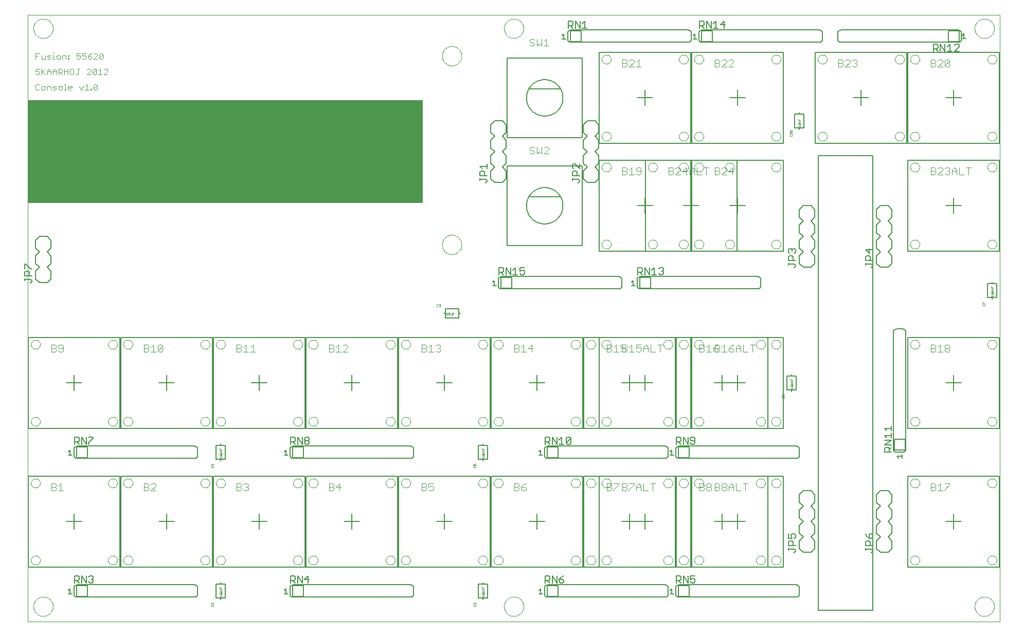
<source format=gto>
G75*
G70*
%OFA0B0*%
%FSLAX24Y24*%
%IPPOS*%
%LPD*%
%AMOC8*
5,1,8,0,0,1.08239X$1,22.5*
%
%ADD10C,0.0000*%
%ADD11R,2.5591X0.6693*%
%ADD12C,0.0030*%
%ADD13C,0.0050*%
%ADD14C,0.0040*%
%ADD15C,0.0080*%
%ADD16C,0.0010*%
%ADD17C,0.0020*%
%ADD18C,0.0060*%
D10*
X000487Y000923D02*
X000487Y040293D01*
X063479Y040293D01*
X063479Y000923D01*
X000487Y000923D01*
X000857Y001923D02*
X000859Y001973D01*
X000865Y002023D01*
X000875Y002072D01*
X000889Y002120D01*
X000906Y002167D01*
X000927Y002212D01*
X000952Y002256D01*
X000980Y002297D01*
X001012Y002336D01*
X001046Y002373D01*
X001083Y002407D01*
X001123Y002437D01*
X001165Y002464D01*
X001209Y002488D01*
X001255Y002509D01*
X001302Y002525D01*
X001350Y002538D01*
X001400Y002547D01*
X001449Y002552D01*
X001500Y002553D01*
X001550Y002550D01*
X001599Y002543D01*
X001648Y002532D01*
X001696Y002517D01*
X001742Y002499D01*
X001787Y002477D01*
X001830Y002451D01*
X001871Y002422D01*
X001910Y002390D01*
X001946Y002355D01*
X001978Y002317D01*
X002008Y002277D01*
X002035Y002234D01*
X002058Y002190D01*
X002077Y002144D01*
X002093Y002096D01*
X002105Y002047D01*
X002113Y001998D01*
X002117Y001948D01*
X002117Y001898D01*
X002113Y001848D01*
X002105Y001799D01*
X002093Y001750D01*
X002077Y001702D01*
X002058Y001656D01*
X002035Y001612D01*
X002008Y001569D01*
X001978Y001529D01*
X001946Y001491D01*
X001910Y001456D01*
X001871Y001424D01*
X001830Y001395D01*
X001787Y001369D01*
X001742Y001347D01*
X001696Y001329D01*
X001648Y001314D01*
X001599Y001303D01*
X001550Y001296D01*
X001500Y001293D01*
X001449Y001294D01*
X001400Y001299D01*
X001350Y001308D01*
X001302Y001321D01*
X001255Y001337D01*
X001209Y001358D01*
X001165Y001382D01*
X001123Y001409D01*
X001083Y001439D01*
X001046Y001473D01*
X001012Y001510D01*
X000980Y001549D01*
X000952Y001590D01*
X000927Y001634D01*
X000906Y001679D01*
X000889Y001726D01*
X000875Y001774D01*
X000865Y001823D01*
X000859Y001873D01*
X000857Y001923D01*
X000692Y004923D02*
X000694Y004957D01*
X000700Y004991D01*
X000710Y005024D01*
X000723Y005055D01*
X000741Y005085D01*
X000761Y005113D01*
X000785Y005138D01*
X000811Y005160D01*
X000839Y005178D01*
X000870Y005194D01*
X000902Y005206D01*
X000936Y005214D01*
X000970Y005218D01*
X001004Y005218D01*
X001038Y005214D01*
X001072Y005206D01*
X001104Y005194D01*
X001134Y005178D01*
X001163Y005160D01*
X001189Y005138D01*
X001213Y005113D01*
X001233Y005085D01*
X001251Y005055D01*
X001264Y005024D01*
X001274Y004991D01*
X001280Y004957D01*
X001282Y004923D01*
X001280Y004889D01*
X001274Y004855D01*
X001264Y004822D01*
X001251Y004791D01*
X001233Y004761D01*
X001213Y004733D01*
X001189Y004708D01*
X001163Y004686D01*
X001135Y004668D01*
X001104Y004652D01*
X001072Y004640D01*
X001038Y004632D01*
X001004Y004628D01*
X000970Y004628D01*
X000936Y004632D01*
X000902Y004640D01*
X000870Y004652D01*
X000839Y004668D01*
X000811Y004686D01*
X000785Y004708D01*
X000761Y004733D01*
X000741Y004761D01*
X000723Y004791D01*
X000710Y004822D01*
X000700Y004855D01*
X000694Y004889D01*
X000692Y004923D01*
X005692Y004923D02*
X005694Y004957D01*
X005700Y004991D01*
X005710Y005024D01*
X005723Y005055D01*
X005741Y005085D01*
X005761Y005113D01*
X005785Y005138D01*
X005811Y005160D01*
X005839Y005178D01*
X005870Y005194D01*
X005902Y005206D01*
X005936Y005214D01*
X005970Y005218D01*
X006004Y005218D01*
X006038Y005214D01*
X006072Y005206D01*
X006104Y005194D01*
X006134Y005178D01*
X006163Y005160D01*
X006189Y005138D01*
X006213Y005113D01*
X006233Y005085D01*
X006251Y005055D01*
X006264Y005024D01*
X006274Y004991D01*
X006280Y004957D01*
X006282Y004923D01*
X006280Y004889D01*
X006274Y004855D01*
X006264Y004822D01*
X006251Y004791D01*
X006233Y004761D01*
X006213Y004733D01*
X006189Y004708D01*
X006163Y004686D01*
X006135Y004668D01*
X006104Y004652D01*
X006072Y004640D01*
X006038Y004632D01*
X006004Y004628D01*
X005970Y004628D01*
X005936Y004632D01*
X005902Y004640D01*
X005870Y004652D01*
X005839Y004668D01*
X005811Y004686D01*
X005785Y004708D01*
X005761Y004733D01*
X005741Y004761D01*
X005723Y004791D01*
X005710Y004822D01*
X005700Y004855D01*
X005694Y004889D01*
X005692Y004923D01*
X006692Y004923D02*
X006694Y004957D01*
X006700Y004991D01*
X006710Y005024D01*
X006723Y005055D01*
X006741Y005085D01*
X006761Y005113D01*
X006785Y005138D01*
X006811Y005160D01*
X006839Y005178D01*
X006870Y005194D01*
X006902Y005206D01*
X006936Y005214D01*
X006970Y005218D01*
X007004Y005218D01*
X007038Y005214D01*
X007072Y005206D01*
X007104Y005194D01*
X007134Y005178D01*
X007163Y005160D01*
X007189Y005138D01*
X007213Y005113D01*
X007233Y005085D01*
X007251Y005055D01*
X007264Y005024D01*
X007274Y004991D01*
X007280Y004957D01*
X007282Y004923D01*
X007280Y004889D01*
X007274Y004855D01*
X007264Y004822D01*
X007251Y004791D01*
X007233Y004761D01*
X007213Y004733D01*
X007189Y004708D01*
X007163Y004686D01*
X007135Y004668D01*
X007104Y004652D01*
X007072Y004640D01*
X007038Y004632D01*
X007004Y004628D01*
X006970Y004628D01*
X006936Y004632D01*
X006902Y004640D01*
X006870Y004652D01*
X006839Y004668D01*
X006811Y004686D01*
X006785Y004708D01*
X006761Y004733D01*
X006741Y004761D01*
X006723Y004791D01*
X006710Y004822D01*
X006700Y004855D01*
X006694Y004889D01*
X006692Y004923D01*
X011692Y004923D02*
X011694Y004957D01*
X011700Y004991D01*
X011710Y005024D01*
X011723Y005055D01*
X011741Y005085D01*
X011761Y005113D01*
X011785Y005138D01*
X011811Y005160D01*
X011839Y005178D01*
X011870Y005194D01*
X011902Y005206D01*
X011936Y005214D01*
X011970Y005218D01*
X012004Y005218D01*
X012038Y005214D01*
X012072Y005206D01*
X012104Y005194D01*
X012134Y005178D01*
X012163Y005160D01*
X012189Y005138D01*
X012213Y005113D01*
X012233Y005085D01*
X012251Y005055D01*
X012264Y005024D01*
X012274Y004991D01*
X012280Y004957D01*
X012282Y004923D01*
X012280Y004889D01*
X012274Y004855D01*
X012264Y004822D01*
X012251Y004791D01*
X012233Y004761D01*
X012213Y004733D01*
X012189Y004708D01*
X012163Y004686D01*
X012135Y004668D01*
X012104Y004652D01*
X012072Y004640D01*
X012038Y004632D01*
X012004Y004628D01*
X011970Y004628D01*
X011936Y004632D01*
X011902Y004640D01*
X011870Y004652D01*
X011839Y004668D01*
X011811Y004686D01*
X011785Y004708D01*
X011761Y004733D01*
X011741Y004761D01*
X011723Y004791D01*
X011710Y004822D01*
X011700Y004855D01*
X011694Y004889D01*
X011692Y004923D01*
X012692Y004923D02*
X012694Y004957D01*
X012700Y004991D01*
X012710Y005024D01*
X012723Y005055D01*
X012741Y005085D01*
X012761Y005113D01*
X012785Y005138D01*
X012811Y005160D01*
X012839Y005178D01*
X012870Y005194D01*
X012902Y005206D01*
X012936Y005214D01*
X012970Y005218D01*
X013004Y005218D01*
X013038Y005214D01*
X013072Y005206D01*
X013104Y005194D01*
X013134Y005178D01*
X013163Y005160D01*
X013189Y005138D01*
X013213Y005113D01*
X013233Y005085D01*
X013251Y005055D01*
X013264Y005024D01*
X013274Y004991D01*
X013280Y004957D01*
X013282Y004923D01*
X013280Y004889D01*
X013274Y004855D01*
X013264Y004822D01*
X013251Y004791D01*
X013233Y004761D01*
X013213Y004733D01*
X013189Y004708D01*
X013163Y004686D01*
X013135Y004668D01*
X013104Y004652D01*
X013072Y004640D01*
X013038Y004632D01*
X013004Y004628D01*
X012970Y004628D01*
X012936Y004632D01*
X012902Y004640D01*
X012870Y004652D01*
X012839Y004668D01*
X012811Y004686D01*
X012785Y004708D01*
X012761Y004733D01*
X012741Y004761D01*
X012723Y004791D01*
X012710Y004822D01*
X012700Y004855D01*
X012694Y004889D01*
X012692Y004923D01*
X017692Y004923D02*
X017694Y004957D01*
X017700Y004991D01*
X017710Y005024D01*
X017723Y005055D01*
X017741Y005085D01*
X017761Y005113D01*
X017785Y005138D01*
X017811Y005160D01*
X017839Y005178D01*
X017870Y005194D01*
X017902Y005206D01*
X017936Y005214D01*
X017970Y005218D01*
X018004Y005218D01*
X018038Y005214D01*
X018072Y005206D01*
X018104Y005194D01*
X018134Y005178D01*
X018163Y005160D01*
X018189Y005138D01*
X018213Y005113D01*
X018233Y005085D01*
X018251Y005055D01*
X018264Y005024D01*
X018274Y004991D01*
X018280Y004957D01*
X018282Y004923D01*
X018280Y004889D01*
X018274Y004855D01*
X018264Y004822D01*
X018251Y004791D01*
X018233Y004761D01*
X018213Y004733D01*
X018189Y004708D01*
X018163Y004686D01*
X018135Y004668D01*
X018104Y004652D01*
X018072Y004640D01*
X018038Y004632D01*
X018004Y004628D01*
X017970Y004628D01*
X017936Y004632D01*
X017902Y004640D01*
X017870Y004652D01*
X017839Y004668D01*
X017811Y004686D01*
X017785Y004708D01*
X017761Y004733D01*
X017741Y004761D01*
X017723Y004791D01*
X017710Y004822D01*
X017700Y004855D01*
X017694Y004889D01*
X017692Y004923D01*
X018692Y004923D02*
X018694Y004957D01*
X018700Y004991D01*
X018710Y005024D01*
X018723Y005055D01*
X018741Y005085D01*
X018761Y005113D01*
X018785Y005138D01*
X018811Y005160D01*
X018839Y005178D01*
X018870Y005194D01*
X018902Y005206D01*
X018936Y005214D01*
X018970Y005218D01*
X019004Y005218D01*
X019038Y005214D01*
X019072Y005206D01*
X019104Y005194D01*
X019134Y005178D01*
X019163Y005160D01*
X019189Y005138D01*
X019213Y005113D01*
X019233Y005085D01*
X019251Y005055D01*
X019264Y005024D01*
X019274Y004991D01*
X019280Y004957D01*
X019282Y004923D01*
X019280Y004889D01*
X019274Y004855D01*
X019264Y004822D01*
X019251Y004791D01*
X019233Y004761D01*
X019213Y004733D01*
X019189Y004708D01*
X019163Y004686D01*
X019135Y004668D01*
X019104Y004652D01*
X019072Y004640D01*
X019038Y004632D01*
X019004Y004628D01*
X018970Y004628D01*
X018936Y004632D01*
X018902Y004640D01*
X018870Y004652D01*
X018839Y004668D01*
X018811Y004686D01*
X018785Y004708D01*
X018761Y004733D01*
X018741Y004761D01*
X018723Y004791D01*
X018710Y004822D01*
X018700Y004855D01*
X018694Y004889D01*
X018692Y004923D01*
X023692Y004923D02*
X023694Y004957D01*
X023700Y004991D01*
X023710Y005024D01*
X023723Y005055D01*
X023741Y005085D01*
X023761Y005113D01*
X023785Y005138D01*
X023811Y005160D01*
X023839Y005178D01*
X023870Y005194D01*
X023902Y005206D01*
X023936Y005214D01*
X023970Y005218D01*
X024004Y005218D01*
X024038Y005214D01*
X024072Y005206D01*
X024104Y005194D01*
X024134Y005178D01*
X024163Y005160D01*
X024189Y005138D01*
X024213Y005113D01*
X024233Y005085D01*
X024251Y005055D01*
X024264Y005024D01*
X024274Y004991D01*
X024280Y004957D01*
X024282Y004923D01*
X024280Y004889D01*
X024274Y004855D01*
X024264Y004822D01*
X024251Y004791D01*
X024233Y004761D01*
X024213Y004733D01*
X024189Y004708D01*
X024163Y004686D01*
X024135Y004668D01*
X024104Y004652D01*
X024072Y004640D01*
X024038Y004632D01*
X024004Y004628D01*
X023970Y004628D01*
X023936Y004632D01*
X023902Y004640D01*
X023870Y004652D01*
X023839Y004668D01*
X023811Y004686D01*
X023785Y004708D01*
X023761Y004733D01*
X023741Y004761D01*
X023723Y004791D01*
X023710Y004822D01*
X023700Y004855D01*
X023694Y004889D01*
X023692Y004923D01*
X024692Y004923D02*
X024694Y004957D01*
X024700Y004991D01*
X024710Y005024D01*
X024723Y005055D01*
X024741Y005085D01*
X024761Y005113D01*
X024785Y005138D01*
X024811Y005160D01*
X024839Y005178D01*
X024870Y005194D01*
X024902Y005206D01*
X024936Y005214D01*
X024970Y005218D01*
X025004Y005218D01*
X025038Y005214D01*
X025072Y005206D01*
X025104Y005194D01*
X025134Y005178D01*
X025163Y005160D01*
X025189Y005138D01*
X025213Y005113D01*
X025233Y005085D01*
X025251Y005055D01*
X025264Y005024D01*
X025274Y004991D01*
X025280Y004957D01*
X025282Y004923D01*
X025280Y004889D01*
X025274Y004855D01*
X025264Y004822D01*
X025251Y004791D01*
X025233Y004761D01*
X025213Y004733D01*
X025189Y004708D01*
X025163Y004686D01*
X025135Y004668D01*
X025104Y004652D01*
X025072Y004640D01*
X025038Y004632D01*
X025004Y004628D01*
X024970Y004628D01*
X024936Y004632D01*
X024902Y004640D01*
X024870Y004652D01*
X024839Y004668D01*
X024811Y004686D01*
X024785Y004708D01*
X024761Y004733D01*
X024741Y004761D01*
X024723Y004791D01*
X024710Y004822D01*
X024700Y004855D01*
X024694Y004889D01*
X024692Y004923D01*
X029692Y004923D02*
X029694Y004957D01*
X029700Y004991D01*
X029710Y005024D01*
X029723Y005055D01*
X029741Y005085D01*
X029761Y005113D01*
X029785Y005138D01*
X029811Y005160D01*
X029839Y005178D01*
X029870Y005194D01*
X029902Y005206D01*
X029936Y005214D01*
X029970Y005218D01*
X030004Y005218D01*
X030038Y005214D01*
X030072Y005206D01*
X030104Y005194D01*
X030134Y005178D01*
X030163Y005160D01*
X030189Y005138D01*
X030213Y005113D01*
X030233Y005085D01*
X030251Y005055D01*
X030264Y005024D01*
X030274Y004991D01*
X030280Y004957D01*
X030282Y004923D01*
X030280Y004889D01*
X030274Y004855D01*
X030264Y004822D01*
X030251Y004791D01*
X030233Y004761D01*
X030213Y004733D01*
X030189Y004708D01*
X030163Y004686D01*
X030135Y004668D01*
X030104Y004652D01*
X030072Y004640D01*
X030038Y004632D01*
X030004Y004628D01*
X029970Y004628D01*
X029936Y004632D01*
X029902Y004640D01*
X029870Y004652D01*
X029839Y004668D01*
X029811Y004686D01*
X029785Y004708D01*
X029761Y004733D01*
X029741Y004761D01*
X029723Y004791D01*
X029710Y004822D01*
X029700Y004855D01*
X029694Y004889D01*
X029692Y004923D01*
X030692Y004923D02*
X030694Y004957D01*
X030700Y004991D01*
X030710Y005024D01*
X030723Y005055D01*
X030741Y005085D01*
X030761Y005113D01*
X030785Y005138D01*
X030811Y005160D01*
X030839Y005178D01*
X030870Y005194D01*
X030902Y005206D01*
X030936Y005214D01*
X030970Y005218D01*
X031004Y005218D01*
X031038Y005214D01*
X031072Y005206D01*
X031104Y005194D01*
X031134Y005178D01*
X031163Y005160D01*
X031189Y005138D01*
X031213Y005113D01*
X031233Y005085D01*
X031251Y005055D01*
X031264Y005024D01*
X031274Y004991D01*
X031280Y004957D01*
X031282Y004923D01*
X031280Y004889D01*
X031274Y004855D01*
X031264Y004822D01*
X031251Y004791D01*
X031233Y004761D01*
X031213Y004733D01*
X031189Y004708D01*
X031163Y004686D01*
X031135Y004668D01*
X031104Y004652D01*
X031072Y004640D01*
X031038Y004632D01*
X031004Y004628D01*
X030970Y004628D01*
X030936Y004632D01*
X030902Y004640D01*
X030870Y004652D01*
X030839Y004668D01*
X030811Y004686D01*
X030785Y004708D01*
X030761Y004733D01*
X030741Y004761D01*
X030723Y004791D01*
X030710Y004822D01*
X030700Y004855D01*
X030694Y004889D01*
X030692Y004923D01*
X031357Y001923D02*
X031359Y001973D01*
X031365Y002023D01*
X031375Y002072D01*
X031389Y002120D01*
X031406Y002167D01*
X031427Y002212D01*
X031452Y002256D01*
X031480Y002297D01*
X031512Y002336D01*
X031546Y002373D01*
X031583Y002407D01*
X031623Y002437D01*
X031665Y002464D01*
X031709Y002488D01*
X031755Y002509D01*
X031802Y002525D01*
X031850Y002538D01*
X031900Y002547D01*
X031949Y002552D01*
X032000Y002553D01*
X032050Y002550D01*
X032099Y002543D01*
X032148Y002532D01*
X032196Y002517D01*
X032242Y002499D01*
X032287Y002477D01*
X032330Y002451D01*
X032371Y002422D01*
X032410Y002390D01*
X032446Y002355D01*
X032478Y002317D01*
X032508Y002277D01*
X032535Y002234D01*
X032558Y002190D01*
X032577Y002144D01*
X032593Y002096D01*
X032605Y002047D01*
X032613Y001998D01*
X032617Y001948D01*
X032617Y001898D01*
X032613Y001848D01*
X032605Y001799D01*
X032593Y001750D01*
X032577Y001702D01*
X032558Y001656D01*
X032535Y001612D01*
X032508Y001569D01*
X032478Y001529D01*
X032446Y001491D01*
X032410Y001456D01*
X032371Y001424D01*
X032330Y001395D01*
X032287Y001369D01*
X032242Y001347D01*
X032196Y001329D01*
X032148Y001314D01*
X032099Y001303D01*
X032050Y001296D01*
X032000Y001293D01*
X031949Y001294D01*
X031900Y001299D01*
X031850Y001308D01*
X031802Y001321D01*
X031755Y001337D01*
X031709Y001358D01*
X031665Y001382D01*
X031623Y001409D01*
X031583Y001439D01*
X031546Y001473D01*
X031512Y001510D01*
X031480Y001549D01*
X031452Y001590D01*
X031427Y001634D01*
X031406Y001679D01*
X031389Y001726D01*
X031375Y001774D01*
X031365Y001823D01*
X031359Y001873D01*
X031357Y001923D01*
X035692Y004923D02*
X035694Y004957D01*
X035700Y004991D01*
X035710Y005024D01*
X035723Y005055D01*
X035741Y005085D01*
X035761Y005113D01*
X035785Y005138D01*
X035811Y005160D01*
X035839Y005178D01*
X035870Y005194D01*
X035902Y005206D01*
X035936Y005214D01*
X035970Y005218D01*
X036004Y005218D01*
X036038Y005214D01*
X036072Y005206D01*
X036104Y005194D01*
X036134Y005178D01*
X036163Y005160D01*
X036189Y005138D01*
X036213Y005113D01*
X036233Y005085D01*
X036251Y005055D01*
X036264Y005024D01*
X036274Y004991D01*
X036280Y004957D01*
X036282Y004923D01*
X036280Y004889D01*
X036274Y004855D01*
X036264Y004822D01*
X036251Y004791D01*
X036233Y004761D01*
X036213Y004733D01*
X036189Y004708D01*
X036163Y004686D01*
X036135Y004668D01*
X036104Y004652D01*
X036072Y004640D01*
X036038Y004632D01*
X036004Y004628D01*
X035970Y004628D01*
X035936Y004632D01*
X035902Y004640D01*
X035870Y004652D01*
X035839Y004668D01*
X035811Y004686D01*
X035785Y004708D01*
X035761Y004733D01*
X035741Y004761D01*
X035723Y004791D01*
X035710Y004822D01*
X035700Y004855D01*
X035694Y004889D01*
X035692Y004923D01*
X036692Y004923D02*
X036694Y004957D01*
X036700Y004991D01*
X036710Y005024D01*
X036723Y005055D01*
X036741Y005085D01*
X036761Y005113D01*
X036785Y005138D01*
X036811Y005160D01*
X036839Y005178D01*
X036870Y005194D01*
X036902Y005206D01*
X036936Y005214D01*
X036970Y005218D01*
X037004Y005218D01*
X037038Y005214D01*
X037072Y005206D01*
X037104Y005194D01*
X037134Y005178D01*
X037163Y005160D01*
X037189Y005138D01*
X037213Y005113D01*
X037233Y005085D01*
X037251Y005055D01*
X037264Y005024D01*
X037274Y004991D01*
X037280Y004957D01*
X037282Y004923D01*
X037280Y004889D01*
X037274Y004855D01*
X037264Y004822D01*
X037251Y004791D01*
X037233Y004761D01*
X037213Y004733D01*
X037189Y004708D01*
X037163Y004686D01*
X037135Y004668D01*
X037104Y004652D01*
X037072Y004640D01*
X037038Y004632D01*
X037004Y004628D01*
X036970Y004628D01*
X036936Y004632D01*
X036902Y004640D01*
X036870Y004652D01*
X036839Y004668D01*
X036811Y004686D01*
X036785Y004708D01*
X036761Y004733D01*
X036741Y004761D01*
X036723Y004791D01*
X036710Y004822D01*
X036700Y004855D01*
X036694Y004889D01*
X036692Y004923D01*
X037692Y004923D02*
X037694Y004957D01*
X037700Y004991D01*
X037710Y005024D01*
X037723Y005055D01*
X037741Y005085D01*
X037761Y005113D01*
X037785Y005138D01*
X037811Y005160D01*
X037839Y005178D01*
X037870Y005194D01*
X037902Y005206D01*
X037936Y005214D01*
X037970Y005218D01*
X038004Y005218D01*
X038038Y005214D01*
X038072Y005206D01*
X038104Y005194D01*
X038134Y005178D01*
X038163Y005160D01*
X038189Y005138D01*
X038213Y005113D01*
X038233Y005085D01*
X038251Y005055D01*
X038264Y005024D01*
X038274Y004991D01*
X038280Y004957D01*
X038282Y004923D01*
X038280Y004889D01*
X038274Y004855D01*
X038264Y004822D01*
X038251Y004791D01*
X038233Y004761D01*
X038213Y004733D01*
X038189Y004708D01*
X038163Y004686D01*
X038135Y004668D01*
X038104Y004652D01*
X038072Y004640D01*
X038038Y004632D01*
X038004Y004628D01*
X037970Y004628D01*
X037936Y004632D01*
X037902Y004640D01*
X037870Y004652D01*
X037839Y004668D01*
X037811Y004686D01*
X037785Y004708D01*
X037761Y004733D01*
X037741Y004761D01*
X037723Y004791D01*
X037710Y004822D01*
X037700Y004855D01*
X037694Y004889D01*
X037692Y004923D01*
X041692Y004923D02*
X041694Y004957D01*
X041700Y004991D01*
X041710Y005024D01*
X041723Y005055D01*
X041741Y005085D01*
X041761Y005113D01*
X041785Y005138D01*
X041811Y005160D01*
X041839Y005178D01*
X041870Y005194D01*
X041902Y005206D01*
X041936Y005214D01*
X041970Y005218D01*
X042004Y005218D01*
X042038Y005214D01*
X042072Y005206D01*
X042104Y005194D01*
X042134Y005178D01*
X042163Y005160D01*
X042189Y005138D01*
X042213Y005113D01*
X042233Y005085D01*
X042251Y005055D01*
X042264Y005024D01*
X042274Y004991D01*
X042280Y004957D01*
X042282Y004923D01*
X042280Y004889D01*
X042274Y004855D01*
X042264Y004822D01*
X042251Y004791D01*
X042233Y004761D01*
X042213Y004733D01*
X042189Y004708D01*
X042163Y004686D01*
X042135Y004668D01*
X042104Y004652D01*
X042072Y004640D01*
X042038Y004632D01*
X042004Y004628D01*
X041970Y004628D01*
X041936Y004632D01*
X041902Y004640D01*
X041870Y004652D01*
X041839Y004668D01*
X041811Y004686D01*
X041785Y004708D01*
X041761Y004733D01*
X041741Y004761D01*
X041723Y004791D01*
X041710Y004822D01*
X041700Y004855D01*
X041694Y004889D01*
X041692Y004923D01*
X042692Y004923D02*
X042694Y004957D01*
X042700Y004991D01*
X042710Y005024D01*
X042723Y005055D01*
X042741Y005085D01*
X042761Y005113D01*
X042785Y005138D01*
X042811Y005160D01*
X042839Y005178D01*
X042870Y005194D01*
X042902Y005206D01*
X042936Y005214D01*
X042970Y005218D01*
X043004Y005218D01*
X043038Y005214D01*
X043072Y005206D01*
X043104Y005194D01*
X043134Y005178D01*
X043163Y005160D01*
X043189Y005138D01*
X043213Y005113D01*
X043233Y005085D01*
X043251Y005055D01*
X043264Y005024D01*
X043274Y004991D01*
X043280Y004957D01*
X043282Y004923D01*
X043280Y004889D01*
X043274Y004855D01*
X043264Y004822D01*
X043251Y004791D01*
X043233Y004761D01*
X043213Y004733D01*
X043189Y004708D01*
X043163Y004686D01*
X043135Y004668D01*
X043104Y004652D01*
X043072Y004640D01*
X043038Y004632D01*
X043004Y004628D01*
X042970Y004628D01*
X042936Y004632D01*
X042902Y004640D01*
X042870Y004652D01*
X042839Y004668D01*
X042811Y004686D01*
X042785Y004708D01*
X042761Y004733D01*
X042741Y004761D01*
X042723Y004791D01*
X042710Y004822D01*
X042700Y004855D01*
X042694Y004889D01*
X042692Y004923D01*
X042694Y004957D01*
X042700Y004991D01*
X042710Y005024D01*
X042723Y005055D01*
X042741Y005085D01*
X042761Y005113D01*
X042785Y005138D01*
X042811Y005160D01*
X042839Y005178D01*
X042870Y005194D01*
X042902Y005206D01*
X042936Y005214D01*
X042970Y005218D01*
X043004Y005218D01*
X043038Y005214D01*
X043072Y005206D01*
X043104Y005194D01*
X043134Y005178D01*
X043163Y005160D01*
X043189Y005138D01*
X043213Y005113D01*
X043233Y005085D01*
X043251Y005055D01*
X043264Y005024D01*
X043274Y004991D01*
X043280Y004957D01*
X043282Y004923D01*
X043280Y004889D01*
X043274Y004855D01*
X043264Y004822D01*
X043251Y004791D01*
X043233Y004761D01*
X043213Y004733D01*
X043189Y004708D01*
X043163Y004686D01*
X043135Y004668D01*
X043104Y004652D01*
X043072Y004640D01*
X043038Y004632D01*
X043004Y004628D01*
X042970Y004628D01*
X042936Y004632D01*
X042902Y004640D01*
X042870Y004652D01*
X042839Y004668D01*
X042811Y004686D01*
X042785Y004708D01*
X042761Y004733D01*
X042741Y004761D01*
X042723Y004791D01*
X042710Y004822D01*
X042700Y004855D01*
X042694Y004889D01*
X042692Y004923D01*
X043692Y004923D02*
X043694Y004957D01*
X043700Y004991D01*
X043710Y005024D01*
X043723Y005055D01*
X043741Y005085D01*
X043761Y005113D01*
X043785Y005138D01*
X043811Y005160D01*
X043839Y005178D01*
X043870Y005194D01*
X043902Y005206D01*
X043936Y005214D01*
X043970Y005218D01*
X044004Y005218D01*
X044038Y005214D01*
X044072Y005206D01*
X044104Y005194D01*
X044134Y005178D01*
X044163Y005160D01*
X044189Y005138D01*
X044213Y005113D01*
X044233Y005085D01*
X044251Y005055D01*
X044264Y005024D01*
X044274Y004991D01*
X044280Y004957D01*
X044282Y004923D01*
X044280Y004889D01*
X044274Y004855D01*
X044264Y004822D01*
X044251Y004791D01*
X044233Y004761D01*
X044213Y004733D01*
X044189Y004708D01*
X044163Y004686D01*
X044135Y004668D01*
X044104Y004652D01*
X044072Y004640D01*
X044038Y004632D01*
X044004Y004628D01*
X043970Y004628D01*
X043936Y004632D01*
X043902Y004640D01*
X043870Y004652D01*
X043839Y004668D01*
X043811Y004686D01*
X043785Y004708D01*
X043761Y004733D01*
X043741Y004761D01*
X043723Y004791D01*
X043710Y004822D01*
X043700Y004855D01*
X043694Y004889D01*
X043692Y004923D01*
X047692Y004923D02*
X047694Y004957D01*
X047700Y004991D01*
X047710Y005024D01*
X047723Y005055D01*
X047741Y005085D01*
X047761Y005113D01*
X047785Y005138D01*
X047811Y005160D01*
X047839Y005178D01*
X047870Y005194D01*
X047902Y005206D01*
X047936Y005214D01*
X047970Y005218D01*
X048004Y005218D01*
X048038Y005214D01*
X048072Y005206D01*
X048104Y005194D01*
X048134Y005178D01*
X048163Y005160D01*
X048189Y005138D01*
X048213Y005113D01*
X048233Y005085D01*
X048251Y005055D01*
X048264Y005024D01*
X048274Y004991D01*
X048280Y004957D01*
X048282Y004923D01*
X048280Y004889D01*
X048274Y004855D01*
X048264Y004822D01*
X048251Y004791D01*
X048233Y004761D01*
X048213Y004733D01*
X048189Y004708D01*
X048163Y004686D01*
X048135Y004668D01*
X048104Y004652D01*
X048072Y004640D01*
X048038Y004632D01*
X048004Y004628D01*
X047970Y004628D01*
X047936Y004632D01*
X047902Y004640D01*
X047870Y004652D01*
X047839Y004668D01*
X047811Y004686D01*
X047785Y004708D01*
X047761Y004733D01*
X047741Y004761D01*
X047723Y004791D01*
X047710Y004822D01*
X047700Y004855D01*
X047694Y004889D01*
X047692Y004923D01*
X048692Y004923D02*
X048694Y004957D01*
X048700Y004991D01*
X048710Y005024D01*
X048723Y005055D01*
X048741Y005085D01*
X048761Y005113D01*
X048785Y005138D01*
X048811Y005160D01*
X048839Y005178D01*
X048870Y005194D01*
X048902Y005206D01*
X048936Y005214D01*
X048970Y005218D01*
X049004Y005218D01*
X049038Y005214D01*
X049072Y005206D01*
X049104Y005194D01*
X049134Y005178D01*
X049163Y005160D01*
X049189Y005138D01*
X049213Y005113D01*
X049233Y005085D01*
X049251Y005055D01*
X049264Y005024D01*
X049274Y004991D01*
X049280Y004957D01*
X049282Y004923D01*
X049280Y004889D01*
X049274Y004855D01*
X049264Y004822D01*
X049251Y004791D01*
X049233Y004761D01*
X049213Y004733D01*
X049189Y004708D01*
X049163Y004686D01*
X049135Y004668D01*
X049104Y004652D01*
X049072Y004640D01*
X049038Y004632D01*
X049004Y004628D01*
X048970Y004628D01*
X048936Y004632D01*
X048902Y004640D01*
X048870Y004652D01*
X048839Y004668D01*
X048811Y004686D01*
X048785Y004708D01*
X048761Y004733D01*
X048741Y004761D01*
X048723Y004791D01*
X048710Y004822D01*
X048700Y004855D01*
X048694Y004889D01*
X048692Y004923D01*
X048692Y009923D02*
X048694Y009957D01*
X048700Y009991D01*
X048710Y010024D01*
X048723Y010055D01*
X048741Y010085D01*
X048761Y010113D01*
X048785Y010138D01*
X048811Y010160D01*
X048839Y010178D01*
X048870Y010194D01*
X048902Y010206D01*
X048936Y010214D01*
X048970Y010218D01*
X049004Y010218D01*
X049038Y010214D01*
X049072Y010206D01*
X049104Y010194D01*
X049134Y010178D01*
X049163Y010160D01*
X049189Y010138D01*
X049213Y010113D01*
X049233Y010085D01*
X049251Y010055D01*
X049264Y010024D01*
X049274Y009991D01*
X049280Y009957D01*
X049282Y009923D01*
X049280Y009889D01*
X049274Y009855D01*
X049264Y009822D01*
X049251Y009791D01*
X049233Y009761D01*
X049213Y009733D01*
X049189Y009708D01*
X049163Y009686D01*
X049135Y009668D01*
X049104Y009652D01*
X049072Y009640D01*
X049038Y009632D01*
X049004Y009628D01*
X048970Y009628D01*
X048936Y009632D01*
X048902Y009640D01*
X048870Y009652D01*
X048839Y009668D01*
X048811Y009686D01*
X048785Y009708D01*
X048761Y009733D01*
X048741Y009761D01*
X048723Y009791D01*
X048710Y009822D01*
X048700Y009855D01*
X048694Y009889D01*
X048692Y009923D01*
X047692Y009923D02*
X047694Y009957D01*
X047700Y009991D01*
X047710Y010024D01*
X047723Y010055D01*
X047741Y010085D01*
X047761Y010113D01*
X047785Y010138D01*
X047811Y010160D01*
X047839Y010178D01*
X047870Y010194D01*
X047902Y010206D01*
X047936Y010214D01*
X047970Y010218D01*
X048004Y010218D01*
X048038Y010214D01*
X048072Y010206D01*
X048104Y010194D01*
X048134Y010178D01*
X048163Y010160D01*
X048189Y010138D01*
X048213Y010113D01*
X048233Y010085D01*
X048251Y010055D01*
X048264Y010024D01*
X048274Y009991D01*
X048280Y009957D01*
X048282Y009923D01*
X048280Y009889D01*
X048274Y009855D01*
X048264Y009822D01*
X048251Y009791D01*
X048233Y009761D01*
X048213Y009733D01*
X048189Y009708D01*
X048163Y009686D01*
X048135Y009668D01*
X048104Y009652D01*
X048072Y009640D01*
X048038Y009632D01*
X048004Y009628D01*
X047970Y009628D01*
X047936Y009632D01*
X047902Y009640D01*
X047870Y009652D01*
X047839Y009668D01*
X047811Y009686D01*
X047785Y009708D01*
X047761Y009733D01*
X047741Y009761D01*
X047723Y009791D01*
X047710Y009822D01*
X047700Y009855D01*
X047694Y009889D01*
X047692Y009923D01*
X043692Y009923D02*
X043694Y009957D01*
X043700Y009991D01*
X043710Y010024D01*
X043723Y010055D01*
X043741Y010085D01*
X043761Y010113D01*
X043785Y010138D01*
X043811Y010160D01*
X043839Y010178D01*
X043870Y010194D01*
X043902Y010206D01*
X043936Y010214D01*
X043970Y010218D01*
X044004Y010218D01*
X044038Y010214D01*
X044072Y010206D01*
X044104Y010194D01*
X044134Y010178D01*
X044163Y010160D01*
X044189Y010138D01*
X044213Y010113D01*
X044233Y010085D01*
X044251Y010055D01*
X044264Y010024D01*
X044274Y009991D01*
X044280Y009957D01*
X044282Y009923D01*
X044280Y009889D01*
X044274Y009855D01*
X044264Y009822D01*
X044251Y009791D01*
X044233Y009761D01*
X044213Y009733D01*
X044189Y009708D01*
X044163Y009686D01*
X044135Y009668D01*
X044104Y009652D01*
X044072Y009640D01*
X044038Y009632D01*
X044004Y009628D01*
X043970Y009628D01*
X043936Y009632D01*
X043902Y009640D01*
X043870Y009652D01*
X043839Y009668D01*
X043811Y009686D01*
X043785Y009708D01*
X043761Y009733D01*
X043741Y009761D01*
X043723Y009791D01*
X043710Y009822D01*
X043700Y009855D01*
X043694Y009889D01*
X043692Y009923D01*
X042692Y009923D02*
X042694Y009957D01*
X042700Y009991D01*
X042710Y010024D01*
X042723Y010055D01*
X042741Y010085D01*
X042761Y010113D01*
X042785Y010138D01*
X042811Y010160D01*
X042839Y010178D01*
X042870Y010194D01*
X042902Y010206D01*
X042936Y010214D01*
X042970Y010218D01*
X043004Y010218D01*
X043038Y010214D01*
X043072Y010206D01*
X043104Y010194D01*
X043134Y010178D01*
X043163Y010160D01*
X043189Y010138D01*
X043213Y010113D01*
X043233Y010085D01*
X043251Y010055D01*
X043264Y010024D01*
X043274Y009991D01*
X043280Y009957D01*
X043282Y009923D01*
X043280Y009889D01*
X043274Y009855D01*
X043264Y009822D01*
X043251Y009791D01*
X043233Y009761D01*
X043213Y009733D01*
X043189Y009708D01*
X043163Y009686D01*
X043135Y009668D01*
X043104Y009652D01*
X043072Y009640D01*
X043038Y009632D01*
X043004Y009628D01*
X042970Y009628D01*
X042936Y009632D01*
X042902Y009640D01*
X042870Y009652D01*
X042839Y009668D01*
X042811Y009686D01*
X042785Y009708D01*
X042761Y009733D01*
X042741Y009761D01*
X042723Y009791D01*
X042710Y009822D01*
X042700Y009855D01*
X042694Y009889D01*
X042692Y009923D01*
X042694Y009957D01*
X042700Y009991D01*
X042710Y010024D01*
X042723Y010055D01*
X042741Y010085D01*
X042761Y010113D01*
X042785Y010138D01*
X042811Y010160D01*
X042839Y010178D01*
X042870Y010194D01*
X042902Y010206D01*
X042936Y010214D01*
X042970Y010218D01*
X043004Y010218D01*
X043038Y010214D01*
X043072Y010206D01*
X043104Y010194D01*
X043134Y010178D01*
X043163Y010160D01*
X043189Y010138D01*
X043213Y010113D01*
X043233Y010085D01*
X043251Y010055D01*
X043264Y010024D01*
X043274Y009991D01*
X043280Y009957D01*
X043282Y009923D01*
X043280Y009889D01*
X043274Y009855D01*
X043264Y009822D01*
X043251Y009791D01*
X043233Y009761D01*
X043213Y009733D01*
X043189Y009708D01*
X043163Y009686D01*
X043135Y009668D01*
X043104Y009652D01*
X043072Y009640D01*
X043038Y009632D01*
X043004Y009628D01*
X042970Y009628D01*
X042936Y009632D01*
X042902Y009640D01*
X042870Y009652D01*
X042839Y009668D01*
X042811Y009686D01*
X042785Y009708D01*
X042761Y009733D01*
X042741Y009761D01*
X042723Y009791D01*
X042710Y009822D01*
X042700Y009855D01*
X042694Y009889D01*
X042692Y009923D01*
X041692Y009923D02*
X041694Y009957D01*
X041700Y009991D01*
X041710Y010024D01*
X041723Y010055D01*
X041741Y010085D01*
X041761Y010113D01*
X041785Y010138D01*
X041811Y010160D01*
X041839Y010178D01*
X041870Y010194D01*
X041902Y010206D01*
X041936Y010214D01*
X041970Y010218D01*
X042004Y010218D01*
X042038Y010214D01*
X042072Y010206D01*
X042104Y010194D01*
X042134Y010178D01*
X042163Y010160D01*
X042189Y010138D01*
X042213Y010113D01*
X042233Y010085D01*
X042251Y010055D01*
X042264Y010024D01*
X042274Y009991D01*
X042280Y009957D01*
X042282Y009923D01*
X042280Y009889D01*
X042274Y009855D01*
X042264Y009822D01*
X042251Y009791D01*
X042233Y009761D01*
X042213Y009733D01*
X042189Y009708D01*
X042163Y009686D01*
X042135Y009668D01*
X042104Y009652D01*
X042072Y009640D01*
X042038Y009632D01*
X042004Y009628D01*
X041970Y009628D01*
X041936Y009632D01*
X041902Y009640D01*
X041870Y009652D01*
X041839Y009668D01*
X041811Y009686D01*
X041785Y009708D01*
X041761Y009733D01*
X041741Y009761D01*
X041723Y009791D01*
X041710Y009822D01*
X041700Y009855D01*
X041694Y009889D01*
X041692Y009923D01*
X037692Y009923D02*
X037694Y009957D01*
X037700Y009991D01*
X037710Y010024D01*
X037723Y010055D01*
X037741Y010085D01*
X037761Y010113D01*
X037785Y010138D01*
X037811Y010160D01*
X037839Y010178D01*
X037870Y010194D01*
X037902Y010206D01*
X037936Y010214D01*
X037970Y010218D01*
X038004Y010218D01*
X038038Y010214D01*
X038072Y010206D01*
X038104Y010194D01*
X038134Y010178D01*
X038163Y010160D01*
X038189Y010138D01*
X038213Y010113D01*
X038233Y010085D01*
X038251Y010055D01*
X038264Y010024D01*
X038274Y009991D01*
X038280Y009957D01*
X038282Y009923D01*
X038280Y009889D01*
X038274Y009855D01*
X038264Y009822D01*
X038251Y009791D01*
X038233Y009761D01*
X038213Y009733D01*
X038189Y009708D01*
X038163Y009686D01*
X038135Y009668D01*
X038104Y009652D01*
X038072Y009640D01*
X038038Y009632D01*
X038004Y009628D01*
X037970Y009628D01*
X037936Y009632D01*
X037902Y009640D01*
X037870Y009652D01*
X037839Y009668D01*
X037811Y009686D01*
X037785Y009708D01*
X037761Y009733D01*
X037741Y009761D01*
X037723Y009791D01*
X037710Y009822D01*
X037700Y009855D01*
X037694Y009889D01*
X037692Y009923D01*
X036692Y009923D02*
X036694Y009957D01*
X036700Y009991D01*
X036710Y010024D01*
X036723Y010055D01*
X036741Y010085D01*
X036761Y010113D01*
X036785Y010138D01*
X036811Y010160D01*
X036839Y010178D01*
X036870Y010194D01*
X036902Y010206D01*
X036936Y010214D01*
X036970Y010218D01*
X037004Y010218D01*
X037038Y010214D01*
X037072Y010206D01*
X037104Y010194D01*
X037134Y010178D01*
X037163Y010160D01*
X037189Y010138D01*
X037213Y010113D01*
X037233Y010085D01*
X037251Y010055D01*
X037264Y010024D01*
X037274Y009991D01*
X037280Y009957D01*
X037282Y009923D01*
X037280Y009889D01*
X037274Y009855D01*
X037264Y009822D01*
X037251Y009791D01*
X037233Y009761D01*
X037213Y009733D01*
X037189Y009708D01*
X037163Y009686D01*
X037135Y009668D01*
X037104Y009652D01*
X037072Y009640D01*
X037038Y009632D01*
X037004Y009628D01*
X036970Y009628D01*
X036936Y009632D01*
X036902Y009640D01*
X036870Y009652D01*
X036839Y009668D01*
X036811Y009686D01*
X036785Y009708D01*
X036761Y009733D01*
X036741Y009761D01*
X036723Y009791D01*
X036710Y009822D01*
X036700Y009855D01*
X036694Y009889D01*
X036692Y009923D01*
X035692Y009923D02*
X035694Y009957D01*
X035700Y009991D01*
X035710Y010024D01*
X035723Y010055D01*
X035741Y010085D01*
X035761Y010113D01*
X035785Y010138D01*
X035811Y010160D01*
X035839Y010178D01*
X035870Y010194D01*
X035902Y010206D01*
X035936Y010214D01*
X035970Y010218D01*
X036004Y010218D01*
X036038Y010214D01*
X036072Y010206D01*
X036104Y010194D01*
X036134Y010178D01*
X036163Y010160D01*
X036189Y010138D01*
X036213Y010113D01*
X036233Y010085D01*
X036251Y010055D01*
X036264Y010024D01*
X036274Y009991D01*
X036280Y009957D01*
X036282Y009923D01*
X036280Y009889D01*
X036274Y009855D01*
X036264Y009822D01*
X036251Y009791D01*
X036233Y009761D01*
X036213Y009733D01*
X036189Y009708D01*
X036163Y009686D01*
X036135Y009668D01*
X036104Y009652D01*
X036072Y009640D01*
X036038Y009632D01*
X036004Y009628D01*
X035970Y009628D01*
X035936Y009632D01*
X035902Y009640D01*
X035870Y009652D01*
X035839Y009668D01*
X035811Y009686D01*
X035785Y009708D01*
X035761Y009733D01*
X035741Y009761D01*
X035723Y009791D01*
X035710Y009822D01*
X035700Y009855D01*
X035694Y009889D01*
X035692Y009923D01*
X030692Y009923D02*
X030694Y009957D01*
X030700Y009991D01*
X030710Y010024D01*
X030723Y010055D01*
X030741Y010085D01*
X030761Y010113D01*
X030785Y010138D01*
X030811Y010160D01*
X030839Y010178D01*
X030870Y010194D01*
X030902Y010206D01*
X030936Y010214D01*
X030970Y010218D01*
X031004Y010218D01*
X031038Y010214D01*
X031072Y010206D01*
X031104Y010194D01*
X031134Y010178D01*
X031163Y010160D01*
X031189Y010138D01*
X031213Y010113D01*
X031233Y010085D01*
X031251Y010055D01*
X031264Y010024D01*
X031274Y009991D01*
X031280Y009957D01*
X031282Y009923D01*
X031280Y009889D01*
X031274Y009855D01*
X031264Y009822D01*
X031251Y009791D01*
X031233Y009761D01*
X031213Y009733D01*
X031189Y009708D01*
X031163Y009686D01*
X031135Y009668D01*
X031104Y009652D01*
X031072Y009640D01*
X031038Y009632D01*
X031004Y009628D01*
X030970Y009628D01*
X030936Y009632D01*
X030902Y009640D01*
X030870Y009652D01*
X030839Y009668D01*
X030811Y009686D01*
X030785Y009708D01*
X030761Y009733D01*
X030741Y009761D01*
X030723Y009791D01*
X030710Y009822D01*
X030700Y009855D01*
X030694Y009889D01*
X030692Y009923D01*
X029692Y009923D02*
X029694Y009957D01*
X029700Y009991D01*
X029710Y010024D01*
X029723Y010055D01*
X029741Y010085D01*
X029761Y010113D01*
X029785Y010138D01*
X029811Y010160D01*
X029839Y010178D01*
X029870Y010194D01*
X029902Y010206D01*
X029936Y010214D01*
X029970Y010218D01*
X030004Y010218D01*
X030038Y010214D01*
X030072Y010206D01*
X030104Y010194D01*
X030134Y010178D01*
X030163Y010160D01*
X030189Y010138D01*
X030213Y010113D01*
X030233Y010085D01*
X030251Y010055D01*
X030264Y010024D01*
X030274Y009991D01*
X030280Y009957D01*
X030282Y009923D01*
X030280Y009889D01*
X030274Y009855D01*
X030264Y009822D01*
X030251Y009791D01*
X030233Y009761D01*
X030213Y009733D01*
X030189Y009708D01*
X030163Y009686D01*
X030135Y009668D01*
X030104Y009652D01*
X030072Y009640D01*
X030038Y009632D01*
X030004Y009628D01*
X029970Y009628D01*
X029936Y009632D01*
X029902Y009640D01*
X029870Y009652D01*
X029839Y009668D01*
X029811Y009686D01*
X029785Y009708D01*
X029761Y009733D01*
X029741Y009761D01*
X029723Y009791D01*
X029710Y009822D01*
X029700Y009855D01*
X029694Y009889D01*
X029692Y009923D01*
X024692Y009923D02*
X024694Y009957D01*
X024700Y009991D01*
X024710Y010024D01*
X024723Y010055D01*
X024741Y010085D01*
X024761Y010113D01*
X024785Y010138D01*
X024811Y010160D01*
X024839Y010178D01*
X024870Y010194D01*
X024902Y010206D01*
X024936Y010214D01*
X024970Y010218D01*
X025004Y010218D01*
X025038Y010214D01*
X025072Y010206D01*
X025104Y010194D01*
X025134Y010178D01*
X025163Y010160D01*
X025189Y010138D01*
X025213Y010113D01*
X025233Y010085D01*
X025251Y010055D01*
X025264Y010024D01*
X025274Y009991D01*
X025280Y009957D01*
X025282Y009923D01*
X025280Y009889D01*
X025274Y009855D01*
X025264Y009822D01*
X025251Y009791D01*
X025233Y009761D01*
X025213Y009733D01*
X025189Y009708D01*
X025163Y009686D01*
X025135Y009668D01*
X025104Y009652D01*
X025072Y009640D01*
X025038Y009632D01*
X025004Y009628D01*
X024970Y009628D01*
X024936Y009632D01*
X024902Y009640D01*
X024870Y009652D01*
X024839Y009668D01*
X024811Y009686D01*
X024785Y009708D01*
X024761Y009733D01*
X024741Y009761D01*
X024723Y009791D01*
X024710Y009822D01*
X024700Y009855D01*
X024694Y009889D01*
X024692Y009923D01*
X023692Y009923D02*
X023694Y009957D01*
X023700Y009991D01*
X023710Y010024D01*
X023723Y010055D01*
X023741Y010085D01*
X023761Y010113D01*
X023785Y010138D01*
X023811Y010160D01*
X023839Y010178D01*
X023870Y010194D01*
X023902Y010206D01*
X023936Y010214D01*
X023970Y010218D01*
X024004Y010218D01*
X024038Y010214D01*
X024072Y010206D01*
X024104Y010194D01*
X024134Y010178D01*
X024163Y010160D01*
X024189Y010138D01*
X024213Y010113D01*
X024233Y010085D01*
X024251Y010055D01*
X024264Y010024D01*
X024274Y009991D01*
X024280Y009957D01*
X024282Y009923D01*
X024280Y009889D01*
X024274Y009855D01*
X024264Y009822D01*
X024251Y009791D01*
X024233Y009761D01*
X024213Y009733D01*
X024189Y009708D01*
X024163Y009686D01*
X024135Y009668D01*
X024104Y009652D01*
X024072Y009640D01*
X024038Y009632D01*
X024004Y009628D01*
X023970Y009628D01*
X023936Y009632D01*
X023902Y009640D01*
X023870Y009652D01*
X023839Y009668D01*
X023811Y009686D01*
X023785Y009708D01*
X023761Y009733D01*
X023741Y009761D01*
X023723Y009791D01*
X023710Y009822D01*
X023700Y009855D01*
X023694Y009889D01*
X023692Y009923D01*
X018692Y009923D02*
X018694Y009957D01*
X018700Y009991D01*
X018710Y010024D01*
X018723Y010055D01*
X018741Y010085D01*
X018761Y010113D01*
X018785Y010138D01*
X018811Y010160D01*
X018839Y010178D01*
X018870Y010194D01*
X018902Y010206D01*
X018936Y010214D01*
X018970Y010218D01*
X019004Y010218D01*
X019038Y010214D01*
X019072Y010206D01*
X019104Y010194D01*
X019134Y010178D01*
X019163Y010160D01*
X019189Y010138D01*
X019213Y010113D01*
X019233Y010085D01*
X019251Y010055D01*
X019264Y010024D01*
X019274Y009991D01*
X019280Y009957D01*
X019282Y009923D01*
X019280Y009889D01*
X019274Y009855D01*
X019264Y009822D01*
X019251Y009791D01*
X019233Y009761D01*
X019213Y009733D01*
X019189Y009708D01*
X019163Y009686D01*
X019135Y009668D01*
X019104Y009652D01*
X019072Y009640D01*
X019038Y009632D01*
X019004Y009628D01*
X018970Y009628D01*
X018936Y009632D01*
X018902Y009640D01*
X018870Y009652D01*
X018839Y009668D01*
X018811Y009686D01*
X018785Y009708D01*
X018761Y009733D01*
X018741Y009761D01*
X018723Y009791D01*
X018710Y009822D01*
X018700Y009855D01*
X018694Y009889D01*
X018692Y009923D01*
X017692Y009923D02*
X017694Y009957D01*
X017700Y009991D01*
X017710Y010024D01*
X017723Y010055D01*
X017741Y010085D01*
X017761Y010113D01*
X017785Y010138D01*
X017811Y010160D01*
X017839Y010178D01*
X017870Y010194D01*
X017902Y010206D01*
X017936Y010214D01*
X017970Y010218D01*
X018004Y010218D01*
X018038Y010214D01*
X018072Y010206D01*
X018104Y010194D01*
X018134Y010178D01*
X018163Y010160D01*
X018189Y010138D01*
X018213Y010113D01*
X018233Y010085D01*
X018251Y010055D01*
X018264Y010024D01*
X018274Y009991D01*
X018280Y009957D01*
X018282Y009923D01*
X018280Y009889D01*
X018274Y009855D01*
X018264Y009822D01*
X018251Y009791D01*
X018233Y009761D01*
X018213Y009733D01*
X018189Y009708D01*
X018163Y009686D01*
X018135Y009668D01*
X018104Y009652D01*
X018072Y009640D01*
X018038Y009632D01*
X018004Y009628D01*
X017970Y009628D01*
X017936Y009632D01*
X017902Y009640D01*
X017870Y009652D01*
X017839Y009668D01*
X017811Y009686D01*
X017785Y009708D01*
X017761Y009733D01*
X017741Y009761D01*
X017723Y009791D01*
X017710Y009822D01*
X017700Y009855D01*
X017694Y009889D01*
X017692Y009923D01*
X012692Y009923D02*
X012694Y009957D01*
X012700Y009991D01*
X012710Y010024D01*
X012723Y010055D01*
X012741Y010085D01*
X012761Y010113D01*
X012785Y010138D01*
X012811Y010160D01*
X012839Y010178D01*
X012870Y010194D01*
X012902Y010206D01*
X012936Y010214D01*
X012970Y010218D01*
X013004Y010218D01*
X013038Y010214D01*
X013072Y010206D01*
X013104Y010194D01*
X013134Y010178D01*
X013163Y010160D01*
X013189Y010138D01*
X013213Y010113D01*
X013233Y010085D01*
X013251Y010055D01*
X013264Y010024D01*
X013274Y009991D01*
X013280Y009957D01*
X013282Y009923D01*
X013280Y009889D01*
X013274Y009855D01*
X013264Y009822D01*
X013251Y009791D01*
X013233Y009761D01*
X013213Y009733D01*
X013189Y009708D01*
X013163Y009686D01*
X013135Y009668D01*
X013104Y009652D01*
X013072Y009640D01*
X013038Y009632D01*
X013004Y009628D01*
X012970Y009628D01*
X012936Y009632D01*
X012902Y009640D01*
X012870Y009652D01*
X012839Y009668D01*
X012811Y009686D01*
X012785Y009708D01*
X012761Y009733D01*
X012741Y009761D01*
X012723Y009791D01*
X012710Y009822D01*
X012700Y009855D01*
X012694Y009889D01*
X012692Y009923D01*
X011692Y009923D02*
X011694Y009957D01*
X011700Y009991D01*
X011710Y010024D01*
X011723Y010055D01*
X011741Y010085D01*
X011761Y010113D01*
X011785Y010138D01*
X011811Y010160D01*
X011839Y010178D01*
X011870Y010194D01*
X011902Y010206D01*
X011936Y010214D01*
X011970Y010218D01*
X012004Y010218D01*
X012038Y010214D01*
X012072Y010206D01*
X012104Y010194D01*
X012134Y010178D01*
X012163Y010160D01*
X012189Y010138D01*
X012213Y010113D01*
X012233Y010085D01*
X012251Y010055D01*
X012264Y010024D01*
X012274Y009991D01*
X012280Y009957D01*
X012282Y009923D01*
X012280Y009889D01*
X012274Y009855D01*
X012264Y009822D01*
X012251Y009791D01*
X012233Y009761D01*
X012213Y009733D01*
X012189Y009708D01*
X012163Y009686D01*
X012135Y009668D01*
X012104Y009652D01*
X012072Y009640D01*
X012038Y009632D01*
X012004Y009628D01*
X011970Y009628D01*
X011936Y009632D01*
X011902Y009640D01*
X011870Y009652D01*
X011839Y009668D01*
X011811Y009686D01*
X011785Y009708D01*
X011761Y009733D01*
X011741Y009761D01*
X011723Y009791D01*
X011710Y009822D01*
X011700Y009855D01*
X011694Y009889D01*
X011692Y009923D01*
X006692Y009923D02*
X006694Y009957D01*
X006700Y009991D01*
X006710Y010024D01*
X006723Y010055D01*
X006741Y010085D01*
X006761Y010113D01*
X006785Y010138D01*
X006811Y010160D01*
X006839Y010178D01*
X006870Y010194D01*
X006902Y010206D01*
X006936Y010214D01*
X006970Y010218D01*
X007004Y010218D01*
X007038Y010214D01*
X007072Y010206D01*
X007104Y010194D01*
X007134Y010178D01*
X007163Y010160D01*
X007189Y010138D01*
X007213Y010113D01*
X007233Y010085D01*
X007251Y010055D01*
X007264Y010024D01*
X007274Y009991D01*
X007280Y009957D01*
X007282Y009923D01*
X007280Y009889D01*
X007274Y009855D01*
X007264Y009822D01*
X007251Y009791D01*
X007233Y009761D01*
X007213Y009733D01*
X007189Y009708D01*
X007163Y009686D01*
X007135Y009668D01*
X007104Y009652D01*
X007072Y009640D01*
X007038Y009632D01*
X007004Y009628D01*
X006970Y009628D01*
X006936Y009632D01*
X006902Y009640D01*
X006870Y009652D01*
X006839Y009668D01*
X006811Y009686D01*
X006785Y009708D01*
X006761Y009733D01*
X006741Y009761D01*
X006723Y009791D01*
X006710Y009822D01*
X006700Y009855D01*
X006694Y009889D01*
X006692Y009923D01*
X005692Y009923D02*
X005694Y009957D01*
X005700Y009991D01*
X005710Y010024D01*
X005723Y010055D01*
X005741Y010085D01*
X005761Y010113D01*
X005785Y010138D01*
X005811Y010160D01*
X005839Y010178D01*
X005870Y010194D01*
X005902Y010206D01*
X005936Y010214D01*
X005970Y010218D01*
X006004Y010218D01*
X006038Y010214D01*
X006072Y010206D01*
X006104Y010194D01*
X006134Y010178D01*
X006163Y010160D01*
X006189Y010138D01*
X006213Y010113D01*
X006233Y010085D01*
X006251Y010055D01*
X006264Y010024D01*
X006274Y009991D01*
X006280Y009957D01*
X006282Y009923D01*
X006280Y009889D01*
X006274Y009855D01*
X006264Y009822D01*
X006251Y009791D01*
X006233Y009761D01*
X006213Y009733D01*
X006189Y009708D01*
X006163Y009686D01*
X006135Y009668D01*
X006104Y009652D01*
X006072Y009640D01*
X006038Y009632D01*
X006004Y009628D01*
X005970Y009628D01*
X005936Y009632D01*
X005902Y009640D01*
X005870Y009652D01*
X005839Y009668D01*
X005811Y009686D01*
X005785Y009708D01*
X005761Y009733D01*
X005741Y009761D01*
X005723Y009791D01*
X005710Y009822D01*
X005700Y009855D01*
X005694Y009889D01*
X005692Y009923D01*
X000692Y009923D02*
X000694Y009957D01*
X000700Y009991D01*
X000710Y010024D01*
X000723Y010055D01*
X000741Y010085D01*
X000761Y010113D01*
X000785Y010138D01*
X000811Y010160D01*
X000839Y010178D01*
X000870Y010194D01*
X000902Y010206D01*
X000936Y010214D01*
X000970Y010218D01*
X001004Y010218D01*
X001038Y010214D01*
X001072Y010206D01*
X001104Y010194D01*
X001134Y010178D01*
X001163Y010160D01*
X001189Y010138D01*
X001213Y010113D01*
X001233Y010085D01*
X001251Y010055D01*
X001264Y010024D01*
X001274Y009991D01*
X001280Y009957D01*
X001282Y009923D01*
X001280Y009889D01*
X001274Y009855D01*
X001264Y009822D01*
X001251Y009791D01*
X001233Y009761D01*
X001213Y009733D01*
X001189Y009708D01*
X001163Y009686D01*
X001135Y009668D01*
X001104Y009652D01*
X001072Y009640D01*
X001038Y009632D01*
X001004Y009628D01*
X000970Y009628D01*
X000936Y009632D01*
X000902Y009640D01*
X000870Y009652D01*
X000839Y009668D01*
X000811Y009686D01*
X000785Y009708D01*
X000761Y009733D01*
X000741Y009761D01*
X000723Y009791D01*
X000710Y009822D01*
X000700Y009855D01*
X000694Y009889D01*
X000692Y009923D01*
X000692Y013923D02*
X000694Y013957D01*
X000700Y013991D01*
X000710Y014024D01*
X000723Y014055D01*
X000741Y014085D01*
X000761Y014113D01*
X000785Y014138D01*
X000811Y014160D01*
X000839Y014178D01*
X000870Y014194D01*
X000902Y014206D01*
X000936Y014214D01*
X000970Y014218D01*
X001004Y014218D01*
X001038Y014214D01*
X001072Y014206D01*
X001104Y014194D01*
X001134Y014178D01*
X001163Y014160D01*
X001189Y014138D01*
X001213Y014113D01*
X001233Y014085D01*
X001251Y014055D01*
X001264Y014024D01*
X001274Y013991D01*
X001280Y013957D01*
X001282Y013923D01*
X001280Y013889D01*
X001274Y013855D01*
X001264Y013822D01*
X001251Y013791D01*
X001233Y013761D01*
X001213Y013733D01*
X001189Y013708D01*
X001163Y013686D01*
X001135Y013668D01*
X001104Y013652D01*
X001072Y013640D01*
X001038Y013632D01*
X001004Y013628D01*
X000970Y013628D01*
X000936Y013632D01*
X000902Y013640D01*
X000870Y013652D01*
X000839Y013668D01*
X000811Y013686D01*
X000785Y013708D01*
X000761Y013733D01*
X000741Y013761D01*
X000723Y013791D01*
X000710Y013822D01*
X000700Y013855D01*
X000694Y013889D01*
X000692Y013923D01*
X005692Y013923D02*
X005694Y013957D01*
X005700Y013991D01*
X005710Y014024D01*
X005723Y014055D01*
X005741Y014085D01*
X005761Y014113D01*
X005785Y014138D01*
X005811Y014160D01*
X005839Y014178D01*
X005870Y014194D01*
X005902Y014206D01*
X005936Y014214D01*
X005970Y014218D01*
X006004Y014218D01*
X006038Y014214D01*
X006072Y014206D01*
X006104Y014194D01*
X006134Y014178D01*
X006163Y014160D01*
X006189Y014138D01*
X006213Y014113D01*
X006233Y014085D01*
X006251Y014055D01*
X006264Y014024D01*
X006274Y013991D01*
X006280Y013957D01*
X006282Y013923D01*
X006280Y013889D01*
X006274Y013855D01*
X006264Y013822D01*
X006251Y013791D01*
X006233Y013761D01*
X006213Y013733D01*
X006189Y013708D01*
X006163Y013686D01*
X006135Y013668D01*
X006104Y013652D01*
X006072Y013640D01*
X006038Y013632D01*
X006004Y013628D01*
X005970Y013628D01*
X005936Y013632D01*
X005902Y013640D01*
X005870Y013652D01*
X005839Y013668D01*
X005811Y013686D01*
X005785Y013708D01*
X005761Y013733D01*
X005741Y013761D01*
X005723Y013791D01*
X005710Y013822D01*
X005700Y013855D01*
X005694Y013889D01*
X005692Y013923D01*
X006692Y013923D02*
X006694Y013957D01*
X006700Y013991D01*
X006710Y014024D01*
X006723Y014055D01*
X006741Y014085D01*
X006761Y014113D01*
X006785Y014138D01*
X006811Y014160D01*
X006839Y014178D01*
X006870Y014194D01*
X006902Y014206D01*
X006936Y014214D01*
X006970Y014218D01*
X007004Y014218D01*
X007038Y014214D01*
X007072Y014206D01*
X007104Y014194D01*
X007134Y014178D01*
X007163Y014160D01*
X007189Y014138D01*
X007213Y014113D01*
X007233Y014085D01*
X007251Y014055D01*
X007264Y014024D01*
X007274Y013991D01*
X007280Y013957D01*
X007282Y013923D01*
X007280Y013889D01*
X007274Y013855D01*
X007264Y013822D01*
X007251Y013791D01*
X007233Y013761D01*
X007213Y013733D01*
X007189Y013708D01*
X007163Y013686D01*
X007135Y013668D01*
X007104Y013652D01*
X007072Y013640D01*
X007038Y013632D01*
X007004Y013628D01*
X006970Y013628D01*
X006936Y013632D01*
X006902Y013640D01*
X006870Y013652D01*
X006839Y013668D01*
X006811Y013686D01*
X006785Y013708D01*
X006761Y013733D01*
X006741Y013761D01*
X006723Y013791D01*
X006710Y013822D01*
X006700Y013855D01*
X006694Y013889D01*
X006692Y013923D01*
X011692Y013923D02*
X011694Y013957D01*
X011700Y013991D01*
X011710Y014024D01*
X011723Y014055D01*
X011741Y014085D01*
X011761Y014113D01*
X011785Y014138D01*
X011811Y014160D01*
X011839Y014178D01*
X011870Y014194D01*
X011902Y014206D01*
X011936Y014214D01*
X011970Y014218D01*
X012004Y014218D01*
X012038Y014214D01*
X012072Y014206D01*
X012104Y014194D01*
X012134Y014178D01*
X012163Y014160D01*
X012189Y014138D01*
X012213Y014113D01*
X012233Y014085D01*
X012251Y014055D01*
X012264Y014024D01*
X012274Y013991D01*
X012280Y013957D01*
X012282Y013923D01*
X012280Y013889D01*
X012274Y013855D01*
X012264Y013822D01*
X012251Y013791D01*
X012233Y013761D01*
X012213Y013733D01*
X012189Y013708D01*
X012163Y013686D01*
X012135Y013668D01*
X012104Y013652D01*
X012072Y013640D01*
X012038Y013632D01*
X012004Y013628D01*
X011970Y013628D01*
X011936Y013632D01*
X011902Y013640D01*
X011870Y013652D01*
X011839Y013668D01*
X011811Y013686D01*
X011785Y013708D01*
X011761Y013733D01*
X011741Y013761D01*
X011723Y013791D01*
X011710Y013822D01*
X011700Y013855D01*
X011694Y013889D01*
X011692Y013923D01*
X012692Y013923D02*
X012694Y013957D01*
X012700Y013991D01*
X012710Y014024D01*
X012723Y014055D01*
X012741Y014085D01*
X012761Y014113D01*
X012785Y014138D01*
X012811Y014160D01*
X012839Y014178D01*
X012870Y014194D01*
X012902Y014206D01*
X012936Y014214D01*
X012970Y014218D01*
X013004Y014218D01*
X013038Y014214D01*
X013072Y014206D01*
X013104Y014194D01*
X013134Y014178D01*
X013163Y014160D01*
X013189Y014138D01*
X013213Y014113D01*
X013233Y014085D01*
X013251Y014055D01*
X013264Y014024D01*
X013274Y013991D01*
X013280Y013957D01*
X013282Y013923D01*
X013280Y013889D01*
X013274Y013855D01*
X013264Y013822D01*
X013251Y013791D01*
X013233Y013761D01*
X013213Y013733D01*
X013189Y013708D01*
X013163Y013686D01*
X013135Y013668D01*
X013104Y013652D01*
X013072Y013640D01*
X013038Y013632D01*
X013004Y013628D01*
X012970Y013628D01*
X012936Y013632D01*
X012902Y013640D01*
X012870Y013652D01*
X012839Y013668D01*
X012811Y013686D01*
X012785Y013708D01*
X012761Y013733D01*
X012741Y013761D01*
X012723Y013791D01*
X012710Y013822D01*
X012700Y013855D01*
X012694Y013889D01*
X012692Y013923D01*
X017692Y013923D02*
X017694Y013957D01*
X017700Y013991D01*
X017710Y014024D01*
X017723Y014055D01*
X017741Y014085D01*
X017761Y014113D01*
X017785Y014138D01*
X017811Y014160D01*
X017839Y014178D01*
X017870Y014194D01*
X017902Y014206D01*
X017936Y014214D01*
X017970Y014218D01*
X018004Y014218D01*
X018038Y014214D01*
X018072Y014206D01*
X018104Y014194D01*
X018134Y014178D01*
X018163Y014160D01*
X018189Y014138D01*
X018213Y014113D01*
X018233Y014085D01*
X018251Y014055D01*
X018264Y014024D01*
X018274Y013991D01*
X018280Y013957D01*
X018282Y013923D01*
X018280Y013889D01*
X018274Y013855D01*
X018264Y013822D01*
X018251Y013791D01*
X018233Y013761D01*
X018213Y013733D01*
X018189Y013708D01*
X018163Y013686D01*
X018135Y013668D01*
X018104Y013652D01*
X018072Y013640D01*
X018038Y013632D01*
X018004Y013628D01*
X017970Y013628D01*
X017936Y013632D01*
X017902Y013640D01*
X017870Y013652D01*
X017839Y013668D01*
X017811Y013686D01*
X017785Y013708D01*
X017761Y013733D01*
X017741Y013761D01*
X017723Y013791D01*
X017710Y013822D01*
X017700Y013855D01*
X017694Y013889D01*
X017692Y013923D01*
X018692Y013923D02*
X018694Y013957D01*
X018700Y013991D01*
X018710Y014024D01*
X018723Y014055D01*
X018741Y014085D01*
X018761Y014113D01*
X018785Y014138D01*
X018811Y014160D01*
X018839Y014178D01*
X018870Y014194D01*
X018902Y014206D01*
X018936Y014214D01*
X018970Y014218D01*
X019004Y014218D01*
X019038Y014214D01*
X019072Y014206D01*
X019104Y014194D01*
X019134Y014178D01*
X019163Y014160D01*
X019189Y014138D01*
X019213Y014113D01*
X019233Y014085D01*
X019251Y014055D01*
X019264Y014024D01*
X019274Y013991D01*
X019280Y013957D01*
X019282Y013923D01*
X019280Y013889D01*
X019274Y013855D01*
X019264Y013822D01*
X019251Y013791D01*
X019233Y013761D01*
X019213Y013733D01*
X019189Y013708D01*
X019163Y013686D01*
X019135Y013668D01*
X019104Y013652D01*
X019072Y013640D01*
X019038Y013632D01*
X019004Y013628D01*
X018970Y013628D01*
X018936Y013632D01*
X018902Y013640D01*
X018870Y013652D01*
X018839Y013668D01*
X018811Y013686D01*
X018785Y013708D01*
X018761Y013733D01*
X018741Y013761D01*
X018723Y013791D01*
X018710Y013822D01*
X018700Y013855D01*
X018694Y013889D01*
X018692Y013923D01*
X023692Y013923D02*
X023694Y013957D01*
X023700Y013991D01*
X023710Y014024D01*
X023723Y014055D01*
X023741Y014085D01*
X023761Y014113D01*
X023785Y014138D01*
X023811Y014160D01*
X023839Y014178D01*
X023870Y014194D01*
X023902Y014206D01*
X023936Y014214D01*
X023970Y014218D01*
X024004Y014218D01*
X024038Y014214D01*
X024072Y014206D01*
X024104Y014194D01*
X024134Y014178D01*
X024163Y014160D01*
X024189Y014138D01*
X024213Y014113D01*
X024233Y014085D01*
X024251Y014055D01*
X024264Y014024D01*
X024274Y013991D01*
X024280Y013957D01*
X024282Y013923D01*
X024280Y013889D01*
X024274Y013855D01*
X024264Y013822D01*
X024251Y013791D01*
X024233Y013761D01*
X024213Y013733D01*
X024189Y013708D01*
X024163Y013686D01*
X024135Y013668D01*
X024104Y013652D01*
X024072Y013640D01*
X024038Y013632D01*
X024004Y013628D01*
X023970Y013628D01*
X023936Y013632D01*
X023902Y013640D01*
X023870Y013652D01*
X023839Y013668D01*
X023811Y013686D01*
X023785Y013708D01*
X023761Y013733D01*
X023741Y013761D01*
X023723Y013791D01*
X023710Y013822D01*
X023700Y013855D01*
X023694Y013889D01*
X023692Y013923D01*
X024692Y013923D02*
X024694Y013957D01*
X024700Y013991D01*
X024710Y014024D01*
X024723Y014055D01*
X024741Y014085D01*
X024761Y014113D01*
X024785Y014138D01*
X024811Y014160D01*
X024839Y014178D01*
X024870Y014194D01*
X024902Y014206D01*
X024936Y014214D01*
X024970Y014218D01*
X025004Y014218D01*
X025038Y014214D01*
X025072Y014206D01*
X025104Y014194D01*
X025134Y014178D01*
X025163Y014160D01*
X025189Y014138D01*
X025213Y014113D01*
X025233Y014085D01*
X025251Y014055D01*
X025264Y014024D01*
X025274Y013991D01*
X025280Y013957D01*
X025282Y013923D01*
X025280Y013889D01*
X025274Y013855D01*
X025264Y013822D01*
X025251Y013791D01*
X025233Y013761D01*
X025213Y013733D01*
X025189Y013708D01*
X025163Y013686D01*
X025135Y013668D01*
X025104Y013652D01*
X025072Y013640D01*
X025038Y013632D01*
X025004Y013628D01*
X024970Y013628D01*
X024936Y013632D01*
X024902Y013640D01*
X024870Y013652D01*
X024839Y013668D01*
X024811Y013686D01*
X024785Y013708D01*
X024761Y013733D01*
X024741Y013761D01*
X024723Y013791D01*
X024710Y013822D01*
X024700Y013855D01*
X024694Y013889D01*
X024692Y013923D01*
X029692Y013923D02*
X029694Y013957D01*
X029700Y013991D01*
X029710Y014024D01*
X029723Y014055D01*
X029741Y014085D01*
X029761Y014113D01*
X029785Y014138D01*
X029811Y014160D01*
X029839Y014178D01*
X029870Y014194D01*
X029902Y014206D01*
X029936Y014214D01*
X029970Y014218D01*
X030004Y014218D01*
X030038Y014214D01*
X030072Y014206D01*
X030104Y014194D01*
X030134Y014178D01*
X030163Y014160D01*
X030189Y014138D01*
X030213Y014113D01*
X030233Y014085D01*
X030251Y014055D01*
X030264Y014024D01*
X030274Y013991D01*
X030280Y013957D01*
X030282Y013923D01*
X030280Y013889D01*
X030274Y013855D01*
X030264Y013822D01*
X030251Y013791D01*
X030233Y013761D01*
X030213Y013733D01*
X030189Y013708D01*
X030163Y013686D01*
X030135Y013668D01*
X030104Y013652D01*
X030072Y013640D01*
X030038Y013632D01*
X030004Y013628D01*
X029970Y013628D01*
X029936Y013632D01*
X029902Y013640D01*
X029870Y013652D01*
X029839Y013668D01*
X029811Y013686D01*
X029785Y013708D01*
X029761Y013733D01*
X029741Y013761D01*
X029723Y013791D01*
X029710Y013822D01*
X029700Y013855D01*
X029694Y013889D01*
X029692Y013923D01*
X030692Y013923D02*
X030694Y013957D01*
X030700Y013991D01*
X030710Y014024D01*
X030723Y014055D01*
X030741Y014085D01*
X030761Y014113D01*
X030785Y014138D01*
X030811Y014160D01*
X030839Y014178D01*
X030870Y014194D01*
X030902Y014206D01*
X030936Y014214D01*
X030970Y014218D01*
X031004Y014218D01*
X031038Y014214D01*
X031072Y014206D01*
X031104Y014194D01*
X031134Y014178D01*
X031163Y014160D01*
X031189Y014138D01*
X031213Y014113D01*
X031233Y014085D01*
X031251Y014055D01*
X031264Y014024D01*
X031274Y013991D01*
X031280Y013957D01*
X031282Y013923D01*
X031280Y013889D01*
X031274Y013855D01*
X031264Y013822D01*
X031251Y013791D01*
X031233Y013761D01*
X031213Y013733D01*
X031189Y013708D01*
X031163Y013686D01*
X031135Y013668D01*
X031104Y013652D01*
X031072Y013640D01*
X031038Y013632D01*
X031004Y013628D01*
X030970Y013628D01*
X030936Y013632D01*
X030902Y013640D01*
X030870Y013652D01*
X030839Y013668D01*
X030811Y013686D01*
X030785Y013708D01*
X030761Y013733D01*
X030741Y013761D01*
X030723Y013791D01*
X030710Y013822D01*
X030700Y013855D01*
X030694Y013889D01*
X030692Y013923D01*
X035692Y013923D02*
X035694Y013957D01*
X035700Y013991D01*
X035710Y014024D01*
X035723Y014055D01*
X035741Y014085D01*
X035761Y014113D01*
X035785Y014138D01*
X035811Y014160D01*
X035839Y014178D01*
X035870Y014194D01*
X035902Y014206D01*
X035936Y014214D01*
X035970Y014218D01*
X036004Y014218D01*
X036038Y014214D01*
X036072Y014206D01*
X036104Y014194D01*
X036134Y014178D01*
X036163Y014160D01*
X036189Y014138D01*
X036213Y014113D01*
X036233Y014085D01*
X036251Y014055D01*
X036264Y014024D01*
X036274Y013991D01*
X036280Y013957D01*
X036282Y013923D01*
X036280Y013889D01*
X036274Y013855D01*
X036264Y013822D01*
X036251Y013791D01*
X036233Y013761D01*
X036213Y013733D01*
X036189Y013708D01*
X036163Y013686D01*
X036135Y013668D01*
X036104Y013652D01*
X036072Y013640D01*
X036038Y013632D01*
X036004Y013628D01*
X035970Y013628D01*
X035936Y013632D01*
X035902Y013640D01*
X035870Y013652D01*
X035839Y013668D01*
X035811Y013686D01*
X035785Y013708D01*
X035761Y013733D01*
X035741Y013761D01*
X035723Y013791D01*
X035710Y013822D01*
X035700Y013855D01*
X035694Y013889D01*
X035692Y013923D01*
X036692Y013923D02*
X036694Y013957D01*
X036700Y013991D01*
X036710Y014024D01*
X036723Y014055D01*
X036741Y014085D01*
X036761Y014113D01*
X036785Y014138D01*
X036811Y014160D01*
X036839Y014178D01*
X036870Y014194D01*
X036902Y014206D01*
X036936Y014214D01*
X036970Y014218D01*
X037004Y014218D01*
X037038Y014214D01*
X037072Y014206D01*
X037104Y014194D01*
X037134Y014178D01*
X037163Y014160D01*
X037189Y014138D01*
X037213Y014113D01*
X037233Y014085D01*
X037251Y014055D01*
X037264Y014024D01*
X037274Y013991D01*
X037280Y013957D01*
X037282Y013923D01*
X037280Y013889D01*
X037274Y013855D01*
X037264Y013822D01*
X037251Y013791D01*
X037233Y013761D01*
X037213Y013733D01*
X037189Y013708D01*
X037163Y013686D01*
X037135Y013668D01*
X037104Y013652D01*
X037072Y013640D01*
X037038Y013632D01*
X037004Y013628D01*
X036970Y013628D01*
X036936Y013632D01*
X036902Y013640D01*
X036870Y013652D01*
X036839Y013668D01*
X036811Y013686D01*
X036785Y013708D01*
X036761Y013733D01*
X036741Y013761D01*
X036723Y013791D01*
X036710Y013822D01*
X036700Y013855D01*
X036694Y013889D01*
X036692Y013923D01*
X037692Y013923D02*
X037694Y013957D01*
X037700Y013991D01*
X037710Y014024D01*
X037723Y014055D01*
X037741Y014085D01*
X037761Y014113D01*
X037785Y014138D01*
X037811Y014160D01*
X037839Y014178D01*
X037870Y014194D01*
X037902Y014206D01*
X037936Y014214D01*
X037970Y014218D01*
X038004Y014218D01*
X038038Y014214D01*
X038072Y014206D01*
X038104Y014194D01*
X038134Y014178D01*
X038163Y014160D01*
X038189Y014138D01*
X038213Y014113D01*
X038233Y014085D01*
X038251Y014055D01*
X038264Y014024D01*
X038274Y013991D01*
X038280Y013957D01*
X038282Y013923D01*
X038280Y013889D01*
X038274Y013855D01*
X038264Y013822D01*
X038251Y013791D01*
X038233Y013761D01*
X038213Y013733D01*
X038189Y013708D01*
X038163Y013686D01*
X038135Y013668D01*
X038104Y013652D01*
X038072Y013640D01*
X038038Y013632D01*
X038004Y013628D01*
X037970Y013628D01*
X037936Y013632D01*
X037902Y013640D01*
X037870Y013652D01*
X037839Y013668D01*
X037811Y013686D01*
X037785Y013708D01*
X037761Y013733D01*
X037741Y013761D01*
X037723Y013791D01*
X037710Y013822D01*
X037700Y013855D01*
X037694Y013889D01*
X037692Y013923D01*
X041692Y013923D02*
X041694Y013957D01*
X041700Y013991D01*
X041710Y014024D01*
X041723Y014055D01*
X041741Y014085D01*
X041761Y014113D01*
X041785Y014138D01*
X041811Y014160D01*
X041839Y014178D01*
X041870Y014194D01*
X041902Y014206D01*
X041936Y014214D01*
X041970Y014218D01*
X042004Y014218D01*
X042038Y014214D01*
X042072Y014206D01*
X042104Y014194D01*
X042134Y014178D01*
X042163Y014160D01*
X042189Y014138D01*
X042213Y014113D01*
X042233Y014085D01*
X042251Y014055D01*
X042264Y014024D01*
X042274Y013991D01*
X042280Y013957D01*
X042282Y013923D01*
X042280Y013889D01*
X042274Y013855D01*
X042264Y013822D01*
X042251Y013791D01*
X042233Y013761D01*
X042213Y013733D01*
X042189Y013708D01*
X042163Y013686D01*
X042135Y013668D01*
X042104Y013652D01*
X042072Y013640D01*
X042038Y013632D01*
X042004Y013628D01*
X041970Y013628D01*
X041936Y013632D01*
X041902Y013640D01*
X041870Y013652D01*
X041839Y013668D01*
X041811Y013686D01*
X041785Y013708D01*
X041761Y013733D01*
X041741Y013761D01*
X041723Y013791D01*
X041710Y013822D01*
X041700Y013855D01*
X041694Y013889D01*
X041692Y013923D01*
X042692Y013923D02*
X042694Y013957D01*
X042700Y013991D01*
X042710Y014024D01*
X042723Y014055D01*
X042741Y014085D01*
X042761Y014113D01*
X042785Y014138D01*
X042811Y014160D01*
X042839Y014178D01*
X042870Y014194D01*
X042902Y014206D01*
X042936Y014214D01*
X042970Y014218D01*
X043004Y014218D01*
X043038Y014214D01*
X043072Y014206D01*
X043104Y014194D01*
X043134Y014178D01*
X043163Y014160D01*
X043189Y014138D01*
X043213Y014113D01*
X043233Y014085D01*
X043251Y014055D01*
X043264Y014024D01*
X043274Y013991D01*
X043280Y013957D01*
X043282Y013923D01*
X043280Y013889D01*
X043274Y013855D01*
X043264Y013822D01*
X043251Y013791D01*
X043233Y013761D01*
X043213Y013733D01*
X043189Y013708D01*
X043163Y013686D01*
X043135Y013668D01*
X043104Y013652D01*
X043072Y013640D01*
X043038Y013632D01*
X043004Y013628D01*
X042970Y013628D01*
X042936Y013632D01*
X042902Y013640D01*
X042870Y013652D01*
X042839Y013668D01*
X042811Y013686D01*
X042785Y013708D01*
X042761Y013733D01*
X042741Y013761D01*
X042723Y013791D01*
X042710Y013822D01*
X042700Y013855D01*
X042694Y013889D01*
X042692Y013923D01*
X042694Y013957D01*
X042700Y013991D01*
X042710Y014024D01*
X042723Y014055D01*
X042741Y014085D01*
X042761Y014113D01*
X042785Y014138D01*
X042811Y014160D01*
X042839Y014178D01*
X042870Y014194D01*
X042902Y014206D01*
X042936Y014214D01*
X042970Y014218D01*
X043004Y014218D01*
X043038Y014214D01*
X043072Y014206D01*
X043104Y014194D01*
X043134Y014178D01*
X043163Y014160D01*
X043189Y014138D01*
X043213Y014113D01*
X043233Y014085D01*
X043251Y014055D01*
X043264Y014024D01*
X043274Y013991D01*
X043280Y013957D01*
X043282Y013923D01*
X043280Y013889D01*
X043274Y013855D01*
X043264Y013822D01*
X043251Y013791D01*
X043233Y013761D01*
X043213Y013733D01*
X043189Y013708D01*
X043163Y013686D01*
X043135Y013668D01*
X043104Y013652D01*
X043072Y013640D01*
X043038Y013632D01*
X043004Y013628D01*
X042970Y013628D01*
X042936Y013632D01*
X042902Y013640D01*
X042870Y013652D01*
X042839Y013668D01*
X042811Y013686D01*
X042785Y013708D01*
X042761Y013733D01*
X042741Y013761D01*
X042723Y013791D01*
X042710Y013822D01*
X042700Y013855D01*
X042694Y013889D01*
X042692Y013923D01*
X043692Y013923D02*
X043694Y013957D01*
X043700Y013991D01*
X043710Y014024D01*
X043723Y014055D01*
X043741Y014085D01*
X043761Y014113D01*
X043785Y014138D01*
X043811Y014160D01*
X043839Y014178D01*
X043870Y014194D01*
X043902Y014206D01*
X043936Y014214D01*
X043970Y014218D01*
X044004Y014218D01*
X044038Y014214D01*
X044072Y014206D01*
X044104Y014194D01*
X044134Y014178D01*
X044163Y014160D01*
X044189Y014138D01*
X044213Y014113D01*
X044233Y014085D01*
X044251Y014055D01*
X044264Y014024D01*
X044274Y013991D01*
X044280Y013957D01*
X044282Y013923D01*
X044280Y013889D01*
X044274Y013855D01*
X044264Y013822D01*
X044251Y013791D01*
X044233Y013761D01*
X044213Y013733D01*
X044189Y013708D01*
X044163Y013686D01*
X044135Y013668D01*
X044104Y013652D01*
X044072Y013640D01*
X044038Y013632D01*
X044004Y013628D01*
X043970Y013628D01*
X043936Y013632D01*
X043902Y013640D01*
X043870Y013652D01*
X043839Y013668D01*
X043811Y013686D01*
X043785Y013708D01*
X043761Y013733D01*
X043741Y013761D01*
X043723Y013791D01*
X043710Y013822D01*
X043700Y013855D01*
X043694Y013889D01*
X043692Y013923D01*
X047692Y013923D02*
X047694Y013957D01*
X047700Y013991D01*
X047710Y014024D01*
X047723Y014055D01*
X047741Y014085D01*
X047761Y014113D01*
X047785Y014138D01*
X047811Y014160D01*
X047839Y014178D01*
X047870Y014194D01*
X047902Y014206D01*
X047936Y014214D01*
X047970Y014218D01*
X048004Y014218D01*
X048038Y014214D01*
X048072Y014206D01*
X048104Y014194D01*
X048134Y014178D01*
X048163Y014160D01*
X048189Y014138D01*
X048213Y014113D01*
X048233Y014085D01*
X048251Y014055D01*
X048264Y014024D01*
X048274Y013991D01*
X048280Y013957D01*
X048282Y013923D01*
X048280Y013889D01*
X048274Y013855D01*
X048264Y013822D01*
X048251Y013791D01*
X048233Y013761D01*
X048213Y013733D01*
X048189Y013708D01*
X048163Y013686D01*
X048135Y013668D01*
X048104Y013652D01*
X048072Y013640D01*
X048038Y013632D01*
X048004Y013628D01*
X047970Y013628D01*
X047936Y013632D01*
X047902Y013640D01*
X047870Y013652D01*
X047839Y013668D01*
X047811Y013686D01*
X047785Y013708D01*
X047761Y013733D01*
X047741Y013761D01*
X047723Y013791D01*
X047710Y013822D01*
X047700Y013855D01*
X047694Y013889D01*
X047692Y013923D01*
X048692Y013923D02*
X048694Y013957D01*
X048700Y013991D01*
X048710Y014024D01*
X048723Y014055D01*
X048741Y014085D01*
X048761Y014113D01*
X048785Y014138D01*
X048811Y014160D01*
X048839Y014178D01*
X048870Y014194D01*
X048902Y014206D01*
X048936Y014214D01*
X048970Y014218D01*
X049004Y014218D01*
X049038Y014214D01*
X049072Y014206D01*
X049104Y014194D01*
X049134Y014178D01*
X049163Y014160D01*
X049189Y014138D01*
X049213Y014113D01*
X049233Y014085D01*
X049251Y014055D01*
X049264Y014024D01*
X049274Y013991D01*
X049280Y013957D01*
X049282Y013923D01*
X049280Y013889D01*
X049274Y013855D01*
X049264Y013822D01*
X049251Y013791D01*
X049233Y013761D01*
X049213Y013733D01*
X049189Y013708D01*
X049163Y013686D01*
X049135Y013668D01*
X049104Y013652D01*
X049072Y013640D01*
X049038Y013632D01*
X049004Y013628D01*
X048970Y013628D01*
X048936Y013632D01*
X048902Y013640D01*
X048870Y013652D01*
X048839Y013668D01*
X048811Y013686D01*
X048785Y013708D01*
X048761Y013733D01*
X048741Y013761D01*
X048723Y013791D01*
X048710Y013822D01*
X048700Y013855D01*
X048694Y013889D01*
X048692Y013923D01*
X048692Y018923D02*
X048694Y018957D01*
X048700Y018991D01*
X048710Y019024D01*
X048723Y019055D01*
X048741Y019085D01*
X048761Y019113D01*
X048785Y019138D01*
X048811Y019160D01*
X048839Y019178D01*
X048870Y019194D01*
X048902Y019206D01*
X048936Y019214D01*
X048970Y019218D01*
X049004Y019218D01*
X049038Y019214D01*
X049072Y019206D01*
X049104Y019194D01*
X049134Y019178D01*
X049163Y019160D01*
X049189Y019138D01*
X049213Y019113D01*
X049233Y019085D01*
X049251Y019055D01*
X049264Y019024D01*
X049274Y018991D01*
X049280Y018957D01*
X049282Y018923D01*
X049280Y018889D01*
X049274Y018855D01*
X049264Y018822D01*
X049251Y018791D01*
X049233Y018761D01*
X049213Y018733D01*
X049189Y018708D01*
X049163Y018686D01*
X049135Y018668D01*
X049104Y018652D01*
X049072Y018640D01*
X049038Y018632D01*
X049004Y018628D01*
X048970Y018628D01*
X048936Y018632D01*
X048902Y018640D01*
X048870Y018652D01*
X048839Y018668D01*
X048811Y018686D01*
X048785Y018708D01*
X048761Y018733D01*
X048741Y018761D01*
X048723Y018791D01*
X048710Y018822D01*
X048700Y018855D01*
X048694Y018889D01*
X048692Y018923D01*
X047692Y018923D02*
X047694Y018957D01*
X047700Y018991D01*
X047710Y019024D01*
X047723Y019055D01*
X047741Y019085D01*
X047761Y019113D01*
X047785Y019138D01*
X047811Y019160D01*
X047839Y019178D01*
X047870Y019194D01*
X047902Y019206D01*
X047936Y019214D01*
X047970Y019218D01*
X048004Y019218D01*
X048038Y019214D01*
X048072Y019206D01*
X048104Y019194D01*
X048134Y019178D01*
X048163Y019160D01*
X048189Y019138D01*
X048213Y019113D01*
X048233Y019085D01*
X048251Y019055D01*
X048264Y019024D01*
X048274Y018991D01*
X048280Y018957D01*
X048282Y018923D01*
X048280Y018889D01*
X048274Y018855D01*
X048264Y018822D01*
X048251Y018791D01*
X048233Y018761D01*
X048213Y018733D01*
X048189Y018708D01*
X048163Y018686D01*
X048135Y018668D01*
X048104Y018652D01*
X048072Y018640D01*
X048038Y018632D01*
X048004Y018628D01*
X047970Y018628D01*
X047936Y018632D01*
X047902Y018640D01*
X047870Y018652D01*
X047839Y018668D01*
X047811Y018686D01*
X047785Y018708D01*
X047761Y018733D01*
X047741Y018761D01*
X047723Y018791D01*
X047710Y018822D01*
X047700Y018855D01*
X047694Y018889D01*
X047692Y018923D01*
X043692Y018923D02*
X043694Y018957D01*
X043700Y018991D01*
X043710Y019024D01*
X043723Y019055D01*
X043741Y019085D01*
X043761Y019113D01*
X043785Y019138D01*
X043811Y019160D01*
X043839Y019178D01*
X043870Y019194D01*
X043902Y019206D01*
X043936Y019214D01*
X043970Y019218D01*
X044004Y019218D01*
X044038Y019214D01*
X044072Y019206D01*
X044104Y019194D01*
X044134Y019178D01*
X044163Y019160D01*
X044189Y019138D01*
X044213Y019113D01*
X044233Y019085D01*
X044251Y019055D01*
X044264Y019024D01*
X044274Y018991D01*
X044280Y018957D01*
X044282Y018923D01*
X044280Y018889D01*
X044274Y018855D01*
X044264Y018822D01*
X044251Y018791D01*
X044233Y018761D01*
X044213Y018733D01*
X044189Y018708D01*
X044163Y018686D01*
X044135Y018668D01*
X044104Y018652D01*
X044072Y018640D01*
X044038Y018632D01*
X044004Y018628D01*
X043970Y018628D01*
X043936Y018632D01*
X043902Y018640D01*
X043870Y018652D01*
X043839Y018668D01*
X043811Y018686D01*
X043785Y018708D01*
X043761Y018733D01*
X043741Y018761D01*
X043723Y018791D01*
X043710Y018822D01*
X043700Y018855D01*
X043694Y018889D01*
X043692Y018923D01*
X042692Y018923D02*
X042694Y018957D01*
X042700Y018991D01*
X042710Y019024D01*
X042723Y019055D01*
X042741Y019085D01*
X042761Y019113D01*
X042785Y019138D01*
X042811Y019160D01*
X042839Y019178D01*
X042870Y019194D01*
X042902Y019206D01*
X042936Y019214D01*
X042970Y019218D01*
X043004Y019218D01*
X043038Y019214D01*
X043072Y019206D01*
X043104Y019194D01*
X043134Y019178D01*
X043163Y019160D01*
X043189Y019138D01*
X043213Y019113D01*
X043233Y019085D01*
X043251Y019055D01*
X043264Y019024D01*
X043274Y018991D01*
X043280Y018957D01*
X043282Y018923D01*
X043280Y018889D01*
X043274Y018855D01*
X043264Y018822D01*
X043251Y018791D01*
X043233Y018761D01*
X043213Y018733D01*
X043189Y018708D01*
X043163Y018686D01*
X043135Y018668D01*
X043104Y018652D01*
X043072Y018640D01*
X043038Y018632D01*
X043004Y018628D01*
X042970Y018628D01*
X042936Y018632D01*
X042902Y018640D01*
X042870Y018652D01*
X042839Y018668D01*
X042811Y018686D01*
X042785Y018708D01*
X042761Y018733D01*
X042741Y018761D01*
X042723Y018791D01*
X042710Y018822D01*
X042700Y018855D01*
X042694Y018889D01*
X042692Y018923D01*
X042694Y018957D01*
X042700Y018991D01*
X042710Y019024D01*
X042723Y019055D01*
X042741Y019085D01*
X042761Y019113D01*
X042785Y019138D01*
X042811Y019160D01*
X042839Y019178D01*
X042870Y019194D01*
X042902Y019206D01*
X042936Y019214D01*
X042970Y019218D01*
X043004Y019218D01*
X043038Y019214D01*
X043072Y019206D01*
X043104Y019194D01*
X043134Y019178D01*
X043163Y019160D01*
X043189Y019138D01*
X043213Y019113D01*
X043233Y019085D01*
X043251Y019055D01*
X043264Y019024D01*
X043274Y018991D01*
X043280Y018957D01*
X043282Y018923D01*
X043280Y018889D01*
X043274Y018855D01*
X043264Y018822D01*
X043251Y018791D01*
X043233Y018761D01*
X043213Y018733D01*
X043189Y018708D01*
X043163Y018686D01*
X043135Y018668D01*
X043104Y018652D01*
X043072Y018640D01*
X043038Y018632D01*
X043004Y018628D01*
X042970Y018628D01*
X042936Y018632D01*
X042902Y018640D01*
X042870Y018652D01*
X042839Y018668D01*
X042811Y018686D01*
X042785Y018708D01*
X042761Y018733D01*
X042741Y018761D01*
X042723Y018791D01*
X042710Y018822D01*
X042700Y018855D01*
X042694Y018889D01*
X042692Y018923D01*
X041692Y018923D02*
X041694Y018957D01*
X041700Y018991D01*
X041710Y019024D01*
X041723Y019055D01*
X041741Y019085D01*
X041761Y019113D01*
X041785Y019138D01*
X041811Y019160D01*
X041839Y019178D01*
X041870Y019194D01*
X041902Y019206D01*
X041936Y019214D01*
X041970Y019218D01*
X042004Y019218D01*
X042038Y019214D01*
X042072Y019206D01*
X042104Y019194D01*
X042134Y019178D01*
X042163Y019160D01*
X042189Y019138D01*
X042213Y019113D01*
X042233Y019085D01*
X042251Y019055D01*
X042264Y019024D01*
X042274Y018991D01*
X042280Y018957D01*
X042282Y018923D01*
X042280Y018889D01*
X042274Y018855D01*
X042264Y018822D01*
X042251Y018791D01*
X042233Y018761D01*
X042213Y018733D01*
X042189Y018708D01*
X042163Y018686D01*
X042135Y018668D01*
X042104Y018652D01*
X042072Y018640D01*
X042038Y018632D01*
X042004Y018628D01*
X041970Y018628D01*
X041936Y018632D01*
X041902Y018640D01*
X041870Y018652D01*
X041839Y018668D01*
X041811Y018686D01*
X041785Y018708D01*
X041761Y018733D01*
X041741Y018761D01*
X041723Y018791D01*
X041710Y018822D01*
X041700Y018855D01*
X041694Y018889D01*
X041692Y018923D01*
X037692Y018923D02*
X037694Y018957D01*
X037700Y018991D01*
X037710Y019024D01*
X037723Y019055D01*
X037741Y019085D01*
X037761Y019113D01*
X037785Y019138D01*
X037811Y019160D01*
X037839Y019178D01*
X037870Y019194D01*
X037902Y019206D01*
X037936Y019214D01*
X037970Y019218D01*
X038004Y019218D01*
X038038Y019214D01*
X038072Y019206D01*
X038104Y019194D01*
X038134Y019178D01*
X038163Y019160D01*
X038189Y019138D01*
X038213Y019113D01*
X038233Y019085D01*
X038251Y019055D01*
X038264Y019024D01*
X038274Y018991D01*
X038280Y018957D01*
X038282Y018923D01*
X038280Y018889D01*
X038274Y018855D01*
X038264Y018822D01*
X038251Y018791D01*
X038233Y018761D01*
X038213Y018733D01*
X038189Y018708D01*
X038163Y018686D01*
X038135Y018668D01*
X038104Y018652D01*
X038072Y018640D01*
X038038Y018632D01*
X038004Y018628D01*
X037970Y018628D01*
X037936Y018632D01*
X037902Y018640D01*
X037870Y018652D01*
X037839Y018668D01*
X037811Y018686D01*
X037785Y018708D01*
X037761Y018733D01*
X037741Y018761D01*
X037723Y018791D01*
X037710Y018822D01*
X037700Y018855D01*
X037694Y018889D01*
X037692Y018923D01*
X036692Y018923D02*
X036694Y018957D01*
X036700Y018991D01*
X036710Y019024D01*
X036723Y019055D01*
X036741Y019085D01*
X036761Y019113D01*
X036785Y019138D01*
X036811Y019160D01*
X036839Y019178D01*
X036870Y019194D01*
X036902Y019206D01*
X036936Y019214D01*
X036970Y019218D01*
X037004Y019218D01*
X037038Y019214D01*
X037072Y019206D01*
X037104Y019194D01*
X037134Y019178D01*
X037163Y019160D01*
X037189Y019138D01*
X037213Y019113D01*
X037233Y019085D01*
X037251Y019055D01*
X037264Y019024D01*
X037274Y018991D01*
X037280Y018957D01*
X037282Y018923D01*
X037280Y018889D01*
X037274Y018855D01*
X037264Y018822D01*
X037251Y018791D01*
X037233Y018761D01*
X037213Y018733D01*
X037189Y018708D01*
X037163Y018686D01*
X037135Y018668D01*
X037104Y018652D01*
X037072Y018640D01*
X037038Y018632D01*
X037004Y018628D01*
X036970Y018628D01*
X036936Y018632D01*
X036902Y018640D01*
X036870Y018652D01*
X036839Y018668D01*
X036811Y018686D01*
X036785Y018708D01*
X036761Y018733D01*
X036741Y018761D01*
X036723Y018791D01*
X036710Y018822D01*
X036700Y018855D01*
X036694Y018889D01*
X036692Y018923D01*
X035692Y018923D02*
X035694Y018957D01*
X035700Y018991D01*
X035710Y019024D01*
X035723Y019055D01*
X035741Y019085D01*
X035761Y019113D01*
X035785Y019138D01*
X035811Y019160D01*
X035839Y019178D01*
X035870Y019194D01*
X035902Y019206D01*
X035936Y019214D01*
X035970Y019218D01*
X036004Y019218D01*
X036038Y019214D01*
X036072Y019206D01*
X036104Y019194D01*
X036134Y019178D01*
X036163Y019160D01*
X036189Y019138D01*
X036213Y019113D01*
X036233Y019085D01*
X036251Y019055D01*
X036264Y019024D01*
X036274Y018991D01*
X036280Y018957D01*
X036282Y018923D01*
X036280Y018889D01*
X036274Y018855D01*
X036264Y018822D01*
X036251Y018791D01*
X036233Y018761D01*
X036213Y018733D01*
X036189Y018708D01*
X036163Y018686D01*
X036135Y018668D01*
X036104Y018652D01*
X036072Y018640D01*
X036038Y018632D01*
X036004Y018628D01*
X035970Y018628D01*
X035936Y018632D01*
X035902Y018640D01*
X035870Y018652D01*
X035839Y018668D01*
X035811Y018686D01*
X035785Y018708D01*
X035761Y018733D01*
X035741Y018761D01*
X035723Y018791D01*
X035710Y018822D01*
X035700Y018855D01*
X035694Y018889D01*
X035692Y018923D01*
X030692Y018923D02*
X030694Y018957D01*
X030700Y018991D01*
X030710Y019024D01*
X030723Y019055D01*
X030741Y019085D01*
X030761Y019113D01*
X030785Y019138D01*
X030811Y019160D01*
X030839Y019178D01*
X030870Y019194D01*
X030902Y019206D01*
X030936Y019214D01*
X030970Y019218D01*
X031004Y019218D01*
X031038Y019214D01*
X031072Y019206D01*
X031104Y019194D01*
X031134Y019178D01*
X031163Y019160D01*
X031189Y019138D01*
X031213Y019113D01*
X031233Y019085D01*
X031251Y019055D01*
X031264Y019024D01*
X031274Y018991D01*
X031280Y018957D01*
X031282Y018923D01*
X031280Y018889D01*
X031274Y018855D01*
X031264Y018822D01*
X031251Y018791D01*
X031233Y018761D01*
X031213Y018733D01*
X031189Y018708D01*
X031163Y018686D01*
X031135Y018668D01*
X031104Y018652D01*
X031072Y018640D01*
X031038Y018632D01*
X031004Y018628D01*
X030970Y018628D01*
X030936Y018632D01*
X030902Y018640D01*
X030870Y018652D01*
X030839Y018668D01*
X030811Y018686D01*
X030785Y018708D01*
X030761Y018733D01*
X030741Y018761D01*
X030723Y018791D01*
X030710Y018822D01*
X030700Y018855D01*
X030694Y018889D01*
X030692Y018923D01*
X029692Y018923D02*
X029694Y018957D01*
X029700Y018991D01*
X029710Y019024D01*
X029723Y019055D01*
X029741Y019085D01*
X029761Y019113D01*
X029785Y019138D01*
X029811Y019160D01*
X029839Y019178D01*
X029870Y019194D01*
X029902Y019206D01*
X029936Y019214D01*
X029970Y019218D01*
X030004Y019218D01*
X030038Y019214D01*
X030072Y019206D01*
X030104Y019194D01*
X030134Y019178D01*
X030163Y019160D01*
X030189Y019138D01*
X030213Y019113D01*
X030233Y019085D01*
X030251Y019055D01*
X030264Y019024D01*
X030274Y018991D01*
X030280Y018957D01*
X030282Y018923D01*
X030280Y018889D01*
X030274Y018855D01*
X030264Y018822D01*
X030251Y018791D01*
X030233Y018761D01*
X030213Y018733D01*
X030189Y018708D01*
X030163Y018686D01*
X030135Y018668D01*
X030104Y018652D01*
X030072Y018640D01*
X030038Y018632D01*
X030004Y018628D01*
X029970Y018628D01*
X029936Y018632D01*
X029902Y018640D01*
X029870Y018652D01*
X029839Y018668D01*
X029811Y018686D01*
X029785Y018708D01*
X029761Y018733D01*
X029741Y018761D01*
X029723Y018791D01*
X029710Y018822D01*
X029700Y018855D01*
X029694Y018889D01*
X029692Y018923D01*
X024692Y018923D02*
X024694Y018957D01*
X024700Y018991D01*
X024710Y019024D01*
X024723Y019055D01*
X024741Y019085D01*
X024761Y019113D01*
X024785Y019138D01*
X024811Y019160D01*
X024839Y019178D01*
X024870Y019194D01*
X024902Y019206D01*
X024936Y019214D01*
X024970Y019218D01*
X025004Y019218D01*
X025038Y019214D01*
X025072Y019206D01*
X025104Y019194D01*
X025134Y019178D01*
X025163Y019160D01*
X025189Y019138D01*
X025213Y019113D01*
X025233Y019085D01*
X025251Y019055D01*
X025264Y019024D01*
X025274Y018991D01*
X025280Y018957D01*
X025282Y018923D01*
X025280Y018889D01*
X025274Y018855D01*
X025264Y018822D01*
X025251Y018791D01*
X025233Y018761D01*
X025213Y018733D01*
X025189Y018708D01*
X025163Y018686D01*
X025135Y018668D01*
X025104Y018652D01*
X025072Y018640D01*
X025038Y018632D01*
X025004Y018628D01*
X024970Y018628D01*
X024936Y018632D01*
X024902Y018640D01*
X024870Y018652D01*
X024839Y018668D01*
X024811Y018686D01*
X024785Y018708D01*
X024761Y018733D01*
X024741Y018761D01*
X024723Y018791D01*
X024710Y018822D01*
X024700Y018855D01*
X024694Y018889D01*
X024692Y018923D01*
X023692Y018923D02*
X023694Y018957D01*
X023700Y018991D01*
X023710Y019024D01*
X023723Y019055D01*
X023741Y019085D01*
X023761Y019113D01*
X023785Y019138D01*
X023811Y019160D01*
X023839Y019178D01*
X023870Y019194D01*
X023902Y019206D01*
X023936Y019214D01*
X023970Y019218D01*
X024004Y019218D01*
X024038Y019214D01*
X024072Y019206D01*
X024104Y019194D01*
X024134Y019178D01*
X024163Y019160D01*
X024189Y019138D01*
X024213Y019113D01*
X024233Y019085D01*
X024251Y019055D01*
X024264Y019024D01*
X024274Y018991D01*
X024280Y018957D01*
X024282Y018923D01*
X024280Y018889D01*
X024274Y018855D01*
X024264Y018822D01*
X024251Y018791D01*
X024233Y018761D01*
X024213Y018733D01*
X024189Y018708D01*
X024163Y018686D01*
X024135Y018668D01*
X024104Y018652D01*
X024072Y018640D01*
X024038Y018632D01*
X024004Y018628D01*
X023970Y018628D01*
X023936Y018632D01*
X023902Y018640D01*
X023870Y018652D01*
X023839Y018668D01*
X023811Y018686D01*
X023785Y018708D01*
X023761Y018733D01*
X023741Y018761D01*
X023723Y018791D01*
X023710Y018822D01*
X023700Y018855D01*
X023694Y018889D01*
X023692Y018923D01*
X018692Y018923D02*
X018694Y018957D01*
X018700Y018991D01*
X018710Y019024D01*
X018723Y019055D01*
X018741Y019085D01*
X018761Y019113D01*
X018785Y019138D01*
X018811Y019160D01*
X018839Y019178D01*
X018870Y019194D01*
X018902Y019206D01*
X018936Y019214D01*
X018970Y019218D01*
X019004Y019218D01*
X019038Y019214D01*
X019072Y019206D01*
X019104Y019194D01*
X019134Y019178D01*
X019163Y019160D01*
X019189Y019138D01*
X019213Y019113D01*
X019233Y019085D01*
X019251Y019055D01*
X019264Y019024D01*
X019274Y018991D01*
X019280Y018957D01*
X019282Y018923D01*
X019280Y018889D01*
X019274Y018855D01*
X019264Y018822D01*
X019251Y018791D01*
X019233Y018761D01*
X019213Y018733D01*
X019189Y018708D01*
X019163Y018686D01*
X019135Y018668D01*
X019104Y018652D01*
X019072Y018640D01*
X019038Y018632D01*
X019004Y018628D01*
X018970Y018628D01*
X018936Y018632D01*
X018902Y018640D01*
X018870Y018652D01*
X018839Y018668D01*
X018811Y018686D01*
X018785Y018708D01*
X018761Y018733D01*
X018741Y018761D01*
X018723Y018791D01*
X018710Y018822D01*
X018700Y018855D01*
X018694Y018889D01*
X018692Y018923D01*
X017692Y018923D02*
X017694Y018957D01*
X017700Y018991D01*
X017710Y019024D01*
X017723Y019055D01*
X017741Y019085D01*
X017761Y019113D01*
X017785Y019138D01*
X017811Y019160D01*
X017839Y019178D01*
X017870Y019194D01*
X017902Y019206D01*
X017936Y019214D01*
X017970Y019218D01*
X018004Y019218D01*
X018038Y019214D01*
X018072Y019206D01*
X018104Y019194D01*
X018134Y019178D01*
X018163Y019160D01*
X018189Y019138D01*
X018213Y019113D01*
X018233Y019085D01*
X018251Y019055D01*
X018264Y019024D01*
X018274Y018991D01*
X018280Y018957D01*
X018282Y018923D01*
X018280Y018889D01*
X018274Y018855D01*
X018264Y018822D01*
X018251Y018791D01*
X018233Y018761D01*
X018213Y018733D01*
X018189Y018708D01*
X018163Y018686D01*
X018135Y018668D01*
X018104Y018652D01*
X018072Y018640D01*
X018038Y018632D01*
X018004Y018628D01*
X017970Y018628D01*
X017936Y018632D01*
X017902Y018640D01*
X017870Y018652D01*
X017839Y018668D01*
X017811Y018686D01*
X017785Y018708D01*
X017761Y018733D01*
X017741Y018761D01*
X017723Y018791D01*
X017710Y018822D01*
X017700Y018855D01*
X017694Y018889D01*
X017692Y018923D01*
X012692Y018923D02*
X012694Y018957D01*
X012700Y018991D01*
X012710Y019024D01*
X012723Y019055D01*
X012741Y019085D01*
X012761Y019113D01*
X012785Y019138D01*
X012811Y019160D01*
X012839Y019178D01*
X012870Y019194D01*
X012902Y019206D01*
X012936Y019214D01*
X012970Y019218D01*
X013004Y019218D01*
X013038Y019214D01*
X013072Y019206D01*
X013104Y019194D01*
X013134Y019178D01*
X013163Y019160D01*
X013189Y019138D01*
X013213Y019113D01*
X013233Y019085D01*
X013251Y019055D01*
X013264Y019024D01*
X013274Y018991D01*
X013280Y018957D01*
X013282Y018923D01*
X013280Y018889D01*
X013274Y018855D01*
X013264Y018822D01*
X013251Y018791D01*
X013233Y018761D01*
X013213Y018733D01*
X013189Y018708D01*
X013163Y018686D01*
X013135Y018668D01*
X013104Y018652D01*
X013072Y018640D01*
X013038Y018632D01*
X013004Y018628D01*
X012970Y018628D01*
X012936Y018632D01*
X012902Y018640D01*
X012870Y018652D01*
X012839Y018668D01*
X012811Y018686D01*
X012785Y018708D01*
X012761Y018733D01*
X012741Y018761D01*
X012723Y018791D01*
X012710Y018822D01*
X012700Y018855D01*
X012694Y018889D01*
X012692Y018923D01*
X011692Y018923D02*
X011694Y018957D01*
X011700Y018991D01*
X011710Y019024D01*
X011723Y019055D01*
X011741Y019085D01*
X011761Y019113D01*
X011785Y019138D01*
X011811Y019160D01*
X011839Y019178D01*
X011870Y019194D01*
X011902Y019206D01*
X011936Y019214D01*
X011970Y019218D01*
X012004Y019218D01*
X012038Y019214D01*
X012072Y019206D01*
X012104Y019194D01*
X012134Y019178D01*
X012163Y019160D01*
X012189Y019138D01*
X012213Y019113D01*
X012233Y019085D01*
X012251Y019055D01*
X012264Y019024D01*
X012274Y018991D01*
X012280Y018957D01*
X012282Y018923D01*
X012280Y018889D01*
X012274Y018855D01*
X012264Y018822D01*
X012251Y018791D01*
X012233Y018761D01*
X012213Y018733D01*
X012189Y018708D01*
X012163Y018686D01*
X012135Y018668D01*
X012104Y018652D01*
X012072Y018640D01*
X012038Y018632D01*
X012004Y018628D01*
X011970Y018628D01*
X011936Y018632D01*
X011902Y018640D01*
X011870Y018652D01*
X011839Y018668D01*
X011811Y018686D01*
X011785Y018708D01*
X011761Y018733D01*
X011741Y018761D01*
X011723Y018791D01*
X011710Y018822D01*
X011700Y018855D01*
X011694Y018889D01*
X011692Y018923D01*
X006692Y018923D02*
X006694Y018957D01*
X006700Y018991D01*
X006710Y019024D01*
X006723Y019055D01*
X006741Y019085D01*
X006761Y019113D01*
X006785Y019138D01*
X006811Y019160D01*
X006839Y019178D01*
X006870Y019194D01*
X006902Y019206D01*
X006936Y019214D01*
X006970Y019218D01*
X007004Y019218D01*
X007038Y019214D01*
X007072Y019206D01*
X007104Y019194D01*
X007134Y019178D01*
X007163Y019160D01*
X007189Y019138D01*
X007213Y019113D01*
X007233Y019085D01*
X007251Y019055D01*
X007264Y019024D01*
X007274Y018991D01*
X007280Y018957D01*
X007282Y018923D01*
X007280Y018889D01*
X007274Y018855D01*
X007264Y018822D01*
X007251Y018791D01*
X007233Y018761D01*
X007213Y018733D01*
X007189Y018708D01*
X007163Y018686D01*
X007135Y018668D01*
X007104Y018652D01*
X007072Y018640D01*
X007038Y018632D01*
X007004Y018628D01*
X006970Y018628D01*
X006936Y018632D01*
X006902Y018640D01*
X006870Y018652D01*
X006839Y018668D01*
X006811Y018686D01*
X006785Y018708D01*
X006761Y018733D01*
X006741Y018761D01*
X006723Y018791D01*
X006710Y018822D01*
X006700Y018855D01*
X006694Y018889D01*
X006692Y018923D01*
X005692Y018923D02*
X005694Y018957D01*
X005700Y018991D01*
X005710Y019024D01*
X005723Y019055D01*
X005741Y019085D01*
X005761Y019113D01*
X005785Y019138D01*
X005811Y019160D01*
X005839Y019178D01*
X005870Y019194D01*
X005902Y019206D01*
X005936Y019214D01*
X005970Y019218D01*
X006004Y019218D01*
X006038Y019214D01*
X006072Y019206D01*
X006104Y019194D01*
X006134Y019178D01*
X006163Y019160D01*
X006189Y019138D01*
X006213Y019113D01*
X006233Y019085D01*
X006251Y019055D01*
X006264Y019024D01*
X006274Y018991D01*
X006280Y018957D01*
X006282Y018923D01*
X006280Y018889D01*
X006274Y018855D01*
X006264Y018822D01*
X006251Y018791D01*
X006233Y018761D01*
X006213Y018733D01*
X006189Y018708D01*
X006163Y018686D01*
X006135Y018668D01*
X006104Y018652D01*
X006072Y018640D01*
X006038Y018632D01*
X006004Y018628D01*
X005970Y018628D01*
X005936Y018632D01*
X005902Y018640D01*
X005870Y018652D01*
X005839Y018668D01*
X005811Y018686D01*
X005785Y018708D01*
X005761Y018733D01*
X005741Y018761D01*
X005723Y018791D01*
X005710Y018822D01*
X005700Y018855D01*
X005694Y018889D01*
X005692Y018923D01*
X000692Y018923D02*
X000694Y018957D01*
X000700Y018991D01*
X000710Y019024D01*
X000723Y019055D01*
X000741Y019085D01*
X000761Y019113D01*
X000785Y019138D01*
X000811Y019160D01*
X000839Y019178D01*
X000870Y019194D01*
X000902Y019206D01*
X000936Y019214D01*
X000970Y019218D01*
X001004Y019218D01*
X001038Y019214D01*
X001072Y019206D01*
X001104Y019194D01*
X001134Y019178D01*
X001163Y019160D01*
X001189Y019138D01*
X001213Y019113D01*
X001233Y019085D01*
X001251Y019055D01*
X001264Y019024D01*
X001274Y018991D01*
X001280Y018957D01*
X001282Y018923D01*
X001280Y018889D01*
X001274Y018855D01*
X001264Y018822D01*
X001251Y018791D01*
X001233Y018761D01*
X001213Y018733D01*
X001189Y018708D01*
X001163Y018686D01*
X001135Y018668D01*
X001104Y018652D01*
X001072Y018640D01*
X001038Y018632D01*
X001004Y018628D01*
X000970Y018628D01*
X000936Y018632D01*
X000902Y018640D01*
X000870Y018652D01*
X000839Y018668D01*
X000811Y018686D01*
X000785Y018708D01*
X000761Y018733D01*
X000741Y018761D01*
X000723Y018791D01*
X000710Y018822D01*
X000700Y018855D01*
X000694Y018889D01*
X000692Y018923D01*
X027337Y025399D02*
X027339Y025449D01*
X027345Y025499D01*
X027355Y025548D01*
X027369Y025596D01*
X027386Y025643D01*
X027407Y025688D01*
X027432Y025732D01*
X027460Y025773D01*
X027492Y025812D01*
X027526Y025849D01*
X027563Y025883D01*
X027603Y025913D01*
X027645Y025940D01*
X027689Y025964D01*
X027735Y025985D01*
X027782Y026001D01*
X027830Y026014D01*
X027880Y026023D01*
X027929Y026028D01*
X027980Y026029D01*
X028030Y026026D01*
X028079Y026019D01*
X028128Y026008D01*
X028176Y025993D01*
X028222Y025975D01*
X028267Y025953D01*
X028310Y025927D01*
X028351Y025898D01*
X028390Y025866D01*
X028426Y025831D01*
X028458Y025793D01*
X028488Y025753D01*
X028515Y025710D01*
X028538Y025666D01*
X028557Y025620D01*
X028573Y025572D01*
X028585Y025523D01*
X028593Y025474D01*
X028597Y025424D01*
X028597Y025374D01*
X028593Y025324D01*
X028585Y025275D01*
X028573Y025226D01*
X028557Y025178D01*
X028538Y025132D01*
X028515Y025088D01*
X028488Y025045D01*
X028458Y025005D01*
X028426Y024967D01*
X028390Y024932D01*
X028351Y024900D01*
X028310Y024871D01*
X028267Y024845D01*
X028222Y024823D01*
X028176Y024805D01*
X028128Y024790D01*
X028079Y024779D01*
X028030Y024772D01*
X027980Y024769D01*
X027929Y024770D01*
X027880Y024775D01*
X027830Y024784D01*
X027782Y024797D01*
X027735Y024813D01*
X027689Y024834D01*
X027645Y024858D01*
X027603Y024885D01*
X027563Y024915D01*
X027526Y024949D01*
X027492Y024986D01*
X027460Y025025D01*
X027432Y025066D01*
X027407Y025110D01*
X027386Y025155D01*
X027369Y025202D01*
X027355Y025250D01*
X027345Y025299D01*
X027339Y025349D01*
X027337Y025399D01*
X037692Y025423D02*
X037694Y025457D01*
X037700Y025491D01*
X037710Y025524D01*
X037723Y025555D01*
X037741Y025585D01*
X037761Y025613D01*
X037785Y025638D01*
X037811Y025660D01*
X037839Y025678D01*
X037870Y025694D01*
X037902Y025706D01*
X037936Y025714D01*
X037970Y025718D01*
X038004Y025718D01*
X038038Y025714D01*
X038072Y025706D01*
X038104Y025694D01*
X038134Y025678D01*
X038163Y025660D01*
X038189Y025638D01*
X038213Y025613D01*
X038233Y025585D01*
X038251Y025555D01*
X038264Y025524D01*
X038274Y025491D01*
X038280Y025457D01*
X038282Y025423D01*
X038280Y025389D01*
X038274Y025355D01*
X038264Y025322D01*
X038251Y025291D01*
X038233Y025261D01*
X038213Y025233D01*
X038189Y025208D01*
X038163Y025186D01*
X038135Y025168D01*
X038104Y025152D01*
X038072Y025140D01*
X038038Y025132D01*
X038004Y025128D01*
X037970Y025128D01*
X037936Y025132D01*
X037902Y025140D01*
X037870Y025152D01*
X037839Y025168D01*
X037811Y025186D01*
X037785Y025208D01*
X037761Y025233D01*
X037741Y025261D01*
X037723Y025291D01*
X037710Y025322D01*
X037700Y025355D01*
X037694Y025389D01*
X037692Y025423D01*
X040692Y025423D02*
X040694Y025457D01*
X040700Y025491D01*
X040710Y025524D01*
X040723Y025555D01*
X040741Y025585D01*
X040761Y025613D01*
X040785Y025638D01*
X040811Y025660D01*
X040839Y025678D01*
X040870Y025694D01*
X040902Y025706D01*
X040936Y025714D01*
X040970Y025718D01*
X041004Y025718D01*
X041038Y025714D01*
X041072Y025706D01*
X041104Y025694D01*
X041134Y025678D01*
X041163Y025660D01*
X041189Y025638D01*
X041213Y025613D01*
X041233Y025585D01*
X041251Y025555D01*
X041264Y025524D01*
X041274Y025491D01*
X041280Y025457D01*
X041282Y025423D01*
X041280Y025389D01*
X041274Y025355D01*
X041264Y025322D01*
X041251Y025291D01*
X041233Y025261D01*
X041213Y025233D01*
X041189Y025208D01*
X041163Y025186D01*
X041135Y025168D01*
X041104Y025152D01*
X041072Y025140D01*
X041038Y025132D01*
X041004Y025128D01*
X040970Y025128D01*
X040936Y025132D01*
X040902Y025140D01*
X040870Y025152D01*
X040839Y025168D01*
X040811Y025186D01*
X040785Y025208D01*
X040761Y025233D01*
X040741Y025261D01*
X040723Y025291D01*
X040710Y025322D01*
X040700Y025355D01*
X040694Y025389D01*
X040692Y025423D01*
X042692Y025423D02*
X042694Y025457D01*
X042700Y025491D01*
X042710Y025524D01*
X042723Y025555D01*
X042741Y025585D01*
X042761Y025613D01*
X042785Y025638D01*
X042811Y025660D01*
X042839Y025678D01*
X042870Y025694D01*
X042902Y025706D01*
X042936Y025714D01*
X042970Y025718D01*
X043004Y025718D01*
X043038Y025714D01*
X043072Y025706D01*
X043104Y025694D01*
X043134Y025678D01*
X043163Y025660D01*
X043189Y025638D01*
X043213Y025613D01*
X043233Y025585D01*
X043251Y025555D01*
X043264Y025524D01*
X043274Y025491D01*
X043280Y025457D01*
X043282Y025423D01*
X043280Y025389D01*
X043274Y025355D01*
X043264Y025322D01*
X043251Y025291D01*
X043233Y025261D01*
X043213Y025233D01*
X043189Y025208D01*
X043163Y025186D01*
X043135Y025168D01*
X043104Y025152D01*
X043072Y025140D01*
X043038Y025132D01*
X043004Y025128D01*
X042970Y025128D01*
X042936Y025132D01*
X042902Y025140D01*
X042870Y025152D01*
X042839Y025168D01*
X042811Y025186D01*
X042785Y025208D01*
X042761Y025233D01*
X042741Y025261D01*
X042723Y025291D01*
X042710Y025322D01*
X042700Y025355D01*
X042694Y025389D01*
X042692Y025423D01*
X043692Y025423D02*
X043694Y025457D01*
X043700Y025491D01*
X043710Y025524D01*
X043723Y025555D01*
X043741Y025585D01*
X043761Y025613D01*
X043785Y025638D01*
X043811Y025660D01*
X043839Y025678D01*
X043870Y025694D01*
X043902Y025706D01*
X043936Y025714D01*
X043970Y025718D01*
X044004Y025718D01*
X044038Y025714D01*
X044072Y025706D01*
X044104Y025694D01*
X044134Y025678D01*
X044163Y025660D01*
X044189Y025638D01*
X044213Y025613D01*
X044233Y025585D01*
X044251Y025555D01*
X044264Y025524D01*
X044274Y025491D01*
X044280Y025457D01*
X044282Y025423D01*
X044280Y025389D01*
X044274Y025355D01*
X044264Y025322D01*
X044251Y025291D01*
X044233Y025261D01*
X044213Y025233D01*
X044189Y025208D01*
X044163Y025186D01*
X044135Y025168D01*
X044104Y025152D01*
X044072Y025140D01*
X044038Y025132D01*
X044004Y025128D01*
X043970Y025128D01*
X043936Y025132D01*
X043902Y025140D01*
X043870Y025152D01*
X043839Y025168D01*
X043811Y025186D01*
X043785Y025208D01*
X043761Y025233D01*
X043741Y025261D01*
X043723Y025291D01*
X043710Y025322D01*
X043700Y025355D01*
X043694Y025389D01*
X043692Y025423D01*
X045692Y025423D02*
X045694Y025457D01*
X045700Y025491D01*
X045710Y025524D01*
X045723Y025555D01*
X045741Y025585D01*
X045761Y025613D01*
X045785Y025638D01*
X045811Y025660D01*
X045839Y025678D01*
X045870Y025694D01*
X045902Y025706D01*
X045936Y025714D01*
X045970Y025718D01*
X046004Y025718D01*
X046038Y025714D01*
X046072Y025706D01*
X046104Y025694D01*
X046134Y025678D01*
X046163Y025660D01*
X046189Y025638D01*
X046213Y025613D01*
X046233Y025585D01*
X046251Y025555D01*
X046264Y025524D01*
X046274Y025491D01*
X046280Y025457D01*
X046282Y025423D01*
X046280Y025389D01*
X046274Y025355D01*
X046264Y025322D01*
X046251Y025291D01*
X046233Y025261D01*
X046213Y025233D01*
X046189Y025208D01*
X046163Y025186D01*
X046135Y025168D01*
X046104Y025152D01*
X046072Y025140D01*
X046038Y025132D01*
X046004Y025128D01*
X045970Y025128D01*
X045936Y025132D01*
X045902Y025140D01*
X045870Y025152D01*
X045839Y025168D01*
X045811Y025186D01*
X045785Y025208D01*
X045761Y025233D01*
X045741Y025261D01*
X045723Y025291D01*
X045710Y025322D01*
X045700Y025355D01*
X045694Y025389D01*
X045692Y025423D01*
X048692Y025423D02*
X048694Y025457D01*
X048700Y025491D01*
X048710Y025524D01*
X048723Y025555D01*
X048741Y025585D01*
X048761Y025613D01*
X048785Y025638D01*
X048811Y025660D01*
X048839Y025678D01*
X048870Y025694D01*
X048902Y025706D01*
X048936Y025714D01*
X048970Y025718D01*
X049004Y025718D01*
X049038Y025714D01*
X049072Y025706D01*
X049104Y025694D01*
X049134Y025678D01*
X049163Y025660D01*
X049189Y025638D01*
X049213Y025613D01*
X049233Y025585D01*
X049251Y025555D01*
X049264Y025524D01*
X049274Y025491D01*
X049280Y025457D01*
X049282Y025423D01*
X049280Y025389D01*
X049274Y025355D01*
X049264Y025322D01*
X049251Y025291D01*
X049233Y025261D01*
X049213Y025233D01*
X049189Y025208D01*
X049163Y025186D01*
X049135Y025168D01*
X049104Y025152D01*
X049072Y025140D01*
X049038Y025132D01*
X049004Y025128D01*
X048970Y025128D01*
X048936Y025132D01*
X048902Y025140D01*
X048870Y025152D01*
X048839Y025168D01*
X048811Y025186D01*
X048785Y025208D01*
X048761Y025233D01*
X048741Y025261D01*
X048723Y025291D01*
X048710Y025322D01*
X048700Y025355D01*
X048694Y025389D01*
X048692Y025423D01*
X048692Y030423D02*
X048694Y030457D01*
X048700Y030491D01*
X048710Y030524D01*
X048723Y030555D01*
X048741Y030585D01*
X048761Y030613D01*
X048785Y030638D01*
X048811Y030660D01*
X048839Y030678D01*
X048870Y030694D01*
X048902Y030706D01*
X048936Y030714D01*
X048970Y030718D01*
X049004Y030718D01*
X049038Y030714D01*
X049072Y030706D01*
X049104Y030694D01*
X049134Y030678D01*
X049163Y030660D01*
X049189Y030638D01*
X049213Y030613D01*
X049233Y030585D01*
X049251Y030555D01*
X049264Y030524D01*
X049274Y030491D01*
X049280Y030457D01*
X049282Y030423D01*
X049280Y030389D01*
X049274Y030355D01*
X049264Y030322D01*
X049251Y030291D01*
X049233Y030261D01*
X049213Y030233D01*
X049189Y030208D01*
X049163Y030186D01*
X049135Y030168D01*
X049104Y030152D01*
X049072Y030140D01*
X049038Y030132D01*
X049004Y030128D01*
X048970Y030128D01*
X048936Y030132D01*
X048902Y030140D01*
X048870Y030152D01*
X048839Y030168D01*
X048811Y030186D01*
X048785Y030208D01*
X048761Y030233D01*
X048741Y030261D01*
X048723Y030291D01*
X048710Y030322D01*
X048700Y030355D01*
X048694Y030389D01*
X048692Y030423D01*
X045692Y030423D02*
X045694Y030457D01*
X045700Y030491D01*
X045710Y030524D01*
X045723Y030555D01*
X045741Y030585D01*
X045761Y030613D01*
X045785Y030638D01*
X045811Y030660D01*
X045839Y030678D01*
X045870Y030694D01*
X045902Y030706D01*
X045936Y030714D01*
X045970Y030718D01*
X046004Y030718D01*
X046038Y030714D01*
X046072Y030706D01*
X046104Y030694D01*
X046134Y030678D01*
X046163Y030660D01*
X046189Y030638D01*
X046213Y030613D01*
X046233Y030585D01*
X046251Y030555D01*
X046264Y030524D01*
X046274Y030491D01*
X046280Y030457D01*
X046282Y030423D01*
X046280Y030389D01*
X046274Y030355D01*
X046264Y030322D01*
X046251Y030291D01*
X046233Y030261D01*
X046213Y030233D01*
X046189Y030208D01*
X046163Y030186D01*
X046135Y030168D01*
X046104Y030152D01*
X046072Y030140D01*
X046038Y030132D01*
X046004Y030128D01*
X045970Y030128D01*
X045936Y030132D01*
X045902Y030140D01*
X045870Y030152D01*
X045839Y030168D01*
X045811Y030186D01*
X045785Y030208D01*
X045761Y030233D01*
X045741Y030261D01*
X045723Y030291D01*
X045710Y030322D01*
X045700Y030355D01*
X045694Y030389D01*
X045692Y030423D01*
X043692Y030423D02*
X043694Y030457D01*
X043700Y030491D01*
X043710Y030524D01*
X043723Y030555D01*
X043741Y030585D01*
X043761Y030613D01*
X043785Y030638D01*
X043811Y030660D01*
X043839Y030678D01*
X043870Y030694D01*
X043902Y030706D01*
X043936Y030714D01*
X043970Y030718D01*
X044004Y030718D01*
X044038Y030714D01*
X044072Y030706D01*
X044104Y030694D01*
X044134Y030678D01*
X044163Y030660D01*
X044189Y030638D01*
X044213Y030613D01*
X044233Y030585D01*
X044251Y030555D01*
X044264Y030524D01*
X044274Y030491D01*
X044280Y030457D01*
X044282Y030423D01*
X044280Y030389D01*
X044274Y030355D01*
X044264Y030322D01*
X044251Y030291D01*
X044233Y030261D01*
X044213Y030233D01*
X044189Y030208D01*
X044163Y030186D01*
X044135Y030168D01*
X044104Y030152D01*
X044072Y030140D01*
X044038Y030132D01*
X044004Y030128D01*
X043970Y030128D01*
X043936Y030132D01*
X043902Y030140D01*
X043870Y030152D01*
X043839Y030168D01*
X043811Y030186D01*
X043785Y030208D01*
X043761Y030233D01*
X043741Y030261D01*
X043723Y030291D01*
X043710Y030322D01*
X043700Y030355D01*
X043694Y030389D01*
X043692Y030423D01*
X042692Y030423D02*
X042694Y030457D01*
X042700Y030491D01*
X042710Y030524D01*
X042723Y030555D01*
X042741Y030585D01*
X042761Y030613D01*
X042785Y030638D01*
X042811Y030660D01*
X042839Y030678D01*
X042870Y030694D01*
X042902Y030706D01*
X042936Y030714D01*
X042970Y030718D01*
X043004Y030718D01*
X043038Y030714D01*
X043072Y030706D01*
X043104Y030694D01*
X043134Y030678D01*
X043163Y030660D01*
X043189Y030638D01*
X043213Y030613D01*
X043233Y030585D01*
X043251Y030555D01*
X043264Y030524D01*
X043274Y030491D01*
X043280Y030457D01*
X043282Y030423D01*
X043280Y030389D01*
X043274Y030355D01*
X043264Y030322D01*
X043251Y030291D01*
X043233Y030261D01*
X043213Y030233D01*
X043189Y030208D01*
X043163Y030186D01*
X043135Y030168D01*
X043104Y030152D01*
X043072Y030140D01*
X043038Y030132D01*
X043004Y030128D01*
X042970Y030128D01*
X042936Y030132D01*
X042902Y030140D01*
X042870Y030152D01*
X042839Y030168D01*
X042811Y030186D01*
X042785Y030208D01*
X042761Y030233D01*
X042741Y030261D01*
X042723Y030291D01*
X042710Y030322D01*
X042700Y030355D01*
X042694Y030389D01*
X042692Y030423D01*
X040692Y030423D02*
X040694Y030457D01*
X040700Y030491D01*
X040710Y030524D01*
X040723Y030555D01*
X040741Y030585D01*
X040761Y030613D01*
X040785Y030638D01*
X040811Y030660D01*
X040839Y030678D01*
X040870Y030694D01*
X040902Y030706D01*
X040936Y030714D01*
X040970Y030718D01*
X041004Y030718D01*
X041038Y030714D01*
X041072Y030706D01*
X041104Y030694D01*
X041134Y030678D01*
X041163Y030660D01*
X041189Y030638D01*
X041213Y030613D01*
X041233Y030585D01*
X041251Y030555D01*
X041264Y030524D01*
X041274Y030491D01*
X041280Y030457D01*
X041282Y030423D01*
X041280Y030389D01*
X041274Y030355D01*
X041264Y030322D01*
X041251Y030291D01*
X041233Y030261D01*
X041213Y030233D01*
X041189Y030208D01*
X041163Y030186D01*
X041135Y030168D01*
X041104Y030152D01*
X041072Y030140D01*
X041038Y030132D01*
X041004Y030128D01*
X040970Y030128D01*
X040936Y030132D01*
X040902Y030140D01*
X040870Y030152D01*
X040839Y030168D01*
X040811Y030186D01*
X040785Y030208D01*
X040761Y030233D01*
X040741Y030261D01*
X040723Y030291D01*
X040710Y030322D01*
X040700Y030355D01*
X040694Y030389D01*
X040692Y030423D01*
X037692Y030423D02*
X037694Y030457D01*
X037700Y030491D01*
X037710Y030524D01*
X037723Y030555D01*
X037741Y030585D01*
X037761Y030613D01*
X037785Y030638D01*
X037811Y030660D01*
X037839Y030678D01*
X037870Y030694D01*
X037902Y030706D01*
X037936Y030714D01*
X037970Y030718D01*
X038004Y030718D01*
X038038Y030714D01*
X038072Y030706D01*
X038104Y030694D01*
X038134Y030678D01*
X038163Y030660D01*
X038189Y030638D01*
X038213Y030613D01*
X038233Y030585D01*
X038251Y030555D01*
X038264Y030524D01*
X038274Y030491D01*
X038280Y030457D01*
X038282Y030423D01*
X038280Y030389D01*
X038274Y030355D01*
X038264Y030322D01*
X038251Y030291D01*
X038233Y030261D01*
X038213Y030233D01*
X038189Y030208D01*
X038163Y030186D01*
X038135Y030168D01*
X038104Y030152D01*
X038072Y030140D01*
X038038Y030132D01*
X038004Y030128D01*
X037970Y030128D01*
X037936Y030132D01*
X037902Y030140D01*
X037870Y030152D01*
X037839Y030168D01*
X037811Y030186D01*
X037785Y030208D01*
X037761Y030233D01*
X037741Y030261D01*
X037723Y030291D01*
X037710Y030322D01*
X037700Y030355D01*
X037694Y030389D01*
X037692Y030423D01*
X037692Y032423D02*
X037694Y032457D01*
X037700Y032491D01*
X037710Y032524D01*
X037723Y032555D01*
X037741Y032585D01*
X037761Y032613D01*
X037785Y032638D01*
X037811Y032660D01*
X037839Y032678D01*
X037870Y032694D01*
X037902Y032706D01*
X037936Y032714D01*
X037970Y032718D01*
X038004Y032718D01*
X038038Y032714D01*
X038072Y032706D01*
X038104Y032694D01*
X038134Y032678D01*
X038163Y032660D01*
X038189Y032638D01*
X038213Y032613D01*
X038233Y032585D01*
X038251Y032555D01*
X038264Y032524D01*
X038274Y032491D01*
X038280Y032457D01*
X038282Y032423D01*
X038280Y032389D01*
X038274Y032355D01*
X038264Y032322D01*
X038251Y032291D01*
X038233Y032261D01*
X038213Y032233D01*
X038189Y032208D01*
X038163Y032186D01*
X038135Y032168D01*
X038104Y032152D01*
X038072Y032140D01*
X038038Y032132D01*
X038004Y032128D01*
X037970Y032128D01*
X037936Y032132D01*
X037902Y032140D01*
X037870Y032152D01*
X037839Y032168D01*
X037811Y032186D01*
X037785Y032208D01*
X037761Y032233D01*
X037741Y032261D01*
X037723Y032291D01*
X037710Y032322D01*
X037700Y032355D01*
X037694Y032389D01*
X037692Y032423D01*
X042692Y032423D02*
X042694Y032457D01*
X042700Y032491D01*
X042710Y032524D01*
X042723Y032555D01*
X042741Y032585D01*
X042761Y032613D01*
X042785Y032638D01*
X042811Y032660D01*
X042839Y032678D01*
X042870Y032694D01*
X042902Y032706D01*
X042936Y032714D01*
X042970Y032718D01*
X043004Y032718D01*
X043038Y032714D01*
X043072Y032706D01*
X043104Y032694D01*
X043134Y032678D01*
X043163Y032660D01*
X043189Y032638D01*
X043213Y032613D01*
X043233Y032585D01*
X043251Y032555D01*
X043264Y032524D01*
X043274Y032491D01*
X043280Y032457D01*
X043282Y032423D01*
X043280Y032389D01*
X043274Y032355D01*
X043264Y032322D01*
X043251Y032291D01*
X043233Y032261D01*
X043213Y032233D01*
X043189Y032208D01*
X043163Y032186D01*
X043135Y032168D01*
X043104Y032152D01*
X043072Y032140D01*
X043038Y032132D01*
X043004Y032128D01*
X042970Y032128D01*
X042936Y032132D01*
X042902Y032140D01*
X042870Y032152D01*
X042839Y032168D01*
X042811Y032186D01*
X042785Y032208D01*
X042761Y032233D01*
X042741Y032261D01*
X042723Y032291D01*
X042710Y032322D01*
X042700Y032355D01*
X042694Y032389D01*
X042692Y032423D01*
X043692Y032423D02*
X043694Y032457D01*
X043700Y032491D01*
X043710Y032524D01*
X043723Y032555D01*
X043741Y032585D01*
X043761Y032613D01*
X043785Y032638D01*
X043811Y032660D01*
X043839Y032678D01*
X043870Y032694D01*
X043902Y032706D01*
X043936Y032714D01*
X043970Y032718D01*
X044004Y032718D01*
X044038Y032714D01*
X044072Y032706D01*
X044104Y032694D01*
X044134Y032678D01*
X044163Y032660D01*
X044189Y032638D01*
X044213Y032613D01*
X044233Y032585D01*
X044251Y032555D01*
X044264Y032524D01*
X044274Y032491D01*
X044280Y032457D01*
X044282Y032423D01*
X044280Y032389D01*
X044274Y032355D01*
X044264Y032322D01*
X044251Y032291D01*
X044233Y032261D01*
X044213Y032233D01*
X044189Y032208D01*
X044163Y032186D01*
X044135Y032168D01*
X044104Y032152D01*
X044072Y032140D01*
X044038Y032132D01*
X044004Y032128D01*
X043970Y032128D01*
X043936Y032132D01*
X043902Y032140D01*
X043870Y032152D01*
X043839Y032168D01*
X043811Y032186D01*
X043785Y032208D01*
X043761Y032233D01*
X043741Y032261D01*
X043723Y032291D01*
X043710Y032322D01*
X043700Y032355D01*
X043694Y032389D01*
X043692Y032423D01*
X048692Y032423D02*
X048694Y032457D01*
X048700Y032491D01*
X048710Y032524D01*
X048723Y032555D01*
X048741Y032585D01*
X048761Y032613D01*
X048785Y032638D01*
X048811Y032660D01*
X048839Y032678D01*
X048870Y032694D01*
X048902Y032706D01*
X048936Y032714D01*
X048970Y032718D01*
X049004Y032718D01*
X049038Y032714D01*
X049072Y032706D01*
X049104Y032694D01*
X049134Y032678D01*
X049163Y032660D01*
X049189Y032638D01*
X049213Y032613D01*
X049233Y032585D01*
X049251Y032555D01*
X049264Y032524D01*
X049274Y032491D01*
X049280Y032457D01*
X049282Y032423D01*
X049280Y032389D01*
X049274Y032355D01*
X049264Y032322D01*
X049251Y032291D01*
X049233Y032261D01*
X049213Y032233D01*
X049189Y032208D01*
X049163Y032186D01*
X049135Y032168D01*
X049104Y032152D01*
X049072Y032140D01*
X049038Y032132D01*
X049004Y032128D01*
X048970Y032128D01*
X048936Y032132D01*
X048902Y032140D01*
X048870Y032152D01*
X048839Y032168D01*
X048811Y032186D01*
X048785Y032208D01*
X048761Y032233D01*
X048741Y032261D01*
X048723Y032291D01*
X048710Y032322D01*
X048700Y032355D01*
X048694Y032389D01*
X048692Y032423D01*
X051692Y032423D02*
X051694Y032457D01*
X051700Y032491D01*
X051710Y032524D01*
X051723Y032555D01*
X051741Y032585D01*
X051761Y032613D01*
X051785Y032638D01*
X051811Y032660D01*
X051839Y032678D01*
X051870Y032694D01*
X051902Y032706D01*
X051936Y032714D01*
X051970Y032718D01*
X052004Y032718D01*
X052038Y032714D01*
X052072Y032706D01*
X052104Y032694D01*
X052134Y032678D01*
X052163Y032660D01*
X052189Y032638D01*
X052213Y032613D01*
X052233Y032585D01*
X052251Y032555D01*
X052264Y032524D01*
X052274Y032491D01*
X052280Y032457D01*
X052282Y032423D01*
X052280Y032389D01*
X052274Y032355D01*
X052264Y032322D01*
X052251Y032291D01*
X052233Y032261D01*
X052213Y032233D01*
X052189Y032208D01*
X052163Y032186D01*
X052135Y032168D01*
X052104Y032152D01*
X052072Y032140D01*
X052038Y032132D01*
X052004Y032128D01*
X051970Y032128D01*
X051936Y032132D01*
X051902Y032140D01*
X051870Y032152D01*
X051839Y032168D01*
X051811Y032186D01*
X051785Y032208D01*
X051761Y032233D01*
X051741Y032261D01*
X051723Y032291D01*
X051710Y032322D01*
X051700Y032355D01*
X051694Y032389D01*
X051692Y032423D01*
X056692Y032423D02*
X056694Y032457D01*
X056700Y032491D01*
X056710Y032524D01*
X056723Y032555D01*
X056741Y032585D01*
X056761Y032613D01*
X056785Y032638D01*
X056811Y032660D01*
X056839Y032678D01*
X056870Y032694D01*
X056902Y032706D01*
X056936Y032714D01*
X056970Y032718D01*
X057004Y032718D01*
X057038Y032714D01*
X057072Y032706D01*
X057104Y032694D01*
X057134Y032678D01*
X057163Y032660D01*
X057189Y032638D01*
X057213Y032613D01*
X057233Y032585D01*
X057251Y032555D01*
X057264Y032524D01*
X057274Y032491D01*
X057280Y032457D01*
X057282Y032423D01*
X057280Y032389D01*
X057274Y032355D01*
X057264Y032322D01*
X057251Y032291D01*
X057233Y032261D01*
X057213Y032233D01*
X057189Y032208D01*
X057163Y032186D01*
X057135Y032168D01*
X057104Y032152D01*
X057072Y032140D01*
X057038Y032132D01*
X057004Y032128D01*
X056970Y032128D01*
X056936Y032132D01*
X056902Y032140D01*
X056870Y032152D01*
X056839Y032168D01*
X056811Y032186D01*
X056785Y032208D01*
X056761Y032233D01*
X056741Y032261D01*
X056723Y032291D01*
X056710Y032322D01*
X056700Y032355D01*
X056694Y032389D01*
X056692Y032423D01*
X057692Y032423D02*
X057694Y032457D01*
X057700Y032491D01*
X057710Y032524D01*
X057723Y032555D01*
X057741Y032585D01*
X057761Y032613D01*
X057785Y032638D01*
X057811Y032660D01*
X057839Y032678D01*
X057870Y032694D01*
X057902Y032706D01*
X057936Y032714D01*
X057970Y032718D01*
X058004Y032718D01*
X058038Y032714D01*
X058072Y032706D01*
X058104Y032694D01*
X058134Y032678D01*
X058163Y032660D01*
X058189Y032638D01*
X058213Y032613D01*
X058233Y032585D01*
X058251Y032555D01*
X058264Y032524D01*
X058274Y032491D01*
X058280Y032457D01*
X058282Y032423D01*
X058280Y032389D01*
X058274Y032355D01*
X058264Y032322D01*
X058251Y032291D01*
X058233Y032261D01*
X058213Y032233D01*
X058189Y032208D01*
X058163Y032186D01*
X058135Y032168D01*
X058104Y032152D01*
X058072Y032140D01*
X058038Y032132D01*
X058004Y032128D01*
X057970Y032128D01*
X057936Y032132D01*
X057902Y032140D01*
X057870Y032152D01*
X057839Y032168D01*
X057811Y032186D01*
X057785Y032208D01*
X057761Y032233D01*
X057741Y032261D01*
X057723Y032291D01*
X057710Y032322D01*
X057700Y032355D01*
X057694Y032389D01*
X057692Y032423D01*
X057692Y030423D02*
X057694Y030457D01*
X057700Y030491D01*
X057710Y030524D01*
X057723Y030555D01*
X057741Y030585D01*
X057761Y030613D01*
X057785Y030638D01*
X057811Y030660D01*
X057839Y030678D01*
X057870Y030694D01*
X057902Y030706D01*
X057936Y030714D01*
X057970Y030718D01*
X058004Y030718D01*
X058038Y030714D01*
X058072Y030706D01*
X058104Y030694D01*
X058134Y030678D01*
X058163Y030660D01*
X058189Y030638D01*
X058213Y030613D01*
X058233Y030585D01*
X058251Y030555D01*
X058264Y030524D01*
X058274Y030491D01*
X058280Y030457D01*
X058282Y030423D01*
X058280Y030389D01*
X058274Y030355D01*
X058264Y030322D01*
X058251Y030291D01*
X058233Y030261D01*
X058213Y030233D01*
X058189Y030208D01*
X058163Y030186D01*
X058135Y030168D01*
X058104Y030152D01*
X058072Y030140D01*
X058038Y030132D01*
X058004Y030128D01*
X057970Y030128D01*
X057936Y030132D01*
X057902Y030140D01*
X057870Y030152D01*
X057839Y030168D01*
X057811Y030186D01*
X057785Y030208D01*
X057761Y030233D01*
X057741Y030261D01*
X057723Y030291D01*
X057710Y030322D01*
X057700Y030355D01*
X057694Y030389D01*
X057692Y030423D01*
X062692Y030423D02*
X062694Y030457D01*
X062700Y030491D01*
X062710Y030524D01*
X062723Y030555D01*
X062741Y030585D01*
X062761Y030613D01*
X062785Y030638D01*
X062811Y030660D01*
X062839Y030678D01*
X062870Y030694D01*
X062902Y030706D01*
X062936Y030714D01*
X062970Y030718D01*
X063004Y030718D01*
X063038Y030714D01*
X063072Y030706D01*
X063104Y030694D01*
X063134Y030678D01*
X063163Y030660D01*
X063189Y030638D01*
X063213Y030613D01*
X063233Y030585D01*
X063251Y030555D01*
X063264Y030524D01*
X063274Y030491D01*
X063280Y030457D01*
X063282Y030423D01*
X063280Y030389D01*
X063274Y030355D01*
X063264Y030322D01*
X063251Y030291D01*
X063233Y030261D01*
X063213Y030233D01*
X063189Y030208D01*
X063163Y030186D01*
X063135Y030168D01*
X063104Y030152D01*
X063072Y030140D01*
X063038Y030132D01*
X063004Y030128D01*
X062970Y030128D01*
X062936Y030132D01*
X062902Y030140D01*
X062870Y030152D01*
X062839Y030168D01*
X062811Y030186D01*
X062785Y030208D01*
X062761Y030233D01*
X062741Y030261D01*
X062723Y030291D01*
X062710Y030322D01*
X062700Y030355D01*
X062694Y030389D01*
X062692Y030423D01*
X062692Y032423D02*
X062694Y032457D01*
X062700Y032491D01*
X062710Y032524D01*
X062723Y032555D01*
X062741Y032585D01*
X062761Y032613D01*
X062785Y032638D01*
X062811Y032660D01*
X062839Y032678D01*
X062870Y032694D01*
X062902Y032706D01*
X062936Y032714D01*
X062970Y032718D01*
X063004Y032718D01*
X063038Y032714D01*
X063072Y032706D01*
X063104Y032694D01*
X063134Y032678D01*
X063163Y032660D01*
X063189Y032638D01*
X063213Y032613D01*
X063233Y032585D01*
X063251Y032555D01*
X063264Y032524D01*
X063274Y032491D01*
X063280Y032457D01*
X063282Y032423D01*
X063280Y032389D01*
X063274Y032355D01*
X063264Y032322D01*
X063251Y032291D01*
X063233Y032261D01*
X063213Y032233D01*
X063189Y032208D01*
X063163Y032186D01*
X063135Y032168D01*
X063104Y032152D01*
X063072Y032140D01*
X063038Y032132D01*
X063004Y032128D01*
X062970Y032128D01*
X062936Y032132D01*
X062902Y032140D01*
X062870Y032152D01*
X062839Y032168D01*
X062811Y032186D01*
X062785Y032208D01*
X062761Y032233D01*
X062741Y032261D01*
X062723Y032291D01*
X062710Y032322D01*
X062700Y032355D01*
X062694Y032389D01*
X062692Y032423D01*
X062692Y037423D02*
X062694Y037457D01*
X062700Y037491D01*
X062710Y037524D01*
X062723Y037555D01*
X062741Y037585D01*
X062761Y037613D01*
X062785Y037638D01*
X062811Y037660D01*
X062839Y037678D01*
X062870Y037694D01*
X062902Y037706D01*
X062936Y037714D01*
X062970Y037718D01*
X063004Y037718D01*
X063038Y037714D01*
X063072Y037706D01*
X063104Y037694D01*
X063134Y037678D01*
X063163Y037660D01*
X063189Y037638D01*
X063213Y037613D01*
X063233Y037585D01*
X063251Y037555D01*
X063264Y037524D01*
X063274Y037491D01*
X063280Y037457D01*
X063282Y037423D01*
X063280Y037389D01*
X063274Y037355D01*
X063264Y037322D01*
X063251Y037291D01*
X063233Y037261D01*
X063213Y037233D01*
X063189Y037208D01*
X063163Y037186D01*
X063135Y037168D01*
X063104Y037152D01*
X063072Y037140D01*
X063038Y037132D01*
X063004Y037128D01*
X062970Y037128D01*
X062936Y037132D01*
X062902Y037140D01*
X062870Y037152D01*
X062839Y037168D01*
X062811Y037186D01*
X062785Y037208D01*
X062761Y037233D01*
X062741Y037261D01*
X062723Y037291D01*
X062710Y037322D01*
X062700Y037355D01*
X062694Y037389D01*
X062692Y037423D01*
X061857Y039423D02*
X061859Y039473D01*
X061865Y039523D01*
X061875Y039572D01*
X061889Y039620D01*
X061906Y039667D01*
X061927Y039712D01*
X061952Y039756D01*
X061980Y039797D01*
X062012Y039836D01*
X062046Y039873D01*
X062083Y039907D01*
X062123Y039937D01*
X062165Y039964D01*
X062209Y039988D01*
X062255Y040009D01*
X062302Y040025D01*
X062350Y040038D01*
X062400Y040047D01*
X062449Y040052D01*
X062500Y040053D01*
X062550Y040050D01*
X062599Y040043D01*
X062648Y040032D01*
X062696Y040017D01*
X062742Y039999D01*
X062787Y039977D01*
X062830Y039951D01*
X062871Y039922D01*
X062910Y039890D01*
X062946Y039855D01*
X062978Y039817D01*
X063008Y039777D01*
X063035Y039734D01*
X063058Y039690D01*
X063077Y039644D01*
X063093Y039596D01*
X063105Y039547D01*
X063113Y039498D01*
X063117Y039448D01*
X063117Y039398D01*
X063113Y039348D01*
X063105Y039299D01*
X063093Y039250D01*
X063077Y039202D01*
X063058Y039156D01*
X063035Y039112D01*
X063008Y039069D01*
X062978Y039029D01*
X062946Y038991D01*
X062910Y038956D01*
X062871Y038924D01*
X062830Y038895D01*
X062787Y038869D01*
X062742Y038847D01*
X062696Y038829D01*
X062648Y038814D01*
X062599Y038803D01*
X062550Y038796D01*
X062500Y038793D01*
X062449Y038794D01*
X062400Y038799D01*
X062350Y038808D01*
X062302Y038821D01*
X062255Y038837D01*
X062209Y038858D01*
X062165Y038882D01*
X062123Y038909D01*
X062083Y038939D01*
X062046Y038973D01*
X062012Y039010D01*
X061980Y039049D01*
X061952Y039090D01*
X061927Y039134D01*
X061906Y039179D01*
X061889Y039226D01*
X061875Y039274D01*
X061865Y039323D01*
X061859Y039373D01*
X061857Y039423D01*
X057692Y037423D02*
X057694Y037457D01*
X057700Y037491D01*
X057710Y037524D01*
X057723Y037555D01*
X057741Y037585D01*
X057761Y037613D01*
X057785Y037638D01*
X057811Y037660D01*
X057839Y037678D01*
X057870Y037694D01*
X057902Y037706D01*
X057936Y037714D01*
X057970Y037718D01*
X058004Y037718D01*
X058038Y037714D01*
X058072Y037706D01*
X058104Y037694D01*
X058134Y037678D01*
X058163Y037660D01*
X058189Y037638D01*
X058213Y037613D01*
X058233Y037585D01*
X058251Y037555D01*
X058264Y037524D01*
X058274Y037491D01*
X058280Y037457D01*
X058282Y037423D01*
X058280Y037389D01*
X058274Y037355D01*
X058264Y037322D01*
X058251Y037291D01*
X058233Y037261D01*
X058213Y037233D01*
X058189Y037208D01*
X058163Y037186D01*
X058135Y037168D01*
X058104Y037152D01*
X058072Y037140D01*
X058038Y037132D01*
X058004Y037128D01*
X057970Y037128D01*
X057936Y037132D01*
X057902Y037140D01*
X057870Y037152D01*
X057839Y037168D01*
X057811Y037186D01*
X057785Y037208D01*
X057761Y037233D01*
X057741Y037261D01*
X057723Y037291D01*
X057710Y037322D01*
X057700Y037355D01*
X057694Y037389D01*
X057692Y037423D01*
X056692Y037423D02*
X056694Y037457D01*
X056700Y037491D01*
X056710Y037524D01*
X056723Y037555D01*
X056741Y037585D01*
X056761Y037613D01*
X056785Y037638D01*
X056811Y037660D01*
X056839Y037678D01*
X056870Y037694D01*
X056902Y037706D01*
X056936Y037714D01*
X056970Y037718D01*
X057004Y037718D01*
X057038Y037714D01*
X057072Y037706D01*
X057104Y037694D01*
X057134Y037678D01*
X057163Y037660D01*
X057189Y037638D01*
X057213Y037613D01*
X057233Y037585D01*
X057251Y037555D01*
X057264Y037524D01*
X057274Y037491D01*
X057280Y037457D01*
X057282Y037423D01*
X057280Y037389D01*
X057274Y037355D01*
X057264Y037322D01*
X057251Y037291D01*
X057233Y037261D01*
X057213Y037233D01*
X057189Y037208D01*
X057163Y037186D01*
X057135Y037168D01*
X057104Y037152D01*
X057072Y037140D01*
X057038Y037132D01*
X057004Y037128D01*
X056970Y037128D01*
X056936Y037132D01*
X056902Y037140D01*
X056870Y037152D01*
X056839Y037168D01*
X056811Y037186D01*
X056785Y037208D01*
X056761Y037233D01*
X056741Y037261D01*
X056723Y037291D01*
X056710Y037322D01*
X056700Y037355D01*
X056694Y037389D01*
X056692Y037423D01*
X051692Y037423D02*
X051694Y037457D01*
X051700Y037491D01*
X051710Y037524D01*
X051723Y037555D01*
X051741Y037585D01*
X051761Y037613D01*
X051785Y037638D01*
X051811Y037660D01*
X051839Y037678D01*
X051870Y037694D01*
X051902Y037706D01*
X051936Y037714D01*
X051970Y037718D01*
X052004Y037718D01*
X052038Y037714D01*
X052072Y037706D01*
X052104Y037694D01*
X052134Y037678D01*
X052163Y037660D01*
X052189Y037638D01*
X052213Y037613D01*
X052233Y037585D01*
X052251Y037555D01*
X052264Y037524D01*
X052274Y037491D01*
X052280Y037457D01*
X052282Y037423D01*
X052280Y037389D01*
X052274Y037355D01*
X052264Y037322D01*
X052251Y037291D01*
X052233Y037261D01*
X052213Y037233D01*
X052189Y037208D01*
X052163Y037186D01*
X052135Y037168D01*
X052104Y037152D01*
X052072Y037140D01*
X052038Y037132D01*
X052004Y037128D01*
X051970Y037128D01*
X051936Y037132D01*
X051902Y037140D01*
X051870Y037152D01*
X051839Y037168D01*
X051811Y037186D01*
X051785Y037208D01*
X051761Y037233D01*
X051741Y037261D01*
X051723Y037291D01*
X051710Y037322D01*
X051700Y037355D01*
X051694Y037389D01*
X051692Y037423D01*
X048692Y037423D02*
X048694Y037457D01*
X048700Y037491D01*
X048710Y037524D01*
X048723Y037555D01*
X048741Y037585D01*
X048761Y037613D01*
X048785Y037638D01*
X048811Y037660D01*
X048839Y037678D01*
X048870Y037694D01*
X048902Y037706D01*
X048936Y037714D01*
X048970Y037718D01*
X049004Y037718D01*
X049038Y037714D01*
X049072Y037706D01*
X049104Y037694D01*
X049134Y037678D01*
X049163Y037660D01*
X049189Y037638D01*
X049213Y037613D01*
X049233Y037585D01*
X049251Y037555D01*
X049264Y037524D01*
X049274Y037491D01*
X049280Y037457D01*
X049282Y037423D01*
X049280Y037389D01*
X049274Y037355D01*
X049264Y037322D01*
X049251Y037291D01*
X049233Y037261D01*
X049213Y037233D01*
X049189Y037208D01*
X049163Y037186D01*
X049135Y037168D01*
X049104Y037152D01*
X049072Y037140D01*
X049038Y037132D01*
X049004Y037128D01*
X048970Y037128D01*
X048936Y037132D01*
X048902Y037140D01*
X048870Y037152D01*
X048839Y037168D01*
X048811Y037186D01*
X048785Y037208D01*
X048761Y037233D01*
X048741Y037261D01*
X048723Y037291D01*
X048710Y037322D01*
X048700Y037355D01*
X048694Y037389D01*
X048692Y037423D01*
X043692Y037423D02*
X043694Y037457D01*
X043700Y037491D01*
X043710Y037524D01*
X043723Y037555D01*
X043741Y037585D01*
X043761Y037613D01*
X043785Y037638D01*
X043811Y037660D01*
X043839Y037678D01*
X043870Y037694D01*
X043902Y037706D01*
X043936Y037714D01*
X043970Y037718D01*
X044004Y037718D01*
X044038Y037714D01*
X044072Y037706D01*
X044104Y037694D01*
X044134Y037678D01*
X044163Y037660D01*
X044189Y037638D01*
X044213Y037613D01*
X044233Y037585D01*
X044251Y037555D01*
X044264Y037524D01*
X044274Y037491D01*
X044280Y037457D01*
X044282Y037423D01*
X044280Y037389D01*
X044274Y037355D01*
X044264Y037322D01*
X044251Y037291D01*
X044233Y037261D01*
X044213Y037233D01*
X044189Y037208D01*
X044163Y037186D01*
X044135Y037168D01*
X044104Y037152D01*
X044072Y037140D01*
X044038Y037132D01*
X044004Y037128D01*
X043970Y037128D01*
X043936Y037132D01*
X043902Y037140D01*
X043870Y037152D01*
X043839Y037168D01*
X043811Y037186D01*
X043785Y037208D01*
X043761Y037233D01*
X043741Y037261D01*
X043723Y037291D01*
X043710Y037322D01*
X043700Y037355D01*
X043694Y037389D01*
X043692Y037423D01*
X042692Y037423D02*
X042694Y037457D01*
X042700Y037491D01*
X042710Y037524D01*
X042723Y037555D01*
X042741Y037585D01*
X042761Y037613D01*
X042785Y037638D01*
X042811Y037660D01*
X042839Y037678D01*
X042870Y037694D01*
X042902Y037706D01*
X042936Y037714D01*
X042970Y037718D01*
X043004Y037718D01*
X043038Y037714D01*
X043072Y037706D01*
X043104Y037694D01*
X043134Y037678D01*
X043163Y037660D01*
X043189Y037638D01*
X043213Y037613D01*
X043233Y037585D01*
X043251Y037555D01*
X043264Y037524D01*
X043274Y037491D01*
X043280Y037457D01*
X043282Y037423D01*
X043280Y037389D01*
X043274Y037355D01*
X043264Y037322D01*
X043251Y037291D01*
X043233Y037261D01*
X043213Y037233D01*
X043189Y037208D01*
X043163Y037186D01*
X043135Y037168D01*
X043104Y037152D01*
X043072Y037140D01*
X043038Y037132D01*
X043004Y037128D01*
X042970Y037128D01*
X042936Y037132D01*
X042902Y037140D01*
X042870Y037152D01*
X042839Y037168D01*
X042811Y037186D01*
X042785Y037208D01*
X042761Y037233D01*
X042741Y037261D01*
X042723Y037291D01*
X042710Y037322D01*
X042700Y037355D01*
X042694Y037389D01*
X042692Y037423D01*
X037692Y037423D02*
X037694Y037457D01*
X037700Y037491D01*
X037710Y037524D01*
X037723Y037555D01*
X037741Y037585D01*
X037761Y037613D01*
X037785Y037638D01*
X037811Y037660D01*
X037839Y037678D01*
X037870Y037694D01*
X037902Y037706D01*
X037936Y037714D01*
X037970Y037718D01*
X038004Y037718D01*
X038038Y037714D01*
X038072Y037706D01*
X038104Y037694D01*
X038134Y037678D01*
X038163Y037660D01*
X038189Y037638D01*
X038213Y037613D01*
X038233Y037585D01*
X038251Y037555D01*
X038264Y037524D01*
X038274Y037491D01*
X038280Y037457D01*
X038282Y037423D01*
X038280Y037389D01*
X038274Y037355D01*
X038264Y037322D01*
X038251Y037291D01*
X038233Y037261D01*
X038213Y037233D01*
X038189Y037208D01*
X038163Y037186D01*
X038135Y037168D01*
X038104Y037152D01*
X038072Y037140D01*
X038038Y037132D01*
X038004Y037128D01*
X037970Y037128D01*
X037936Y037132D01*
X037902Y037140D01*
X037870Y037152D01*
X037839Y037168D01*
X037811Y037186D01*
X037785Y037208D01*
X037761Y037233D01*
X037741Y037261D01*
X037723Y037291D01*
X037710Y037322D01*
X037700Y037355D01*
X037694Y037389D01*
X037692Y037423D01*
X031357Y039423D02*
X031359Y039473D01*
X031365Y039523D01*
X031375Y039572D01*
X031389Y039620D01*
X031406Y039667D01*
X031427Y039712D01*
X031452Y039756D01*
X031480Y039797D01*
X031512Y039836D01*
X031546Y039873D01*
X031583Y039907D01*
X031623Y039937D01*
X031665Y039964D01*
X031709Y039988D01*
X031755Y040009D01*
X031802Y040025D01*
X031850Y040038D01*
X031900Y040047D01*
X031949Y040052D01*
X032000Y040053D01*
X032050Y040050D01*
X032099Y040043D01*
X032148Y040032D01*
X032196Y040017D01*
X032242Y039999D01*
X032287Y039977D01*
X032330Y039951D01*
X032371Y039922D01*
X032410Y039890D01*
X032446Y039855D01*
X032478Y039817D01*
X032508Y039777D01*
X032535Y039734D01*
X032558Y039690D01*
X032577Y039644D01*
X032593Y039596D01*
X032605Y039547D01*
X032613Y039498D01*
X032617Y039448D01*
X032617Y039398D01*
X032613Y039348D01*
X032605Y039299D01*
X032593Y039250D01*
X032577Y039202D01*
X032558Y039156D01*
X032535Y039112D01*
X032508Y039069D01*
X032478Y039029D01*
X032446Y038991D01*
X032410Y038956D01*
X032371Y038924D01*
X032330Y038895D01*
X032287Y038869D01*
X032242Y038847D01*
X032196Y038829D01*
X032148Y038814D01*
X032099Y038803D01*
X032050Y038796D01*
X032000Y038793D01*
X031949Y038794D01*
X031900Y038799D01*
X031850Y038808D01*
X031802Y038821D01*
X031755Y038837D01*
X031709Y038858D01*
X031665Y038882D01*
X031623Y038909D01*
X031583Y038939D01*
X031546Y038973D01*
X031512Y039010D01*
X031480Y039049D01*
X031452Y039090D01*
X031427Y039134D01*
X031406Y039179D01*
X031389Y039226D01*
X031375Y039274D01*
X031365Y039323D01*
X031359Y039373D01*
X031357Y039423D01*
X027337Y037643D02*
X027339Y037693D01*
X027345Y037743D01*
X027355Y037792D01*
X027369Y037840D01*
X027386Y037887D01*
X027407Y037932D01*
X027432Y037976D01*
X027460Y038017D01*
X027492Y038056D01*
X027526Y038093D01*
X027563Y038127D01*
X027603Y038157D01*
X027645Y038184D01*
X027689Y038208D01*
X027735Y038229D01*
X027782Y038245D01*
X027830Y038258D01*
X027880Y038267D01*
X027929Y038272D01*
X027980Y038273D01*
X028030Y038270D01*
X028079Y038263D01*
X028128Y038252D01*
X028176Y038237D01*
X028222Y038219D01*
X028267Y038197D01*
X028310Y038171D01*
X028351Y038142D01*
X028390Y038110D01*
X028426Y038075D01*
X028458Y038037D01*
X028488Y037997D01*
X028515Y037954D01*
X028538Y037910D01*
X028557Y037864D01*
X028573Y037816D01*
X028585Y037767D01*
X028593Y037718D01*
X028597Y037668D01*
X028597Y037618D01*
X028593Y037568D01*
X028585Y037519D01*
X028573Y037470D01*
X028557Y037422D01*
X028538Y037376D01*
X028515Y037332D01*
X028488Y037289D01*
X028458Y037249D01*
X028426Y037211D01*
X028390Y037176D01*
X028351Y037144D01*
X028310Y037115D01*
X028267Y037089D01*
X028222Y037067D01*
X028176Y037049D01*
X028128Y037034D01*
X028079Y037023D01*
X028030Y037016D01*
X027980Y037013D01*
X027929Y037014D01*
X027880Y037019D01*
X027830Y037028D01*
X027782Y037041D01*
X027735Y037057D01*
X027689Y037078D01*
X027645Y037102D01*
X027603Y037129D01*
X027563Y037159D01*
X027526Y037193D01*
X027492Y037230D01*
X027460Y037269D01*
X027432Y037310D01*
X027407Y037354D01*
X027386Y037399D01*
X027369Y037446D01*
X027355Y037494D01*
X027345Y037543D01*
X027339Y037593D01*
X027337Y037643D01*
X000857Y039423D02*
X000859Y039473D01*
X000865Y039523D01*
X000875Y039572D01*
X000889Y039620D01*
X000906Y039667D01*
X000927Y039712D01*
X000952Y039756D01*
X000980Y039797D01*
X001012Y039836D01*
X001046Y039873D01*
X001083Y039907D01*
X001123Y039937D01*
X001165Y039964D01*
X001209Y039988D01*
X001255Y040009D01*
X001302Y040025D01*
X001350Y040038D01*
X001400Y040047D01*
X001449Y040052D01*
X001500Y040053D01*
X001550Y040050D01*
X001599Y040043D01*
X001648Y040032D01*
X001696Y040017D01*
X001742Y039999D01*
X001787Y039977D01*
X001830Y039951D01*
X001871Y039922D01*
X001910Y039890D01*
X001946Y039855D01*
X001978Y039817D01*
X002008Y039777D01*
X002035Y039734D01*
X002058Y039690D01*
X002077Y039644D01*
X002093Y039596D01*
X002105Y039547D01*
X002113Y039498D01*
X002117Y039448D01*
X002117Y039398D01*
X002113Y039348D01*
X002105Y039299D01*
X002093Y039250D01*
X002077Y039202D01*
X002058Y039156D01*
X002035Y039112D01*
X002008Y039069D01*
X001978Y039029D01*
X001946Y038991D01*
X001910Y038956D01*
X001871Y038924D01*
X001830Y038895D01*
X001787Y038869D01*
X001742Y038847D01*
X001696Y038829D01*
X001648Y038814D01*
X001599Y038803D01*
X001550Y038796D01*
X001500Y038793D01*
X001449Y038794D01*
X001400Y038799D01*
X001350Y038808D01*
X001302Y038821D01*
X001255Y038837D01*
X001209Y038858D01*
X001165Y038882D01*
X001123Y038909D01*
X001083Y038939D01*
X001046Y038973D01*
X001012Y039010D01*
X000980Y039049D01*
X000952Y039090D01*
X000927Y039134D01*
X000906Y039179D01*
X000889Y039226D01*
X000875Y039274D01*
X000865Y039323D01*
X000859Y039373D01*
X000857Y039423D01*
X057692Y025423D02*
X057694Y025457D01*
X057700Y025491D01*
X057710Y025524D01*
X057723Y025555D01*
X057741Y025585D01*
X057761Y025613D01*
X057785Y025638D01*
X057811Y025660D01*
X057839Y025678D01*
X057870Y025694D01*
X057902Y025706D01*
X057936Y025714D01*
X057970Y025718D01*
X058004Y025718D01*
X058038Y025714D01*
X058072Y025706D01*
X058104Y025694D01*
X058134Y025678D01*
X058163Y025660D01*
X058189Y025638D01*
X058213Y025613D01*
X058233Y025585D01*
X058251Y025555D01*
X058264Y025524D01*
X058274Y025491D01*
X058280Y025457D01*
X058282Y025423D01*
X058280Y025389D01*
X058274Y025355D01*
X058264Y025322D01*
X058251Y025291D01*
X058233Y025261D01*
X058213Y025233D01*
X058189Y025208D01*
X058163Y025186D01*
X058135Y025168D01*
X058104Y025152D01*
X058072Y025140D01*
X058038Y025132D01*
X058004Y025128D01*
X057970Y025128D01*
X057936Y025132D01*
X057902Y025140D01*
X057870Y025152D01*
X057839Y025168D01*
X057811Y025186D01*
X057785Y025208D01*
X057761Y025233D01*
X057741Y025261D01*
X057723Y025291D01*
X057710Y025322D01*
X057700Y025355D01*
X057694Y025389D01*
X057692Y025423D01*
X062692Y025423D02*
X062694Y025457D01*
X062700Y025491D01*
X062710Y025524D01*
X062723Y025555D01*
X062741Y025585D01*
X062761Y025613D01*
X062785Y025638D01*
X062811Y025660D01*
X062839Y025678D01*
X062870Y025694D01*
X062902Y025706D01*
X062936Y025714D01*
X062970Y025718D01*
X063004Y025718D01*
X063038Y025714D01*
X063072Y025706D01*
X063104Y025694D01*
X063134Y025678D01*
X063163Y025660D01*
X063189Y025638D01*
X063213Y025613D01*
X063233Y025585D01*
X063251Y025555D01*
X063264Y025524D01*
X063274Y025491D01*
X063280Y025457D01*
X063282Y025423D01*
X063280Y025389D01*
X063274Y025355D01*
X063264Y025322D01*
X063251Y025291D01*
X063233Y025261D01*
X063213Y025233D01*
X063189Y025208D01*
X063163Y025186D01*
X063135Y025168D01*
X063104Y025152D01*
X063072Y025140D01*
X063038Y025132D01*
X063004Y025128D01*
X062970Y025128D01*
X062936Y025132D01*
X062902Y025140D01*
X062870Y025152D01*
X062839Y025168D01*
X062811Y025186D01*
X062785Y025208D01*
X062761Y025233D01*
X062741Y025261D01*
X062723Y025291D01*
X062710Y025322D01*
X062700Y025355D01*
X062694Y025389D01*
X062692Y025423D01*
X062692Y018923D02*
X062694Y018957D01*
X062700Y018991D01*
X062710Y019024D01*
X062723Y019055D01*
X062741Y019085D01*
X062761Y019113D01*
X062785Y019138D01*
X062811Y019160D01*
X062839Y019178D01*
X062870Y019194D01*
X062902Y019206D01*
X062936Y019214D01*
X062970Y019218D01*
X063004Y019218D01*
X063038Y019214D01*
X063072Y019206D01*
X063104Y019194D01*
X063134Y019178D01*
X063163Y019160D01*
X063189Y019138D01*
X063213Y019113D01*
X063233Y019085D01*
X063251Y019055D01*
X063264Y019024D01*
X063274Y018991D01*
X063280Y018957D01*
X063282Y018923D01*
X063280Y018889D01*
X063274Y018855D01*
X063264Y018822D01*
X063251Y018791D01*
X063233Y018761D01*
X063213Y018733D01*
X063189Y018708D01*
X063163Y018686D01*
X063135Y018668D01*
X063104Y018652D01*
X063072Y018640D01*
X063038Y018632D01*
X063004Y018628D01*
X062970Y018628D01*
X062936Y018632D01*
X062902Y018640D01*
X062870Y018652D01*
X062839Y018668D01*
X062811Y018686D01*
X062785Y018708D01*
X062761Y018733D01*
X062741Y018761D01*
X062723Y018791D01*
X062710Y018822D01*
X062700Y018855D01*
X062694Y018889D01*
X062692Y018923D01*
X057692Y018923D02*
X057694Y018957D01*
X057700Y018991D01*
X057710Y019024D01*
X057723Y019055D01*
X057741Y019085D01*
X057761Y019113D01*
X057785Y019138D01*
X057811Y019160D01*
X057839Y019178D01*
X057870Y019194D01*
X057902Y019206D01*
X057936Y019214D01*
X057970Y019218D01*
X058004Y019218D01*
X058038Y019214D01*
X058072Y019206D01*
X058104Y019194D01*
X058134Y019178D01*
X058163Y019160D01*
X058189Y019138D01*
X058213Y019113D01*
X058233Y019085D01*
X058251Y019055D01*
X058264Y019024D01*
X058274Y018991D01*
X058280Y018957D01*
X058282Y018923D01*
X058280Y018889D01*
X058274Y018855D01*
X058264Y018822D01*
X058251Y018791D01*
X058233Y018761D01*
X058213Y018733D01*
X058189Y018708D01*
X058163Y018686D01*
X058135Y018668D01*
X058104Y018652D01*
X058072Y018640D01*
X058038Y018632D01*
X058004Y018628D01*
X057970Y018628D01*
X057936Y018632D01*
X057902Y018640D01*
X057870Y018652D01*
X057839Y018668D01*
X057811Y018686D01*
X057785Y018708D01*
X057761Y018733D01*
X057741Y018761D01*
X057723Y018791D01*
X057710Y018822D01*
X057700Y018855D01*
X057694Y018889D01*
X057692Y018923D01*
X057692Y013923D02*
X057694Y013957D01*
X057700Y013991D01*
X057710Y014024D01*
X057723Y014055D01*
X057741Y014085D01*
X057761Y014113D01*
X057785Y014138D01*
X057811Y014160D01*
X057839Y014178D01*
X057870Y014194D01*
X057902Y014206D01*
X057936Y014214D01*
X057970Y014218D01*
X058004Y014218D01*
X058038Y014214D01*
X058072Y014206D01*
X058104Y014194D01*
X058134Y014178D01*
X058163Y014160D01*
X058189Y014138D01*
X058213Y014113D01*
X058233Y014085D01*
X058251Y014055D01*
X058264Y014024D01*
X058274Y013991D01*
X058280Y013957D01*
X058282Y013923D01*
X058280Y013889D01*
X058274Y013855D01*
X058264Y013822D01*
X058251Y013791D01*
X058233Y013761D01*
X058213Y013733D01*
X058189Y013708D01*
X058163Y013686D01*
X058135Y013668D01*
X058104Y013652D01*
X058072Y013640D01*
X058038Y013632D01*
X058004Y013628D01*
X057970Y013628D01*
X057936Y013632D01*
X057902Y013640D01*
X057870Y013652D01*
X057839Y013668D01*
X057811Y013686D01*
X057785Y013708D01*
X057761Y013733D01*
X057741Y013761D01*
X057723Y013791D01*
X057710Y013822D01*
X057700Y013855D01*
X057694Y013889D01*
X057692Y013923D01*
X062692Y013923D02*
X062694Y013957D01*
X062700Y013991D01*
X062710Y014024D01*
X062723Y014055D01*
X062741Y014085D01*
X062761Y014113D01*
X062785Y014138D01*
X062811Y014160D01*
X062839Y014178D01*
X062870Y014194D01*
X062902Y014206D01*
X062936Y014214D01*
X062970Y014218D01*
X063004Y014218D01*
X063038Y014214D01*
X063072Y014206D01*
X063104Y014194D01*
X063134Y014178D01*
X063163Y014160D01*
X063189Y014138D01*
X063213Y014113D01*
X063233Y014085D01*
X063251Y014055D01*
X063264Y014024D01*
X063274Y013991D01*
X063280Y013957D01*
X063282Y013923D01*
X063280Y013889D01*
X063274Y013855D01*
X063264Y013822D01*
X063251Y013791D01*
X063233Y013761D01*
X063213Y013733D01*
X063189Y013708D01*
X063163Y013686D01*
X063135Y013668D01*
X063104Y013652D01*
X063072Y013640D01*
X063038Y013632D01*
X063004Y013628D01*
X062970Y013628D01*
X062936Y013632D01*
X062902Y013640D01*
X062870Y013652D01*
X062839Y013668D01*
X062811Y013686D01*
X062785Y013708D01*
X062761Y013733D01*
X062741Y013761D01*
X062723Y013791D01*
X062710Y013822D01*
X062700Y013855D01*
X062694Y013889D01*
X062692Y013923D01*
X062692Y009923D02*
X062694Y009957D01*
X062700Y009991D01*
X062710Y010024D01*
X062723Y010055D01*
X062741Y010085D01*
X062761Y010113D01*
X062785Y010138D01*
X062811Y010160D01*
X062839Y010178D01*
X062870Y010194D01*
X062902Y010206D01*
X062936Y010214D01*
X062970Y010218D01*
X063004Y010218D01*
X063038Y010214D01*
X063072Y010206D01*
X063104Y010194D01*
X063134Y010178D01*
X063163Y010160D01*
X063189Y010138D01*
X063213Y010113D01*
X063233Y010085D01*
X063251Y010055D01*
X063264Y010024D01*
X063274Y009991D01*
X063280Y009957D01*
X063282Y009923D01*
X063280Y009889D01*
X063274Y009855D01*
X063264Y009822D01*
X063251Y009791D01*
X063233Y009761D01*
X063213Y009733D01*
X063189Y009708D01*
X063163Y009686D01*
X063135Y009668D01*
X063104Y009652D01*
X063072Y009640D01*
X063038Y009632D01*
X063004Y009628D01*
X062970Y009628D01*
X062936Y009632D01*
X062902Y009640D01*
X062870Y009652D01*
X062839Y009668D01*
X062811Y009686D01*
X062785Y009708D01*
X062761Y009733D01*
X062741Y009761D01*
X062723Y009791D01*
X062710Y009822D01*
X062700Y009855D01*
X062694Y009889D01*
X062692Y009923D01*
X057692Y009923D02*
X057694Y009957D01*
X057700Y009991D01*
X057710Y010024D01*
X057723Y010055D01*
X057741Y010085D01*
X057761Y010113D01*
X057785Y010138D01*
X057811Y010160D01*
X057839Y010178D01*
X057870Y010194D01*
X057902Y010206D01*
X057936Y010214D01*
X057970Y010218D01*
X058004Y010218D01*
X058038Y010214D01*
X058072Y010206D01*
X058104Y010194D01*
X058134Y010178D01*
X058163Y010160D01*
X058189Y010138D01*
X058213Y010113D01*
X058233Y010085D01*
X058251Y010055D01*
X058264Y010024D01*
X058274Y009991D01*
X058280Y009957D01*
X058282Y009923D01*
X058280Y009889D01*
X058274Y009855D01*
X058264Y009822D01*
X058251Y009791D01*
X058233Y009761D01*
X058213Y009733D01*
X058189Y009708D01*
X058163Y009686D01*
X058135Y009668D01*
X058104Y009652D01*
X058072Y009640D01*
X058038Y009632D01*
X058004Y009628D01*
X057970Y009628D01*
X057936Y009632D01*
X057902Y009640D01*
X057870Y009652D01*
X057839Y009668D01*
X057811Y009686D01*
X057785Y009708D01*
X057761Y009733D01*
X057741Y009761D01*
X057723Y009791D01*
X057710Y009822D01*
X057700Y009855D01*
X057694Y009889D01*
X057692Y009923D01*
X057692Y004923D02*
X057694Y004957D01*
X057700Y004991D01*
X057710Y005024D01*
X057723Y005055D01*
X057741Y005085D01*
X057761Y005113D01*
X057785Y005138D01*
X057811Y005160D01*
X057839Y005178D01*
X057870Y005194D01*
X057902Y005206D01*
X057936Y005214D01*
X057970Y005218D01*
X058004Y005218D01*
X058038Y005214D01*
X058072Y005206D01*
X058104Y005194D01*
X058134Y005178D01*
X058163Y005160D01*
X058189Y005138D01*
X058213Y005113D01*
X058233Y005085D01*
X058251Y005055D01*
X058264Y005024D01*
X058274Y004991D01*
X058280Y004957D01*
X058282Y004923D01*
X058280Y004889D01*
X058274Y004855D01*
X058264Y004822D01*
X058251Y004791D01*
X058233Y004761D01*
X058213Y004733D01*
X058189Y004708D01*
X058163Y004686D01*
X058135Y004668D01*
X058104Y004652D01*
X058072Y004640D01*
X058038Y004632D01*
X058004Y004628D01*
X057970Y004628D01*
X057936Y004632D01*
X057902Y004640D01*
X057870Y004652D01*
X057839Y004668D01*
X057811Y004686D01*
X057785Y004708D01*
X057761Y004733D01*
X057741Y004761D01*
X057723Y004791D01*
X057710Y004822D01*
X057700Y004855D01*
X057694Y004889D01*
X057692Y004923D01*
X062692Y004923D02*
X062694Y004957D01*
X062700Y004991D01*
X062710Y005024D01*
X062723Y005055D01*
X062741Y005085D01*
X062761Y005113D01*
X062785Y005138D01*
X062811Y005160D01*
X062839Y005178D01*
X062870Y005194D01*
X062902Y005206D01*
X062936Y005214D01*
X062970Y005218D01*
X063004Y005218D01*
X063038Y005214D01*
X063072Y005206D01*
X063104Y005194D01*
X063134Y005178D01*
X063163Y005160D01*
X063189Y005138D01*
X063213Y005113D01*
X063233Y005085D01*
X063251Y005055D01*
X063264Y005024D01*
X063274Y004991D01*
X063280Y004957D01*
X063282Y004923D01*
X063280Y004889D01*
X063274Y004855D01*
X063264Y004822D01*
X063251Y004791D01*
X063233Y004761D01*
X063213Y004733D01*
X063189Y004708D01*
X063163Y004686D01*
X063135Y004668D01*
X063104Y004652D01*
X063072Y004640D01*
X063038Y004632D01*
X063004Y004628D01*
X062970Y004628D01*
X062936Y004632D01*
X062902Y004640D01*
X062870Y004652D01*
X062839Y004668D01*
X062811Y004686D01*
X062785Y004708D01*
X062761Y004733D01*
X062741Y004761D01*
X062723Y004791D01*
X062710Y004822D01*
X062700Y004855D01*
X062694Y004889D01*
X062692Y004923D01*
X061857Y001923D02*
X061859Y001973D01*
X061865Y002023D01*
X061875Y002072D01*
X061889Y002120D01*
X061906Y002167D01*
X061927Y002212D01*
X061952Y002256D01*
X061980Y002297D01*
X062012Y002336D01*
X062046Y002373D01*
X062083Y002407D01*
X062123Y002437D01*
X062165Y002464D01*
X062209Y002488D01*
X062255Y002509D01*
X062302Y002525D01*
X062350Y002538D01*
X062400Y002547D01*
X062449Y002552D01*
X062500Y002553D01*
X062550Y002550D01*
X062599Y002543D01*
X062648Y002532D01*
X062696Y002517D01*
X062742Y002499D01*
X062787Y002477D01*
X062830Y002451D01*
X062871Y002422D01*
X062910Y002390D01*
X062946Y002355D01*
X062978Y002317D01*
X063008Y002277D01*
X063035Y002234D01*
X063058Y002190D01*
X063077Y002144D01*
X063093Y002096D01*
X063105Y002047D01*
X063113Y001998D01*
X063117Y001948D01*
X063117Y001898D01*
X063113Y001848D01*
X063105Y001799D01*
X063093Y001750D01*
X063077Y001702D01*
X063058Y001656D01*
X063035Y001612D01*
X063008Y001569D01*
X062978Y001529D01*
X062946Y001491D01*
X062910Y001456D01*
X062871Y001424D01*
X062830Y001395D01*
X062787Y001369D01*
X062742Y001347D01*
X062696Y001329D01*
X062648Y001314D01*
X062599Y001303D01*
X062550Y001296D01*
X062500Y001293D01*
X062449Y001294D01*
X062400Y001299D01*
X062350Y001308D01*
X062302Y001321D01*
X062255Y001337D01*
X062209Y001358D01*
X062165Y001382D01*
X062123Y001409D01*
X062083Y001439D01*
X062046Y001473D01*
X062012Y001510D01*
X061980Y001549D01*
X061952Y001590D01*
X061927Y001634D01*
X061906Y001679D01*
X061889Y001726D01*
X061875Y001774D01*
X061865Y001823D01*
X061859Y001873D01*
X061857Y001923D01*
D11*
X013282Y031423D03*
D12*
X005668Y036438D02*
X005421Y036438D01*
X005668Y036684D01*
X005668Y036746D01*
X005607Y036808D01*
X005483Y036808D01*
X005421Y036746D01*
X005177Y036808D02*
X005177Y036438D01*
X005300Y036438D02*
X005053Y036438D01*
X004932Y036499D02*
X004870Y036438D01*
X004747Y036438D01*
X004685Y036499D01*
X004932Y036746D01*
X004932Y036499D01*
X005053Y036684D02*
X005177Y036808D01*
X004932Y036746D02*
X004870Y036808D01*
X004747Y036808D01*
X004685Y036746D01*
X004685Y036499D01*
X004563Y036438D02*
X004316Y036438D01*
X004563Y036684D01*
X004563Y036746D01*
X004502Y036808D01*
X004378Y036808D01*
X004316Y036746D01*
X003827Y036808D02*
X003703Y036808D01*
X003765Y036808D02*
X003765Y036499D01*
X003703Y036438D01*
X003642Y036438D01*
X003580Y036499D01*
X003458Y036499D02*
X003458Y036746D01*
X003397Y036808D01*
X003273Y036808D01*
X003212Y036746D01*
X003212Y036499D01*
X003273Y036438D01*
X003397Y036438D01*
X003458Y036499D01*
X003090Y036438D02*
X003090Y036808D01*
X003090Y036623D02*
X002843Y036623D01*
X002722Y036623D02*
X002660Y036561D01*
X002475Y036561D01*
X002598Y036561D02*
X002722Y036438D01*
X002843Y036438D02*
X002843Y036808D01*
X002722Y036746D02*
X002722Y036623D01*
X002722Y036746D02*
X002660Y036808D01*
X002475Y036808D01*
X002475Y036438D01*
X002353Y036438D02*
X002353Y036684D01*
X002230Y036808D01*
X002107Y036684D01*
X002107Y036438D01*
X001985Y036438D02*
X001985Y036684D01*
X001862Y036808D01*
X001738Y036684D01*
X001738Y036438D01*
X001617Y036438D02*
X001432Y036623D01*
X001370Y036561D02*
X001617Y036808D01*
X001738Y036623D02*
X001985Y036623D01*
X002107Y036623D02*
X002353Y036623D01*
X001370Y036808D02*
X001370Y036438D01*
X001249Y036499D02*
X001187Y036438D01*
X001063Y036438D01*
X001002Y036499D01*
X001063Y036623D02*
X001187Y036623D01*
X001249Y036561D01*
X001249Y036499D01*
X001063Y036623D02*
X001002Y036684D01*
X001002Y036746D01*
X001063Y036808D01*
X001187Y036808D01*
X001249Y036746D01*
X001432Y037438D02*
X001617Y037438D01*
X001617Y037684D01*
X001738Y037623D02*
X001800Y037684D01*
X001985Y037684D01*
X002107Y037684D02*
X002168Y037684D01*
X002168Y037438D01*
X002107Y037438D02*
X002230Y037438D01*
X002352Y037499D02*
X002414Y037438D01*
X002537Y037438D01*
X002599Y037499D01*
X002599Y037623D01*
X002537Y037684D01*
X002414Y037684D01*
X002352Y037623D01*
X002352Y037499D01*
X002168Y037808D02*
X002168Y037870D01*
X001923Y037561D02*
X001800Y037561D01*
X001738Y037623D01*
X001738Y037438D02*
X001923Y037438D01*
X001985Y037499D01*
X001923Y037561D01*
X001432Y037438D02*
X001370Y037499D01*
X001370Y037684D01*
X001249Y037808D02*
X001002Y037808D01*
X001002Y037438D01*
X001002Y037623D02*
X001125Y037623D01*
X002720Y037684D02*
X002720Y037438D01*
X002720Y037684D02*
X002906Y037684D01*
X002967Y037623D01*
X002967Y037438D01*
X003089Y037438D02*
X003089Y037499D01*
X003150Y037499D01*
X003150Y037438D01*
X003089Y037438D01*
X003089Y037623D02*
X003089Y037684D01*
X003150Y037684D01*
X003150Y037623D01*
X003089Y037623D01*
X003641Y037623D02*
X003765Y037684D01*
X003826Y037684D01*
X003888Y037623D01*
X003888Y037499D01*
X003826Y037438D01*
X003703Y037438D01*
X003641Y037499D01*
X003641Y037623D02*
X003641Y037808D01*
X003888Y037808D01*
X004010Y037808D02*
X004010Y037623D01*
X004133Y037684D01*
X004195Y037684D01*
X004256Y037623D01*
X004256Y037499D01*
X004195Y037438D01*
X004071Y037438D01*
X004010Y037499D01*
X004010Y037808D02*
X004256Y037808D01*
X004378Y037623D02*
X004563Y037623D01*
X004625Y037561D01*
X004625Y037499D01*
X004563Y037438D01*
X004440Y037438D01*
X004378Y037499D01*
X004378Y037623D01*
X004501Y037746D01*
X004625Y037808D01*
X004746Y037746D02*
X004808Y037808D01*
X004931Y037808D01*
X004993Y037746D01*
X004993Y037684D01*
X004746Y037438D01*
X004993Y037438D01*
X005115Y037499D02*
X005361Y037746D01*
X005361Y037499D01*
X005300Y037438D01*
X005176Y037438D01*
X005115Y037499D01*
X005115Y037746D01*
X005176Y037808D01*
X005300Y037808D01*
X005361Y037746D01*
X004931Y035808D02*
X004993Y035746D01*
X004746Y035499D01*
X004808Y035438D01*
X004931Y035438D01*
X004993Y035499D01*
X004993Y035746D01*
X004931Y035808D02*
X004808Y035808D01*
X004746Y035746D01*
X004746Y035499D01*
X004624Y035499D02*
X004624Y035438D01*
X004562Y035438D01*
X004562Y035499D01*
X004624Y035499D01*
X004441Y035438D02*
X004194Y035438D01*
X004317Y035438D02*
X004317Y035808D01*
X004194Y035684D01*
X004072Y035684D02*
X003949Y035438D01*
X003825Y035684D01*
X003336Y035623D02*
X003336Y035561D01*
X003089Y035561D01*
X003089Y035499D02*
X003089Y035623D01*
X003150Y035684D01*
X003274Y035684D01*
X003336Y035623D01*
X003274Y035438D02*
X003150Y035438D01*
X003089Y035499D01*
X002967Y035438D02*
X002843Y035438D01*
X002905Y035438D02*
X002905Y035808D01*
X002843Y035808D01*
X002660Y035684D02*
X002537Y035684D01*
X002475Y035623D01*
X002475Y035499D01*
X002537Y035438D01*
X002660Y035438D01*
X002722Y035499D01*
X002722Y035623D01*
X002660Y035684D01*
X002353Y035684D02*
X002168Y035684D01*
X002107Y035623D01*
X002168Y035561D01*
X002292Y035561D01*
X002353Y035499D01*
X002292Y035438D01*
X002107Y035438D01*
X001985Y035438D02*
X001985Y035623D01*
X001923Y035684D01*
X001738Y035684D01*
X001738Y035438D01*
X001617Y035499D02*
X001617Y035623D01*
X001555Y035684D01*
X001432Y035684D01*
X001370Y035623D01*
X001370Y035499D01*
X001432Y035438D01*
X001555Y035438D01*
X001617Y035499D01*
X001249Y035499D02*
X001187Y035438D01*
X001063Y035438D01*
X001002Y035499D01*
X001002Y035746D01*
X001063Y035808D01*
X001187Y035808D01*
X001249Y035746D01*
D13*
X000366Y024139D02*
X000667Y023838D01*
X000742Y023838D01*
X000516Y023678D02*
X000592Y023603D01*
X000592Y023378D01*
X000742Y023378D02*
X000291Y023378D01*
X000291Y023603D01*
X000366Y023678D01*
X000516Y023678D01*
X000291Y023838D02*
X000291Y024139D01*
X000366Y024139D01*
X000291Y023218D02*
X000291Y023068D01*
X000291Y023143D02*
X000667Y023143D01*
X000742Y023068D01*
X000742Y022993D01*
X000667Y022918D01*
X000534Y019375D02*
X000534Y013470D01*
X006439Y013470D01*
X006439Y019375D01*
X000534Y019375D01*
X003487Y016923D02*
X003487Y015923D01*
X002987Y016423D02*
X003987Y016423D01*
X006534Y019375D02*
X006534Y013470D01*
X012439Y013470D01*
X012439Y019375D01*
X006534Y019375D01*
X009487Y016923D02*
X009487Y015923D01*
X008987Y016423D02*
X009987Y016423D01*
X012534Y019375D02*
X012534Y013470D01*
X018439Y013470D01*
X018439Y019375D01*
X012534Y019375D01*
X015487Y016923D02*
X015487Y015923D01*
X014987Y016423D02*
X015987Y016423D01*
X018534Y019375D02*
X018534Y013470D01*
X024439Y013470D01*
X024439Y019375D01*
X018534Y019375D01*
X021487Y016923D02*
X021487Y015923D01*
X020987Y016423D02*
X021987Y016423D01*
X024534Y019375D02*
X024534Y013470D01*
X030439Y013470D01*
X030439Y019375D01*
X024534Y019375D01*
X027487Y016923D02*
X027487Y015923D01*
X026987Y016423D02*
X027987Y016423D01*
X030534Y019375D02*
X030534Y013470D01*
X036439Y013470D01*
X036439Y019375D01*
X030534Y019375D01*
X033487Y016923D02*
X033487Y015923D01*
X032987Y016423D02*
X033987Y016423D01*
X036534Y019375D02*
X036534Y013470D01*
X042439Y013470D01*
X042439Y019375D01*
X036534Y019375D01*
X037534Y019375D02*
X037534Y013470D01*
X043439Y013470D01*
X043439Y019375D01*
X037534Y019375D01*
X039487Y016923D02*
X039487Y015923D01*
X040487Y015923D02*
X040487Y016923D01*
X039987Y016423D02*
X040987Y016423D01*
X039987Y016423D02*
X038987Y016423D01*
X042534Y019375D02*
X042534Y013470D01*
X048439Y013470D01*
X048439Y019375D01*
X042534Y019375D01*
X043534Y019375D02*
X043534Y013470D01*
X049439Y013470D01*
X049439Y019375D01*
X043534Y019375D01*
X045487Y016923D02*
X045487Y015923D01*
X044987Y016423D02*
X045987Y016423D01*
X046987Y016423D01*
X046487Y016923D02*
X046487Y015923D01*
X043658Y012898D02*
X043508Y012898D01*
X043432Y012823D01*
X043432Y012748D01*
X043508Y012673D01*
X043733Y012673D01*
X043733Y012523D02*
X043733Y012823D01*
X043658Y012898D01*
X043733Y012523D02*
X043658Y012448D01*
X043508Y012448D01*
X043432Y012523D01*
X043272Y012448D02*
X043272Y012898D01*
X042972Y012898D02*
X043272Y012448D01*
X042972Y012448D02*
X042972Y012898D01*
X042812Y012823D02*
X042812Y012673D01*
X042737Y012598D01*
X042512Y012598D01*
X042662Y012598D02*
X042812Y012448D01*
X042512Y012448D02*
X042512Y012898D01*
X042737Y012898D01*
X042812Y012823D01*
X042225Y012088D02*
X042225Y011748D01*
X042112Y011748D02*
X042339Y011748D01*
X042112Y011974D02*
X042225Y012088D01*
X042439Y010375D02*
X042439Y004470D01*
X036534Y004470D01*
X036534Y010375D01*
X042439Y010375D01*
X042534Y010375D02*
X042534Y004470D01*
X048439Y004470D01*
X048439Y010375D01*
X042534Y010375D01*
X043439Y010375D02*
X043439Y004470D01*
X037534Y004470D01*
X037534Y010375D01*
X043439Y010375D01*
X043534Y010375D02*
X043534Y004470D01*
X049439Y004470D01*
X049439Y010375D01*
X043534Y010375D01*
X045487Y007923D02*
X045487Y006923D01*
X044987Y007423D02*
X045987Y007423D01*
X046987Y007423D01*
X046487Y007923D02*
X046487Y006923D01*
X049791Y006639D02*
X049791Y006338D01*
X050016Y006338D01*
X049941Y006488D01*
X049941Y006564D01*
X050016Y006639D01*
X050167Y006639D01*
X050242Y006564D01*
X050242Y006413D01*
X050167Y006338D01*
X050016Y006178D02*
X050092Y006103D01*
X050092Y005878D01*
X050242Y005878D02*
X049791Y005878D01*
X049791Y006103D01*
X049866Y006178D01*
X050016Y006178D01*
X049791Y005718D02*
X049791Y005568D01*
X049791Y005643D02*
X050167Y005643D01*
X050242Y005568D01*
X050242Y005493D01*
X050167Y005418D01*
X054791Y005568D02*
X054791Y005718D01*
X054791Y005643D02*
X055167Y005643D01*
X055242Y005568D01*
X055242Y005493D01*
X055167Y005418D01*
X055242Y005878D02*
X054791Y005878D01*
X054791Y006103D01*
X054866Y006178D01*
X055016Y006178D01*
X055092Y006103D01*
X055092Y005878D01*
X055167Y006338D02*
X055242Y006413D01*
X055242Y006564D01*
X055167Y006639D01*
X055092Y006639D01*
X055016Y006564D01*
X055016Y006338D01*
X055167Y006338D01*
X055016Y006338D02*
X054866Y006488D01*
X054791Y006639D01*
X057534Y004470D02*
X057534Y010375D01*
X063439Y010375D01*
X063439Y004470D01*
X057534Y004470D01*
X060487Y006923D02*
X060487Y007923D01*
X059987Y007423D02*
X060987Y007423D01*
X057162Y011548D02*
X057162Y011774D01*
X057162Y011661D02*
X056821Y011661D01*
X056935Y011548D01*
X056462Y011948D02*
X056011Y011948D01*
X056011Y012173D01*
X056086Y012248D01*
X056236Y012248D01*
X056312Y012173D01*
X056312Y011948D01*
X056312Y012098D02*
X056462Y012248D01*
X056462Y012408D02*
X056011Y012408D01*
X056462Y012708D01*
X056011Y012708D01*
X056161Y012868D02*
X056011Y013018D01*
X056462Y013018D01*
X056462Y012868D02*
X056462Y013169D01*
X056462Y013329D02*
X056462Y013629D01*
X056462Y013479D02*
X056011Y013479D01*
X056161Y013329D01*
X057534Y013470D02*
X057534Y019375D01*
X063439Y019375D01*
X063439Y013470D01*
X057534Y013470D01*
X060487Y015923D02*
X060487Y016923D01*
X059987Y016423D02*
X060987Y016423D01*
X055167Y023918D02*
X055242Y023993D01*
X055242Y024068D01*
X055167Y024143D01*
X054791Y024143D01*
X054791Y024068D02*
X054791Y024218D01*
X054791Y024378D02*
X054791Y024603D01*
X054866Y024678D01*
X055016Y024678D01*
X055092Y024603D01*
X055092Y024378D01*
X055242Y024378D02*
X054791Y024378D01*
X055016Y024838D02*
X055016Y025139D01*
X054791Y025064D02*
X055016Y024838D01*
X054791Y025064D02*
X055242Y025064D01*
X057534Y024970D02*
X057534Y030875D01*
X063439Y030875D01*
X063439Y024970D01*
X057534Y024970D01*
X060487Y027423D02*
X060487Y028423D01*
X059987Y027923D02*
X060987Y027923D01*
X063439Y031970D02*
X057534Y031970D01*
X057534Y037875D01*
X063439Y037875D01*
X063439Y031970D01*
X060487Y034423D02*
X060487Y035423D01*
X059987Y034923D02*
X060987Y034923D01*
X060852Y037948D02*
X060551Y037948D01*
X060852Y038248D01*
X060852Y038323D01*
X060776Y038398D01*
X060626Y038398D01*
X060551Y038323D01*
X060241Y038398D02*
X060241Y037948D01*
X060091Y037948D02*
X060391Y037948D01*
X060091Y038248D02*
X060241Y038398D01*
X059931Y038398D02*
X059931Y037948D01*
X059630Y038398D01*
X059630Y037948D01*
X059470Y037948D02*
X059320Y038098D01*
X059395Y038098D02*
X059170Y038098D01*
X059170Y037948D02*
X059170Y038398D01*
X059395Y038398D01*
X059470Y038323D01*
X059470Y038173D01*
X059395Y038098D01*
X061053Y038758D02*
X061279Y038758D01*
X061166Y038758D02*
X061166Y039098D01*
X061053Y038984D01*
X057439Y037875D02*
X057439Y031970D01*
X051534Y031970D01*
X051534Y037875D01*
X057439Y037875D01*
X054487Y035423D02*
X054487Y034423D01*
X053987Y034923D02*
X054987Y034923D01*
X049439Y037875D02*
X049439Y031970D01*
X043534Y031970D01*
X043534Y037875D01*
X049439Y037875D01*
X046487Y035423D02*
X046487Y034423D01*
X045987Y034923D02*
X046987Y034923D01*
X043439Y037875D02*
X043439Y031970D01*
X037534Y031970D01*
X037534Y037875D01*
X043439Y037875D01*
X043612Y038748D02*
X043839Y038748D01*
X043725Y038748D02*
X043725Y039088D01*
X043612Y038974D01*
X044012Y039448D02*
X044012Y039898D01*
X044237Y039898D01*
X044312Y039823D01*
X044312Y039673D01*
X044237Y039598D01*
X044012Y039598D01*
X044162Y039598D02*
X044312Y039448D01*
X044472Y039448D02*
X044472Y039898D01*
X044772Y039448D01*
X044772Y039898D01*
X044932Y039748D02*
X045083Y039898D01*
X045083Y039448D01*
X045233Y039448D02*
X044932Y039448D01*
X045393Y039673D02*
X045618Y039898D01*
X045618Y039448D01*
X045693Y039673D02*
X045393Y039673D01*
X040487Y035423D02*
X040487Y034423D01*
X039987Y034923D02*
X040987Y034923D01*
X036428Y032324D02*
X036428Y037521D01*
X031546Y037521D01*
X031546Y032324D01*
X036428Y032324D01*
X037534Y030875D02*
X037534Y024970D01*
X043439Y024970D01*
X043439Y030875D01*
X037534Y030875D01*
X036428Y030521D02*
X031546Y030521D01*
X031546Y025324D01*
X036428Y025324D01*
X036428Y030521D01*
X036242Y030639D02*
X036242Y030338D01*
X035941Y030639D01*
X035866Y030639D01*
X035791Y030564D01*
X035791Y030413D01*
X035866Y030338D01*
X035866Y030178D02*
X036016Y030178D01*
X036092Y030103D01*
X036092Y029878D01*
X036242Y029878D02*
X035791Y029878D01*
X035791Y030103D01*
X035866Y030178D01*
X035791Y029718D02*
X035791Y029568D01*
X035791Y029643D02*
X036167Y029643D01*
X036242Y029568D01*
X036242Y029493D01*
X036167Y029418D01*
X035010Y028513D02*
X032963Y028513D01*
X032806Y027923D02*
X032808Y027992D01*
X032814Y028060D01*
X032824Y028128D01*
X032838Y028195D01*
X032856Y028262D01*
X032877Y028327D01*
X032903Y028391D01*
X032932Y028453D01*
X032964Y028513D01*
X033000Y028572D01*
X033040Y028628D01*
X033082Y028682D01*
X033128Y028733D01*
X033177Y028782D01*
X033228Y028828D01*
X033282Y028870D01*
X033338Y028910D01*
X033396Y028946D01*
X033457Y028978D01*
X033519Y029007D01*
X033583Y029033D01*
X033648Y029054D01*
X033715Y029072D01*
X033782Y029086D01*
X033850Y029096D01*
X033918Y029102D01*
X033987Y029104D01*
X034056Y029102D01*
X034124Y029096D01*
X034192Y029086D01*
X034259Y029072D01*
X034326Y029054D01*
X034391Y029033D01*
X034455Y029007D01*
X034517Y028978D01*
X034577Y028946D01*
X034636Y028910D01*
X034692Y028870D01*
X034746Y028828D01*
X034797Y028782D01*
X034846Y028733D01*
X034892Y028682D01*
X034934Y028628D01*
X034974Y028572D01*
X035010Y028513D01*
X035042Y028453D01*
X035071Y028391D01*
X035097Y028327D01*
X035118Y028262D01*
X035136Y028195D01*
X035150Y028128D01*
X035160Y028060D01*
X035166Y027992D01*
X035168Y027923D01*
X035166Y027854D01*
X035160Y027786D01*
X035150Y027718D01*
X035136Y027651D01*
X035118Y027584D01*
X035097Y027519D01*
X035071Y027455D01*
X035042Y027393D01*
X035010Y027332D01*
X034974Y027274D01*
X034934Y027218D01*
X034892Y027164D01*
X034846Y027113D01*
X034797Y027064D01*
X034746Y027018D01*
X034692Y026976D01*
X034636Y026936D01*
X034578Y026900D01*
X034517Y026868D01*
X034455Y026839D01*
X034391Y026813D01*
X034326Y026792D01*
X034259Y026774D01*
X034192Y026760D01*
X034124Y026750D01*
X034056Y026744D01*
X033987Y026742D01*
X033918Y026744D01*
X033850Y026750D01*
X033782Y026760D01*
X033715Y026774D01*
X033648Y026792D01*
X033583Y026813D01*
X033519Y026839D01*
X033457Y026868D01*
X033396Y026900D01*
X033338Y026936D01*
X033282Y026976D01*
X033228Y027018D01*
X033177Y027064D01*
X033128Y027113D01*
X033082Y027164D01*
X033040Y027218D01*
X033000Y027274D01*
X032964Y027332D01*
X032932Y027393D01*
X032903Y027455D01*
X032877Y027519D01*
X032856Y027584D01*
X032838Y027651D01*
X032824Y027718D01*
X032814Y027786D01*
X032808Y027854D01*
X032806Y027923D01*
X030242Y029493D02*
X030242Y029568D01*
X030167Y029643D01*
X029791Y029643D01*
X029791Y029568D02*
X029791Y029718D01*
X029791Y029878D02*
X029791Y030103D01*
X029866Y030178D01*
X030016Y030178D01*
X030092Y030103D01*
X030092Y029878D01*
X030242Y029878D02*
X029791Y029878D01*
X029941Y030338D02*
X029791Y030488D01*
X030242Y030488D01*
X030242Y030338D02*
X030242Y030639D01*
X030242Y029493D02*
X030167Y029418D01*
X031012Y023898D02*
X031237Y023898D01*
X031312Y023823D01*
X031312Y023673D01*
X031237Y023598D01*
X031012Y023598D01*
X031162Y023598D02*
X031312Y023448D01*
X031472Y023448D02*
X031472Y023898D01*
X031772Y023448D01*
X031772Y023898D01*
X031932Y023748D02*
X032083Y023898D01*
X032083Y023448D01*
X032233Y023448D02*
X031932Y023448D01*
X032393Y023523D02*
X032468Y023448D01*
X032618Y023448D01*
X032693Y023523D01*
X032693Y023673D01*
X032618Y023748D01*
X032543Y023748D01*
X032393Y023673D01*
X032393Y023898D01*
X032693Y023898D01*
X031012Y023898D02*
X031012Y023448D01*
X030725Y023088D02*
X030725Y022748D01*
X030612Y022748D02*
X030839Y022748D01*
X030612Y022974D02*
X030725Y023088D01*
X039612Y022974D02*
X039725Y023088D01*
X039725Y022748D01*
X039612Y022748D02*
X039839Y022748D01*
X040012Y023448D02*
X040012Y023898D01*
X040237Y023898D01*
X040312Y023823D01*
X040312Y023673D01*
X040237Y023598D01*
X040012Y023598D01*
X040162Y023598D02*
X040312Y023448D01*
X040472Y023448D02*
X040472Y023898D01*
X040772Y023448D01*
X040772Y023898D01*
X040932Y023748D02*
X041083Y023898D01*
X041083Y023448D01*
X041233Y023448D02*
X040932Y023448D01*
X041393Y023523D02*
X041468Y023448D01*
X041618Y023448D01*
X041693Y023523D01*
X041693Y023598D01*
X041618Y023673D01*
X041543Y023673D01*
X041618Y023673D02*
X041693Y023748D01*
X041693Y023823D01*
X041618Y023898D01*
X041468Y023898D01*
X041393Y023823D01*
X040534Y024970D02*
X040534Y030875D01*
X046439Y030875D01*
X046439Y024970D01*
X040534Y024970D01*
X043534Y024970D02*
X043534Y030875D01*
X049439Y030875D01*
X049439Y024970D01*
X043534Y024970D01*
X043487Y027423D02*
X043487Y028423D01*
X042987Y027923D02*
X043987Y027923D01*
X045987Y027923D02*
X046987Y027923D01*
X046487Y028423D02*
X046487Y027423D01*
X049791Y025064D02*
X049866Y025139D01*
X049941Y025139D01*
X050016Y025064D01*
X050092Y025139D01*
X050167Y025139D01*
X050242Y025064D01*
X050242Y024913D01*
X050167Y024838D01*
X050016Y024988D02*
X050016Y025064D01*
X049791Y025064D02*
X049791Y024913D01*
X049866Y024838D01*
X049866Y024678D02*
X050016Y024678D01*
X050092Y024603D01*
X050092Y024378D01*
X050242Y024378D02*
X049791Y024378D01*
X049791Y024603D01*
X049866Y024678D01*
X049791Y024218D02*
X049791Y024068D01*
X049791Y024143D02*
X050167Y024143D01*
X050242Y024068D01*
X050242Y023993D01*
X050167Y023918D01*
X040987Y027923D02*
X039987Y027923D01*
X040487Y028423D02*
X040487Y027423D01*
X032806Y034923D02*
X032808Y034992D01*
X032814Y035060D01*
X032824Y035128D01*
X032838Y035195D01*
X032856Y035262D01*
X032877Y035327D01*
X032903Y035391D01*
X032932Y035453D01*
X032964Y035513D01*
X033000Y035572D01*
X033040Y035628D01*
X033082Y035682D01*
X033128Y035733D01*
X033177Y035782D01*
X033228Y035828D01*
X033282Y035870D01*
X033338Y035910D01*
X033396Y035946D01*
X033457Y035978D01*
X033519Y036007D01*
X033583Y036033D01*
X033648Y036054D01*
X033715Y036072D01*
X033782Y036086D01*
X033850Y036096D01*
X033918Y036102D01*
X033987Y036104D01*
X034056Y036102D01*
X034124Y036096D01*
X034192Y036086D01*
X034259Y036072D01*
X034326Y036054D01*
X034391Y036033D01*
X034455Y036007D01*
X034517Y035978D01*
X034577Y035946D01*
X034636Y035910D01*
X034692Y035870D01*
X034746Y035828D01*
X034797Y035782D01*
X034846Y035733D01*
X034892Y035682D01*
X034934Y035628D01*
X034974Y035572D01*
X035010Y035513D01*
X035042Y035453D01*
X035071Y035391D01*
X035097Y035327D01*
X035118Y035262D01*
X035136Y035195D01*
X035150Y035128D01*
X035160Y035060D01*
X035166Y034992D01*
X035168Y034923D01*
X035166Y034854D01*
X035160Y034786D01*
X035150Y034718D01*
X035136Y034651D01*
X035118Y034584D01*
X035097Y034519D01*
X035071Y034455D01*
X035042Y034393D01*
X035010Y034332D01*
X034974Y034274D01*
X034934Y034218D01*
X034892Y034164D01*
X034846Y034113D01*
X034797Y034064D01*
X034746Y034018D01*
X034692Y033976D01*
X034636Y033936D01*
X034578Y033900D01*
X034517Y033868D01*
X034455Y033839D01*
X034391Y033813D01*
X034326Y033792D01*
X034259Y033774D01*
X034192Y033760D01*
X034124Y033750D01*
X034056Y033744D01*
X033987Y033742D01*
X033918Y033744D01*
X033850Y033750D01*
X033782Y033760D01*
X033715Y033774D01*
X033648Y033792D01*
X033583Y033813D01*
X033519Y033839D01*
X033457Y033868D01*
X033396Y033900D01*
X033338Y033936D01*
X033282Y033976D01*
X033228Y034018D01*
X033177Y034064D01*
X033128Y034113D01*
X033082Y034164D01*
X033040Y034218D01*
X033000Y034274D01*
X032964Y034332D01*
X032932Y034393D01*
X032903Y034455D01*
X032877Y034519D01*
X032856Y034584D01*
X032838Y034651D01*
X032824Y034718D01*
X032814Y034786D01*
X032808Y034854D01*
X032806Y034923D01*
X032963Y035513D02*
X035010Y035513D01*
X035112Y038748D02*
X035339Y038748D01*
X035225Y038748D02*
X035225Y039088D01*
X035112Y038974D01*
X035512Y039448D02*
X035512Y039898D01*
X035737Y039898D01*
X035812Y039823D01*
X035812Y039673D01*
X035737Y039598D01*
X035512Y039598D01*
X035662Y039598D02*
X035812Y039448D01*
X035972Y039448D02*
X035972Y039898D01*
X036272Y039448D01*
X036272Y039898D01*
X036432Y039748D02*
X036583Y039898D01*
X036583Y039448D01*
X036733Y039448D02*
X036432Y039448D01*
X035618Y012898D02*
X035693Y012823D01*
X035393Y012523D01*
X035468Y012448D01*
X035618Y012448D01*
X035693Y012523D01*
X035693Y012823D01*
X035618Y012898D02*
X035468Y012898D01*
X035393Y012823D01*
X035393Y012523D01*
X035233Y012448D02*
X034932Y012448D01*
X035083Y012448D02*
X035083Y012898D01*
X034932Y012748D01*
X034772Y012898D02*
X034772Y012448D01*
X034472Y012898D01*
X034472Y012448D01*
X034312Y012448D02*
X034162Y012598D01*
X034237Y012598D02*
X034012Y012598D01*
X034012Y012448D02*
X034012Y012898D01*
X034237Y012898D01*
X034312Y012823D01*
X034312Y012673D01*
X034237Y012598D01*
X033725Y012088D02*
X033725Y011748D01*
X033612Y011748D02*
X033839Y011748D01*
X033612Y011974D02*
X033725Y012088D01*
X036439Y010375D02*
X030534Y010375D01*
X030534Y004470D01*
X036439Y004470D01*
X036439Y010375D01*
X033487Y007923D02*
X033487Y006923D01*
X032987Y007423D02*
X033987Y007423D01*
X030439Y010375D02*
X030439Y004470D01*
X024534Y004470D01*
X024534Y010375D01*
X030439Y010375D01*
X027487Y007923D02*
X027487Y006923D01*
X026987Y007423D02*
X027987Y007423D01*
X024439Y010375D02*
X024439Y004470D01*
X018534Y004470D01*
X018534Y010375D01*
X024439Y010375D01*
X021487Y007923D02*
X021487Y006923D01*
X020987Y007423D02*
X021987Y007423D01*
X018439Y010375D02*
X018439Y004470D01*
X012534Y004470D01*
X012534Y010375D01*
X018439Y010375D01*
X017339Y011748D02*
X017112Y011748D01*
X017225Y011748D02*
X017225Y012088D01*
X017112Y011974D01*
X017512Y012448D02*
X017512Y012898D01*
X017737Y012898D01*
X017812Y012823D01*
X017812Y012673D01*
X017737Y012598D01*
X017512Y012598D01*
X017662Y012598D02*
X017812Y012448D01*
X017972Y012448D02*
X017972Y012898D01*
X018272Y012448D01*
X018272Y012898D01*
X018432Y012823D02*
X018432Y012748D01*
X018508Y012673D01*
X018658Y012673D01*
X018733Y012598D01*
X018733Y012523D01*
X018658Y012448D01*
X018508Y012448D01*
X018432Y012523D01*
X018432Y012598D01*
X018508Y012673D01*
X018658Y012673D02*
X018733Y012748D01*
X018733Y012823D01*
X018658Y012898D01*
X018508Y012898D01*
X018432Y012823D01*
X012439Y010375D02*
X012439Y004470D01*
X006534Y004470D01*
X006534Y010375D01*
X012439Y010375D01*
X009487Y007923D02*
X009487Y006923D01*
X008987Y007423D02*
X009987Y007423D01*
X006439Y010375D02*
X006439Y004470D01*
X000534Y004470D01*
X000534Y010375D01*
X006439Y010375D01*
X004432Y012448D02*
X004432Y012523D01*
X004733Y012823D01*
X004733Y012898D01*
X004432Y012898D01*
X004272Y012898D02*
X004272Y012448D01*
X003972Y012898D01*
X003972Y012448D01*
X003812Y012448D02*
X003662Y012598D01*
X003737Y012598D02*
X003512Y012598D01*
X003512Y012448D02*
X003512Y012898D01*
X003737Y012898D01*
X003812Y012823D01*
X003812Y012673D01*
X003737Y012598D01*
X003225Y012088D02*
X003112Y011974D01*
X003225Y012088D02*
X003225Y011748D01*
X003112Y011748D02*
X003339Y011748D01*
X003487Y007923D02*
X003487Y006923D01*
X002987Y007423D02*
X003987Y007423D01*
X003972Y003898D02*
X004272Y003448D01*
X004272Y003898D01*
X004432Y003823D02*
X004508Y003898D01*
X004658Y003898D01*
X004733Y003823D01*
X004733Y003748D01*
X004658Y003673D01*
X004733Y003598D01*
X004733Y003523D01*
X004658Y003448D01*
X004508Y003448D01*
X004432Y003523D01*
X004583Y003673D02*
X004658Y003673D01*
X003972Y003448D02*
X003972Y003898D01*
X003812Y003823D02*
X003812Y003673D01*
X003737Y003598D01*
X003512Y003598D01*
X003662Y003598D02*
X003812Y003448D01*
X003512Y003448D02*
X003512Y003898D01*
X003737Y003898D01*
X003812Y003823D01*
X003225Y003088D02*
X003112Y002974D01*
X003225Y003088D02*
X003225Y002748D01*
X003112Y002748D02*
X003339Y002748D01*
X014987Y007423D02*
X015987Y007423D01*
X015487Y007923D02*
X015487Y006923D01*
X017512Y003898D02*
X017737Y003898D01*
X017812Y003823D01*
X017812Y003673D01*
X017737Y003598D01*
X017512Y003598D01*
X017662Y003598D02*
X017812Y003448D01*
X017972Y003448D02*
X017972Y003898D01*
X018272Y003448D01*
X018272Y003898D01*
X018432Y003673D02*
X018733Y003673D01*
X018658Y003448D02*
X018658Y003898D01*
X018432Y003673D01*
X017512Y003448D02*
X017512Y003898D01*
X017225Y003088D02*
X017112Y002974D01*
X017225Y003088D02*
X017225Y002748D01*
X017112Y002748D02*
X017339Y002748D01*
X033612Y002748D02*
X033839Y002748D01*
X033725Y002748D02*
X033725Y003088D01*
X033612Y002974D01*
X034012Y003448D02*
X034012Y003898D01*
X034237Y003898D01*
X034312Y003823D01*
X034312Y003673D01*
X034237Y003598D01*
X034012Y003598D01*
X034162Y003598D02*
X034312Y003448D01*
X034472Y003448D02*
X034472Y003898D01*
X034772Y003448D01*
X034772Y003898D01*
X034932Y003673D02*
X035158Y003673D01*
X035233Y003598D01*
X035233Y003523D01*
X035158Y003448D01*
X035008Y003448D01*
X034932Y003523D01*
X034932Y003673D01*
X035083Y003823D01*
X035233Y003898D01*
X039487Y006923D02*
X039487Y007923D01*
X038987Y007423D02*
X039987Y007423D01*
X040987Y007423D01*
X040487Y007923D02*
X040487Y006923D01*
X042512Y003898D02*
X042737Y003898D01*
X042812Y003823D01*
X042812Y003673D01*
X042737Y003598D01*
X042512Y003598D01*
X042662Y003598D02*
X042812Y003448D01*
X042972Y003448D02*
X042972Y003898D01*
X043272Y003448D01*
X043272Y003898D01*
X043432Y003898D02*
X043432Y003673D01*
X043583Y003748D01*
X043658Y003748D01*
X043733Y003673D01*
X043733Y003523D01*
X043658Y003448D01*
X043508Y003448D01*
X043432Y003523D01*
X043432Y003898D02*
X043733Y003898D01*
X042512Y003898D02*
X042512Y003448D01*
X042225Y003088D02*
X042225Y002748D01*
X042112Y002748D02*
X042339Y002748D01*
X042112Y002974D02*
X042225Y003088D01*
D14*
X041002Y009443D02*
X041002Y009903D01*
X041155Y009903D02*
X040848Y009903D01*
X040388Y009903D02*
X040388Y009443D01*
X040695Y009443D01*
X040234Y009443D02*
X040234Y009749D01*
X040081Y009903D01*
X039927Y009749D01*
X039927Y009443D01*
X039927Y009673D02*
X040234Y009673D01*
X039774Y009826D02*
X039467Y009519D01*
X039467Y009443D01*
X039314Y009519D02*
X039237Y009443D01*
X039007Y009443D01*
X039007Y009903D01*
X039237Y009903D01*
X039314Y009826D01*
X039314Y009749D01*
X039237Y009673D01*
X039007Y009673D01*
X039237Y009673D02*
X039314Y009596D01*
X039314Y009519D01*
X039467Y009903D02*
X039774Y009903D01*
X039774Y009826D01*
X038774Y009826D02*
X038467Y009519D01*
X038467Y009443D01*
X038314Y009519D02*
X038237Y009443D01*
X038007Y009443D01*
X038007Y009903D01*
X038237Y009903D01*
X038314Y009826D01*
X038314Y009749D01*
X038237Y009673D01*
X038007Y009673D01*
X038237Y009673D02*
X038314Y009596D01*
X038314Y009519D01*
X038467Y009903D02*
X038774Y009903D01*
X038774Y009826D01*
X044007Y009903D02*
X044007Y009443D01*
X044237Y009443D01*
X044314Y009519D01*
X044314Y009596D01*
X044237Y009673D01*
X044007Y009673D01*
X044237Y009673D02*
X044314Y009749D01*
X044314Y009826D01*
X044237Y009903D01*
X044007Y009903D01*
X044467Y009826D02*
X044467Y009749D01*
X044544Y009673D01*
X044697Y009673D01*
X044774Y009596D01*
X044774Y009519D01*
X044697Y009443D01*
X044544Y009443D01*
X044467Y009519D01*
X044467Y009596D01*
X044544Y009673D01*
X044697Y009673D02*
X044774Y009749D01*
X044774Y009826D01*
X044697Y009903D01*
X044544Y009903D01*
X044467Y009826D01*
X045007Y009903D02*
X045007Y009443D01*
X045237Y009443D01*
X045314Y009519D01*
X045314Y009596D01*
X045237Y009673D01*
X045007Y009673D01*
X045237Y009673D02*
X045314Y009749D01*
X045314Y009826D01*
X045237Y009903D01*
X045007Y009903D01*
X045467Y009826D02*
X045467Y009749D01*
X045544Y009673D01*
X045697Y009673D01*
X045774Y009596D01*
X045774Y009519D01*
X045697Y009443D01*
X045544Y009443D01*
X045467Y009519D01*
X045467Y009596D01*
X045544Y009673D01*
X045697Y009673D02*
X045774Y009749D01*
X045774Y009826D01*
X045697Y009903D01*
X045544Y009903D01*
X045467Y009826D01*
X045927Y009749D02*
X046081Y009903D01*
X046234Y009749D01*
X046234Y009443D01*
X046388Y009443D02*
X046695Y009443D01*
X047002Y009443D02*
X047002Y009903D01*
X047155Y009903D02*
X046848Y009903D01*
X046388Y009903D02*
X046388Y009443D01*
X046234Y009673D02*
X045927Y009673D01*
X045927Y009749D02*
X045927Y009443D01*
X059007Y009443D02*
X059237Y009443D01*
X059314Y009519D01*
X059314Y009596D01*
X059237Y009673D01*
X059007Y009673D01*
X059237Y009673D02*
X059314Y009749D01*
X059314Y009826D01*
X059237Y009903D01*
X059007Y009903D01*
X059007Y009443D01*
X059467Y009443D02*
X059774Y009443D01*
X059927Y009443D02*
X059927Y009519D01*
X060234Y009826D01*
X060234Y009903D01*
X059927Y009903D01*
X059621Y009903D02*
X059621Y009443D01*
X059467Y009749D02*
X059621Y009903D01*
X059621Y018443D02*
X059621Y018903D01*
X059467Y018749D01*
X059314Y018749D02*
X059237Y018673D01*
X059007Y018673D01*
X059237Y018673D02*
X059314Y018596D01*
X059314Y018519D01*
X059237Y018443D01*
X059007Y018443D01*
X059007Y018903D01*
X059237Y018903D01*
X059314Y018826D01*
X059314Y018749D01*
X059467Y018443D02*
X059774Y018443D01*
X059927Y018519D02*
X059927Y018596D01*
X060004Y018673D01*
X060158Y018673D01*
X060234Y018596D01*
X060234Y018519D01*
X060158Y018443D01*
X060004Y018443D01*
X059927Y018519D01*
X060004Y018673D02*
X059927Y018749D01*
X059927Y018826D01*
X060004Y018903D01*
X060158Y018903D01*
X060234Y018826D01*
X060234Y018749D01*
X060158Y018673D01*
X047616Y018903D02*
X047309Y018903D01*
X047462Y018903D02*
X047462Y018443D01*
X047155Y018443D02*
X046848Y018443D01*
X046848Y018903D01*
X046695Y018749D02*
X046541Y018903D01*
X046388Y018749D01*
X046388Y018443D01*
X046234Y018519D02*
X046234Y018596D01*
X046158Y018673D01*
X045927Y018673D01*
X045927Y018519D01*
X046004Y018443D01*
X046158Y018443D01*
X046234Y018519D01*
X046388Y018673D02*
X046695Y018673D01*
X046695Y018749D02*
X046695Y018443D01*
X046234Y018903D02*
X046081Y018826D01*
X045927Y018673D01*
X045774Y018443D02*
X045467Y018443D01*
X045621Y018443D02*
X045621Y018903D01*
X045467Y018749D01*
X045314Y018749D02*
X045237Y018673D01*
X045007Y018673D01*
X044927Y018673D02*
X045158Y018673D01*
X045234Y018596D01*
X045234Y018519D01*
X045158Y018443D01*
X045004Y018443D01*
X044927Y018519D01*
X044927Y018673D01*
X045081Y018826D01*
X045234Y018903D01*
X045237Y018903D02*
X045314Y018826D01*
X045314Y018749D01*
X045237Y018673D02*
X045314Y018596D01*
X045314Y018519D01*
X045237Y018443D01*
X045007Y018443D01*
X045007Y018903D01*
X045237Y018903D01*
X044621Y018903D02*
X044621Y018443D01*
X044774Y018443D02*
X044467Y018443D01*
X044314Y018519D02*
X044237Y018443D01*
X044007Y018443D01*
X044007Y018903D01*
X044237Y018903D01*
X044314Y018826D01*
X044314Y018749D01*
X044237Y018673D01*
X044007Y018673D01*
X044237Y018673D02*
X044314Y018596D01*
X044314Y018519D01*
X044467Y018749D02*
X044621Y018903D01*
X041616Y018903D02*
X041309Y018903D01*
X041462Y018903D02*
X041462Y018443D01*
X041155Y018443D02*
X040848Y018443D01*
X040848Y018903D01*
X040695Y018749D02*
X040695Y018443D01*
X040695Y018673D02*
X040388Y018673D01*
X040388Y018749D02*
X040541Y018903D01*
X040695Y018749D01*
X040388Y018749D02*
X040388Y018443D01*
X040234Y018519D02*
X040158Y018443D01*
X040004Y018443D01*
X039927Y018519D01*
X039927Y018673D02*
X040081Y018749D01*
X040158Y018749D01*
X040234Y018673D01*
X040234Y018519D01*
X039927Y018673D02*
X039927Y018903D01*
X040234Y018903D01*
X039621Y018903D02*
X039621Y018443D01*
X039774Y018443D02*
X039467Y018443D01*
X039314Y018519D02*
X039237Y018443D01*
X039007Y018443D01*
X039007Y018903D01*
X039237Y018903D01*
X039314Y018826D01*
X039314Y018749D01*
X039237Y018673D01*
X039007Y018673D01*
X038927Y018673D02*
X039081Y018749D01*
X039158Y018749D01*
X039234Y018673D01*
X039234Y018519D01*
X039158Y018443D01*
X039004Y018443D01*
X038927Y018519D01*
X038927Y018673D02*
X038927Y018903D01*
X039234Y018903D01*
X039237Y018673D02*
X039314Y018596D01*
X039314Y018519D01*
X039467Y018749D02*
X039621Y018903D01*
X038774Y018443D02*
X038467Y018443D01*
X038621Y018443D02*
X038621Y018903D01*
X038467Y018749D01*
X038314Y018749D02*
X038237Y018673D01*
X038007Y018673D01*
X038237Y018673D02*
X038314Y018596D01*
X038314Y018519D01*
X038237Y018443D01*
X038007Y018443D01*
X038007Y018903D01*
X038237Y018903D01*
X038314Y018826D01*
X038314Y018749D01*
X033234Y018673D02*
X032927Y018673D01*
X033158Y018903D01*
X033158Y018443D01*
X032774Y018443D02*
X032467Y018443D01*
X032621Y018443D02*
X032621Y018903D01*
X032467Y018749D01*
X032314Y018749D02*
X032237Y018673D01*
X032007Y018673D01*
X032237Y018673D02*
X032314Y018596D01*
X032314Y018519D01*
X032237Y018443D01*
X032007Y018443D01*
X032007Y018903D01*
X032237Y018903D01*
X032314Y018826D01*
X032314Y018749D01*
X027234Y018749D02*
X027158Y018673D01*
X027234Y018596D01*
X027234Y018519D01*
X027158Y018443D01*
X027004Y018443D01*
X026927Y018519D01*
X026774Y018443D02*
X026467Y018443D01*
X026621Y018443D02*
X026621Y018903D01*
X026467Y018749D01*
X026314Y018749D02*
X026237Y018673D01*
X026007Y018673D01*
X026237Y018673D02*
X026314Y018596D01*
X026314Y018519D01*
X026237Y018443D01*
X026007Y018443D01*
X026007Y018903D01*
X026237Y018903D01*
X026314Y018826D01*
X026314Y018749D01*
X026927Y018826D02*
X027004Y018903D01*
X027158Y018903D01*
X027234Y018826D01*
X027234Y018749D01*
X027158Y018673D02*
X027081Y018673D01*
X021234Y018749D02*
X021234Y018826D01*
X021158Y018903D01*
X021004Y018903D01*
X020927Y018826D01*
X020621Y018903D02*
X020621Y018443D01*
X020774Y018443D02*
X020467Y018443D01*
X020314Y018519D02*
X020237Y018443D01*
X020007Y018443D01*
X020007Y018903D01*
X020237Y018903D01*
X020314Y018826D01*
X020314Y018749D01*
X020237Y018673D01*
X020007Y018673D01*
X020237Y018673D02*
X020314Y018596D01*
X020314Y018519D01*
X020467Y018749D02*
X020621Y018903D01*
X020927Y018443D02*
X021234Y018749D01*
X021234Y018443D02*
X020927Y018443D01*
X015234Y018443D02*
X014927Y018443D01*
X014774Y018443D02*
X014467Y018443D01*
X014621Y018443D02*
X014621Y018903D01*
X014467Y018749D01*
X014314Y018749D02*
X014237Y018673D01*
X014007Y018673D01*
X014237Y018673D02*
X014314Y018596D01*
X014314Y018519D01*
X014237Y018443D01*
X014007Y018443D01*
X014007Y018903D01*
X014237Y018903D01*
X014314Y018826D01*
X014314Y018749D01*
X014927Y018749D02*
X015081Y018903D01*
X015081Y018443D01*
X009234Y018519D02*
X009158Y018443D01*
X009004Y018443D01*
X008927Y018519D01*
X009234Y018826D01*
X009234Y018519D01*
X008927Y018519D02*
X008927Y018826D01*
X009004Y018903D01*
X009158Y018903D01*
X009234Y018826D01*
X008774Y018443D02*
X008467Y018443D01*
X008621Y018443D02*
X008621Y018903D01*
X008467Y018749D01*
X008314Y018749D02*
X008237Y018673D01*
X008007Y018673D01*
X008237Y018673D02*
X008314Y018596D01*
X008314Y018519D01*
X008237Y018443D01*
X008007Y018443D01*
X008007Y018903D01*
X008237Y018903D01*
X008314Y018826D01*
X008314Y018749D01*
X002774Y018673D02*
X002544Y018673D01*
X002467Y018749D01*
X002467Y018826D01*
X002544Y018903D01*
X002697Y018903D01*
X002774Y018826D01*
X002774Y018519D01*
X002697Y018443D01*
X002544Y018443D01*
X002467Y018519D01*
X002314Y018519D02*
X002237Y018443D01*
X002007Y018443D01*
X002007Y018903D01*
X002237Y018903D01*
X002314Y018826D01*
X002314Y018749D01*
X002237Y018673D01*
X002007Y018673D01*
X002237Y018673D02*
X002314Y018596D01*
X002314Y018519D01*
X002237Y009903D02*
X002314Y009826D01*
X002314Y009749D01*
X002237Y009673D01*
X002007Y009673D01*
X002237Y009673D02*
X002314Y009596D01*
X002314Y009519D01*
X002237Y009443D01*
X002007Y009443D01*
X002007Y009903D01*
X002237Y009903D01*
X002467Y009749D02*
X002621Y009903D01*
X002621Y009443D01*
X002774Y009443D02*
X002467Y009443D01*
X008007Y009443D02*
X008237Y009443D01*
X008314Y009519D01*
X008314Y009596D01*
X008237Y009673D01*
X008007Y009673D01*
X008237Y009673D02*
X008314Y009749D01*
X008314Y009826D01*
X008237Y009903D01*
X008007Y009903D01*
X008007Y009443D01*
X008467Y009443D02*
X008774Y009749D01*
X008774Y009826D01*
X008697Y009903D01*
X008544Y009903D01*
X008467Y009826D01*
X008467Y009443D02*
X008774Y009443D01*
X014007Y009443D02*
X014237Y009443D01*
X014314Y009519D01*
X014314Y009596D01*
X014237Y009673D01*
X014007Y009673D01*
X014237Y009673D02*
X014314Y009749D01*
X014314Y009826D01*
X014237Y009903D01*
X014007Y009903D01*
X014007Y009443D01*
X014467Y009519D02*
X014544Y009443D01*
X014697Y009443D01*
X014774Y009519D01*
X014774Y009596D01*
X014697Y009673D01*
X014621Y009673D01*
X014697Y009673D02*
X014774Y009749D01*
X014774Y009826D01*
X014697Y009903D01*
X014544Y009903D01*
X014467Y009826D01*
X020007Y009903D02*
X020007Y009443D01*
X020237Y009443D01*
X020314Y009519D01*
X020314Y009596D01*
X020237Y009673D01*
X020007Y009673D01*
X020237Y009673D02*
X020314Y009749D01*
X020314Y009826D01*
X020237Y009903D01*
X020007Y009903D01*
X020467Y009673D02*
X020774Y009673D01*
X020697Y009903D02*
X020467Y009673D01*
X020697Y009443D02*
X020697Y009903D01*
X026007Y009903D02*
X026007Y009443D01*
X026237Y009443D01*
X026314Y009519D01*
X026314Y009596D01*
X026237Y009673D01*
X026007Y009673D01*
X026237Y009673D02*
X026314Y009749D01*
X026314Y009826D01*
X026237Y009903D01*
X026007Y009903D01*
X026467Y009903D02*
X026467Y009673D01*
X026621Y009749D01*
X026697Y009749D01*
X026774Y009673D01*
X026774Y009519D01*
X026697Y009443D01*
X026544Y009443D01*
X026467Y009519D01*
X026467Y009903D02*
X026774Y009903D01*
X032007Y009903D02*
X032007Y009443D01*
X032237Y009443D01*
X032314Y009519D01*
X032314Y009596D01*
X032237Y009673D01*
X032007Y009673D01*
X032237Y009673D02*
X032314Y009749D01*
X032314Y009826D01*
X032237Y009903D01*
X032007Y009903D01*
X032467Y009673D02*
X032697Y009673D01*
X032774Y009596D01*
X032774Y009519D01*
X032697Y009443D01*
X032544Y009443D01*
X032467Y009519D01*
X032467Y009673D01*
X032621Y009826D01*
X032774Y009903D01*
X039007Y029943D02*
X039237Y029943D01*
X039314Y030019D01*
X039314Y030096D01*
X039237Y030173D01*
X039007Y030173D01*
X039237Y030173D02*
X039314Y030249D01*
X039314Y030326D01*
X039237Y030403D01*
X039007Y030403D01*
X039007Y029943D01*
X039467Y029943D02*
X039774Y029943D01*
X039621Y029943D02*
X039621Y030403D01*
X039467Y030249D01*
X039927Y030249D02*
X039927Y030326D01*
X040004Y030403D01*
X040158Y030403D01*
X040234Y030326D01*
X040234Y030019D01*
X040158Y029943D01*
X040004Y029943D01*
X039927Y030019D01*
X040004Y030173D02*
X040234Y030173D01*
X040004Y030173D02*
X039927Y030249D01*
X042007Y030173D02*
X042237Y030173D01*
X042314Y030096D01*
X042314Y030019D01*
X042237Y029943D01*
X042007Y029943D01*
X042007Y030403D01*
X042237Y030403D01*
X042314Y030326D01*
X042314Y030249D01*
X042237Y030173D01*
X042467Y030326D02*
X042544Y030403D01*
X042697Y030403D01*
X042774Y030326D01*
X042774Y030249D01*
X042467Y029943D01*
X042774Y029943D01*
X042927Y030173D02*
X043234Y030173D01*
X043388Y030173D02*
X043695Y030173D01*
X043695Y030249D02*
X043695Y029943D01*
X043848Y029943D02*
X044155Y029943D01*
X043848Y029943D02*
X043848Y030403D01*
X043695Y030249D02*
X043541Y030403D01*
X043388Y030249D01*
X043388Y029943D01*
X043158Y029943D02*
X043158Y030403D01*
X042927Y030173D01*
X044309Y030403D02*
X044616Y030403D01*
X044462Y030403D02*
X044462Y029943D01*
X045007Y029943D02*
X045007Y030403D01*
X045237Y030403D01*
X045314Y030326D01*
X045314Y030249D01*
X045237Y030173D01*
X045007Y030173D01*
X045237Y030173D02*
X045314Y030096D01*
X045314Y030019D01*
X045237Y029943D01*
X045007Y029943D01*
X045467Y029943D02*
X045774Y030249D01*
X045774Y030326D01*
X045697Y030403D01*
X045544Y030403D01*
X045467Y030326D01*
X045467Y029943D02*
X045774Y029943D01*
X045927Y030173D02*
X046158Y030403D01*
X046158Y029943D01*
X046234Y030173D02*
X045927Y030173D01*
X045927Y036943D02*
X046234Y037249D01*
X046234Y037326D01*
X046158Y037403D01*
X046004Y037403D01*
X045927Y037326D01*
X045774Y037326D02*
X045697Y037403D01*
X045544Y037403D01*
X045467Y037326D01*
X045314Y037326D02*
X045314Y037249D01*
X045237Y037173D01*
X045007Y037173D01*
X045237Y037173D02*
X045314Y037096D01*
X045314Y037019D01*
X045237Y036943D01*
X045007Y036943D01*
X045007Y037403D01*
X045237Y037403D01*
X045314Y037326D01*
X045467Y036943D02*
X045774Y037249D01*
X045774Y037326D01*
X045774Y036943D02*
X045467Y036943D01*
X045927Y036943D02*
X046234Y036943D01*
X040234Y036943D02*
X039927Y036943D01*
X039774Y036943D02*
X039467Y036943D01*
X039774Y037249D01*
X039774Y037326D01*
X039697Y037403D01*
X039544Y037403D01*
X039467Y037326D01*
X039314Y037326D02*
X039314Y037249D01*
X039237Y037173D01*
X039007Y037173D01*
X039237Y037173D02*
X039314Y037096D01*
X039314Y037019D01*
X039237Y036943D01*
X039007Y036943D01*
X039007Y037403D01*
X039237Y037403D01*
X039314Y037326D01*
X039927Y037249D02*
X040081Y037403D01*
X040081Y036943D01*
X034250Y038289D02*
X033943Y038289D01*
X033790Y038289D02*
X033790Y038749D01*
X033943Y038596D02*
X034097Y038749D01*
X034097Y038289D01*
X033790Y038289D02*
X033636Y038442D01*
X033483Y038289D01*
X033483Y038749D01*
X033329Y038673D02*
X033253Y038749D01*
X033099Y038749D01*
X033022Y038673D01*
X033022Y038596D01*
X033099Y038519D01*
X033253Y038519D01*
X033329Y038442D01*
X033329Y038366D01*
X033253Y038289D01*
X033099Y038289D01*
X033022Y038366D01*
X033099Y031749D02*
X033022Y031673D01*
X033022Y031596D01*
X033099Y031519D01*
X033253Y031519D01*
X033329Y031442D01*
X033329Y031366D01*
X033253Y031289D01*
X033099Y031289D01*
X033022Y031366D01*
X033099Y031749D02*
X033253Y031749D01*
X033329Y031673D01*
X033483Y031749D02*
X033483Y031289D01*
X033636Y031442D01*
X033790Y031289D01*
X033790Y031749D01*
X033943Y031673D02*
X034020Y031749D01*
X034173Y031749D01*
X034250Y031673D01*
X034250Y031596D01*
X033943Y031289D01*
X034250Y031289D01*
X053007Y036943D02*
X053237Y036943D01*
X053314Y037019D01*
X053314Y037096D01*
X053237Y037173D01*
X053007Y037173D01*
X053237Y037173D02*
X053314Y037249D01*
X053314Y037326D01*
X053237Y037403D01*
X053007Y037403D01*
X053007Y036943D01*
X053467Y036943D02*
X053774Y037249D01*
X053774Y037326D01*
X053697Y037403D01*
X053544Y037403D01*
X053467Y037326D01*
X053467Y036943D02*
X053774Y036943D01*
X053927Y037019D02*
X054004Y036943D01*
X054158Y036943D01*
X054234Y037019D01*
X054234Y037096D01*
X054158Y037173D01*
X054081Y037173D01*
X054158Y037173D02*
X054234Y037249D01*
X054234Y037326D01*
X054158Y037403D01*
X054004Y037403D01*
X053927Y037326D01*
X059007Y037403D02*
X059007Y036943D01*
X059237Y036943D01*
X059314Y037019D01*
X059314Y037096D01*
X059237Y037173D01*
X059007Y037173D01*
X059237Y037173D02*
X059314Y037249D01*
X059314Y037326D01*
X059237Y037403D01*
X059007Y037403D01*
X059467Y037326D02*
X059544Y037403D01*
X059697Y037403D01*
X059774Y037326D01*
X059774Y037249D01*
X059467Y036943D01*
X059774Y036943D01*
X059927Y037019D02*
X060234Y037326D01*
X060234Y037019D01*
X060158Y036943D01*
X060004Y036943D01*
X059927Y037019D01*
X059927Y037326D01*
X060004Y037403D01*
X060158Y037403D01*
X060234Y037326D01*
X060158Y030403D02*
X060234Y030326D01*
X060234Y030249D01*
X060158Y030173D01*
X060234Y030096D01*
X060234Y030019D01*
X060158Y029943D01*
X060004Y029943D01*
X059927Y030019D01*
X059774Y029943D02*
X059467Y029943D01*
X059774Y030249D01*
X059774Y030326D01*
X059697Y030403D01*
X059544Y030403D01*
X059467Y030326D01*
X059314Y030326D02*
X059314Y030249D01*
X059237Y030173D01*
X059007Y030173D01*
X059237Y030173D02*
X059314Y030096D01*
X059314Y030019D01*
X059237Y029943D01*
X059007Y029943D01*
X059007Y030403D01*
X059237Y030403D01*
X059314Y030326D01*
X059927Y030326D02*
X060004Y030403D01*
X060158Y030403D01*
X060158Y030173D02*
X060081Y030173D01*
X060388Y030173D02*
X060695Y030173D01*
X060695Y030249D02*
X060695Y029943D01*
X060848Y029943D02*
X061155Y029943D01*
X060848Y029943D02*
X060848Y030403D01*
X060695Y030249D02*
X060541Y030403D01*
X060388Y030249D01*
X060388Y029943D01*
X061309Y030403D02*
X061616Y030403D01*
X061462Y030403D02*
X061462Y029943D01*
D15*
X056487Y027673D02*
X056487Y027173D01*
X056237Y026923D01*
X056487Y026673D01*
X056487Y026173D01*
X056237Y025923D01*
X056487Y025673D01*
X056487Y025173D01*
X056237Y024923D01*
X056487Y024673D01*
X056487Y024173D01*
X056237Y023923D01*
X055737Y023923D01*
X055487Y024173D01*
X055487Y024673D01*
X055737Y024923D01*
X055487Y025173D01*
X055487Y025673D01*
X055737Y025923D01*
X055487Y026173D01*
X055487Y026673D01*
X055737Y026923D01*
X055487Y027173D01*
X055487Y027673D01*
X055737Y027923D01*
X056237Y027923D01*
X056487Y027673D01*
X051487Y027673D02*
X051487Y027173D01*
X051237Y026923D01*
X051487Y026673D01*
X051487Y026173D01*
X051237Y025923D01*
X051487Y025673D01*
X051487Y025173D01*
X051237Y024923D01*
X051487Y024673D01*
X051487Y024173D01*
X051237Y023923D01*
X050737Y023923D01*
X050487Y024173D01*
X050487Y024673D01*
X050737Y024923D01*
X050487Y025173D01*
X050487Y025673D01*
X050737Y025923D01*
X050487Y026173D01*
X050487Y026673D01*
X050737Y026923D01*
X050487Y027173D01*
X050487Y027673D01*
X050737Y027923D01*
X051237Y027923D01*
X051487Y027673D01*
X051715Y031186D02*
X055258Y031186D01*
X055258Y001659D01*
X051715Y001659D01*
X051715Y031186D01*
X050787Y032974D02*
X050487Y032974D01*
X050487Y032874D01*
X050487Y032974D02*
X050187Y032974D01*
X050187Y033871D01*
X050487Y033871D01*
X050487Y033971D01*
X050487Y033871D02*
X050787Y033871D01*
X050787Y032974D01*
X037487Y033173D02*
X037487Y032673D01*
X037237Y032423D01*
X037487Y032173D01*
X037487Y031673D01*
X037237Y031423D01*
X037487Y031173D01*
X037487Y030673D01*
X037237Y030423D01*
X037487Y030173D01*
X037487Y029673D01*
X037237Y029423D01*
X036737Y029423D01*
X036487Y029673D01*
X036487Y030173D01*
X036737Y030423D01*
X036487Y030673D01*
X036487Y031173D01*
X036737Y031423D01*
X036487Y031673D01*
X036487Y032173D01*
X036737Y032423D01*
X036487Y032673D01*
X036487Y033173D01*
X036737Y033423D01*
X037237Y033423D01*
X037487Y033173D01*
X031487Y033173D02*
X031487Y032673D01*
X031237Y032423D01*
X031487Y032173D01*
X031487Y031673D01*
X031237Y031423D01*
X031487Y031173D01*
X031487Y030673D01*
X031237Y030423D01*
X031487Y030173D01*
X031487Y029673D01*
X031237Y029423D01*
X030737Y029423D01*
X030487Y029673D01*
X030487Y030173D01*
X030737Y030423D01*
X030487Y030673D01*
X030487Y031173D01*
X030737Y031423D01*
X030487Y031673D01*
X030487Y032173D01*
X030737Y032423D01*
X030487Y032673D01*
X030487Y033173D01*
X030737Y033423D01*
X031237Y033423D01*
X031487Y033173D01*
X028435Y021223D02*
X027538Y021223D01*
X027538Y020923D01*
X027438Y020923D01*
X027538Y020923D02*
X027538Y020623D01*
X028435Y020623D01*
X028435Y020923D01*
X028535Y020923D01*
X028435Y020923D02*
X028435Y021223D01*
X029987Y012471D02*
X029987Y012371D01*
X030287Y012371D01*
X030287Y011474D01*
X029987Y011474D01*
X029987Y011374D01*
X029987Y011474D02*
X029687Y011474D01*
X029687Y012371D01*
X029987Y012371D01*
X029987Y003471D02*
X029987Y003371D01*
X030287Y003371D01*
X030287Y002474D01*
X029987Y002474D01*
X029987Y002374D01*
X029987Y002474D02*
X029687Y002474D01*
X029687Y003371D01*
X029987Y003371D01*
X013287Y003371D02*
X013287Y002474D01*
X012987Y002474D01*
X012987Y002374D01*
X012987Y002474D02*
X012687Y002474D01*
X012687Y003371D01*
X012987Y003371D01*
X012987Y003471D01*
X012987Y003371D02*
X013287Y003371D01*
X012987Y011374D02*
X012987Y011474D01*
X012687Y011474D01*
X012687Y012371D01*
X012987Y012371D01*
X012987Y012471D01*
X012987Y012371D02*
X013287Y012371D01*
X013287Y011474D01*
X012987Y011474D01*
X001737Y022923D02*
X001237Y022923D01*
X000987Y023173D01*
X000987Y023673D01*
X001237Y023923D01*
X000987Y024173D01*
X000987Y024673D01*
X001237Y024923D01*
X000987Y025173D01*
X000987Y025673D01*
X001237Y025923D01*
X001737Y025923D01*
X001987Y025673D01*
X001987Y025173D01*
X001737Y024923D01*
X001987Y024673D01*
X001987Y024173D01*
X001737Y023923D01*
X001987Y023673D01*
X001987Y023173D01*
X001737Y022923D01*
X049687Y016871D02*
X049687Y015974D01*
X049987Y015974D01*
X049987Y015874D01*
X049987Y015974D02*
X050287Y015974D01*
X050287Y016871D01*
X049987Y016871D01*
X049987Y016971D01*
X049987Y016871D02*
X049687Y016871D01*
X050737Y009423D02*
X051237Y009423D01*
X051487Y009173D01*
X051487Y008673D01*
X051237Y008423D01*
X051487Y008173D01*
X051487Y007673D01*
X051237Y007423D01*
X051487Y007173D01*
X051487Y006673D01*
X051237Y006423D01*
X051487Y006173D01*
X051487Y005673D01*
X051237Y005423D01*
X050737Y005423D01*
X050487Y005673D01*
X050487Y006173D01*
X050737Y006423D01*
X050487Y006673D01*
X050487Y007173D01*
X050737Y007423D01*
X050487Y007673D01*
X050487Y008173D01*
X050737Y008423D01*
X050487Y008673D01*
X050487Y009173D01*
X050737Y009423D01*
X055487Y009173D02*
X055487Y008673D01*
X055737Y008423D01*
X055487Y008173D01*
X055487Y007673D01*
X055737Y007423D01*
X055487Y007173D01*
X055487Y006673D01*
X055737Y006423D01*
X055487Y006173D01*
X055487Y005673D01*
X055737Y005423D01*
X056237Y005423D01*
X056487Y005673D01*
X056487Y006173D01*
X056237Y006423D01*
X056487Y006673D01*
X056487Y007173D01*
X056237Y007423D01*
X056487Y007673D01*
X056487Y008173D01*
X056237Y008423D01*
X056487Y008673D01*
X056487Y009173D01*
X056237Y009423D01*
X055737Y009423D01*
X055487Y009173D01*
X062687Y021974D02*
X062987Y021974D01*
X062987Y021874D01*
X062987Y021974D02*
X063287Y021974D01*
X063287Y022871D01*
X062987Y022871D01*
X062987Y022971D01*
X062987Y022871D02*
X062687Y022871D01*
X062687Y021974D01*
D16*
X062398Y021671D02*
X062373Y021671D01*
X062373Y021573D01*
X062398Y021526D02*
X062373Y021501D01*
X062373Y021452D01*
X062398Y021428D01*
X062496Y021428D01*
X062521Y021452D01*
X062521Y021501D01*
X062496Y021526D01*
X062496Y021573D02*
X062521Y021573D01*
X062496Y021573D02*
X062398Y021671D01*
X049521Y015646D02*
X049521Y015597D01*
X049496Y015573D01*
X049472Y015573D01*
X049447Y015597D01*
X049447Y015646D01*
X049472Y015671D01*
X049496Y015671D01*
X049521Y015646D01*
X049447Y015646D02*
X049423Y015671D01*
X049398Y015671D01*
X049373Y015646D01*
X049373Y015597D01*
X049398Y015573D01*
X049423Y015573D01*
X049447Y015597D01*
X049398Y015526D02*
X049373Y015501D01*
X049373Y015452D01*
X049398Y015428D01*
X049496Y015428D01*
X049521Y015452D01*
X049521Y015501D01*
X049496Y015526D01*
X029521Y011146D02*
X029521Y011097D01*
X029496Y011073D01*
X029496Y011026D02*
X029521Y011001D01*
X029521Y010952D01*
X029496Y010928D01*
X029398Y010928D01*
X029373Y010952D01*
X029373Y011001D01*
X029398Y011026D01*
X029373Y011073D02*
X029447Y011073D01*
X029423Y011122D01*
X029423Y011146D01*
X029447Y011171D01*
X029496Y011171D01*
X029521Y011146D01*
X029373Y011171D02*
X029373Y011073D01*
X029398Y002171D02*
X029373Y002146D01*
X029373Y002097D01*
X029398Y002073D01*
X029398Y002026D02*
X029373Y002001D01*
X029373Y001952D01*
X029398Y001928D01*
X029496Y001928D01*
X029521Y001952D01*
X029521Y002001D01*
X029496Y002026D01*
X029521Y002073D02*
X029423Y002171D01*
X029398Y002171D01*
X029521Y002171D02*
X029521Y002073D01*
X012521Y002073D02*
X012521Y002171D01*
X012521Y002122D02*
X012373Y002122D01*
X012423Y002073D01*
X012398Y002026D02*
X012373Y002001D01*
X012373Y001952D01*
X012398Y001928D01*
X012496Y001928D01*
X012521Y001952D01*
X012521Y002001D01*
X012496Y002026D01*
X012496Y010928D02*
X012521Y010952D01*
X012521Y011001D01*
X012496Y011026D01*
X012447Y011073D02*
X012447Y011171D01*
X012373Y011146D02*
X012447Y011073D01*
X012398Y011026D02*
X012373Y011001D01*
X012373Y010952D01*
X012398Y010928D01*
X012496Y010928D01*
X012521Y011146D02*
X012373Y011146D01*
X026992Y021413D02*
X027016Y021388D01*
X027065Y021388D01*
X027090Y021413D01*
X027137Y021413D02*
X027161Y021388D01*
X027210Y021388D01*
X027235Y021413D01*
X027235Y021437D01*
X027210Y021462D01*
X027186Y021462D01*
X027210Y021462D02*
X027235Y021487D01*
X027235Y021511D01*
X027210Y021536D01*
X027161Y021536D01*
X027137Y021511D01*
X027090Y021511D02*
X027065Y021536D01*
X027016Y021536D01*
X026992Y021511D01*
X026992Y021413D01*
X049873Y032452D02*
X049898Y032428D01*
X049996Y032428D01*
X050021Y032452D01*
X050021Y032501D01*
X049996Y032526D01*
X050021Y032573D02*
X050021Y032671D01*
X050021Y032622D02*
X049873Y032622D01*
X049923Y032573D01*
X049898Y032526D02*
X049873Y032501D01*
X049873Y032452D01*
X049898Y032718D02*
X049873Y032742D01*
X049873Y032791D01*
X049898Y032816D01*
X049996Y032718D01*
X050021Y032742D01*
X050021Y032791D01*
X049996Y032816D01*
X049898Y032816D01*
X049898Y032718D02*
X049996Y032718D01*
D17*
X050421Y033072D02*
X050559Y033072D01*
X050559Y033026D02*
X050559Y033118D01*
X050536Y033171D02*
X050444Y033263D01*
X050536Y033263D01*
X050559Y033240D01*
X050559Y033194D01*
X050536Y033171D01*
X050444Y033171D01*
X050421Y033194D01*
X050421Y033240D01*
X050444Y033263D01*
X050467Y033316D02*
X050467Y033385D01*
X050490Y033408D01*
X050559Y033408D01*
X050559Y033461D02*
X050421Y033461D01*
X050421Y033553D01*
X050490Y033507D02*
X050490Y033461D01*
X050467Y033316D02*
X050559Y033316D01*
X050421Y033072D02*
X050467Y033026D01*
X062921Y022698D02*
X062921Y022606D01*
X063059Y022606D01*
X063059Y022553D02*
X062990Y022553D01*
X062967Y022530D01*
X062967Y022461D01*
X063059Y022461D01*
X063036Y022408D02*
X063059Y022385D01*
X063059Y022339D01*
X063036Y022316D01*
X062944Y022408D01*
X063036Y022408D01*
X063036Y022316D02*
X062944Y022316D01*
X062921Y022339D01*
X062921Y022385D01*
X062944Y022408D01*
X062944Y022263D02*
X063036Y022171D01*
X063059Y022194D01*
X063059Y022240D01*
X063036Y022263D01*
X062944Y022263D01*
X062921Y022240D01*
X062921Y022194D01*
X062944Y022171D01*
X063036Y022171D01*
X063059Y022118D02*
X063059Y022026D01*
X063059Y022072D02*
X062921Y022072D01*
X062967Y022026D01*
X062990Y022606D02*
X062990Y022652D01*
X050059Y016606D02*
X049921Y016606D01*
X049921Y016698D01*
X049990Y016652D02*
X049990Y016606D01*
X049990Y016553D02*
X050059Y016553D01*
X049990Y016553D02*
X049967Y016530D01*
X049967Y016461D01*
X050059Y016461D01*
X050036Y016408D02*
X050059Y016385D01*
X050059Y016339D01*
X050036Y016316D01*
X049944Y016408D01*
X050036Y016408D01*
X050036Y016316D02*
X049944Y016316D01*
X049921Y016339D01*
X049921Y016385D01*
X049944Y016408D01*
X049944Y016263D02*
X050036Y016171D01*
X050059Y016194D01*
X050059Y016240D01*
X050036Y016263D01*
X049944Y016263D01*
X049921Y016240D01*
X049921Y016194D01*
X049944Y016171D01*
X050036Y016171D01*
X050059Y016118D02*
X050059Y016026D01*
X050059Y016072D02*
X049921Y016072D01*
X049967Y016026D01*
X030059Y012106D02*
X029921Y012106D01*
X029921Y012198D01*
X029990Y012152D02*
X029990Y012106D01*
X029990Y012053D02*
X030059Y012053D01*
X029990Y012053D02*
X029967Y012030D01*
X029967Y011961D01*
X030059Y011961D01*
X030036Y011908D02*
X030059Y011885D01*
X030059Y011839D01*
X030036Y011816D01*
X029944Y011908D01*
X030036Y011908D01*
X030036Y011816D02*
X029944Y011816D01*
X029921Y011839D01*
X029921Y011885D01*
X029944Y011908D01*
X029944Y011763D02*
X029921Y011740D01*
X029921Y011694D01*
X029944Y011671D01*
X030036Y011671D01*
X029944Y011763D01*
X030036Y011763D01*
X030059Y011740D01*
X030059Y011694D01*
X030036Y011671D01*
X030059Y011618D02*
X030059Y011526D01*
X030059Y011572D02*
X029921Y011572D01*
X029967Y011526D01*
X029921Y003198D02*
X029921Y003106D01*
X030059Y003106D01*
X030059Y003053D02*
X029990Y003053D01*
X029967Y003030D01*
X029967Y002961D01*
X030059Y002961D01*
X030036Y002908D02*
X030059Y002885D01*
X030059Y002839D01*
X030036Y002816D01*
X029944Y002908D01*
X030036Y002908D01*
X030036Y002816D02*
X029944Y002816D01*
X029921Y002839D01*
X029921Y002885D01*
X029944Y002908D01*
X029944Y002763D02*
X029921Y002740D01*
X029921Y002694D01*
X029944Y002671D01*
X030036Y002671D01*
X029944Y002763D01*
X030036Y002763D01*
X030059Y002740D01*
X030059Y002694D01*
X030036Y002671D01*
X030059Y002618D02*
X030059Y002526D01*
X030059Y002572D02*
X029921Y002572D01*
X029967Y002526D01*
X029990Y003106D02*
X029990Y003152D01*
X013059Y003106D02*
X012921Y003106D01*
X012921Y003198D01*
X012990Y003152D02*
X012990Y003106D01*
X012990Y003053D02*
X013059Y003053D01*
X012990Y003053D02*
X012967Y003030D01*
X012967Y002961D01*
X013059Y002961D01*
X013036Y002908D02*
X013059Y002885D01*
X013059Y002839D01*
X013036Y002816D01*
X012944Y002908D01*
X013036Y002908D01*
X013036Y002816D02*
X012944Y002816D01*
X012921Y002839D01*
X012921Y002885D01*
X012944Y002908D01*
X012944Y002763D02*
X013036Y002671D01*
X013059Y002694D01*
X013059Y002740D01*
X013036Y002763D01*
X012944Y002763D01*
X012921Y002740D01*
X012921Y002694D01*
X012944Y002671D01*
X013036Y002671D01*
X013059Y002618D02*
X013059Y002526D01*
X013059Y002572D02*
X012921Y002572D01*
X012967Y002526D01*
X012967Y011526D02*
X012921Y011572D01*
X013059Y011572D01*
X013059Y011526D02*
X013059Y011618D01*
X013036Y011671D02*
X012944Y011763D01*
X013036Y011763D01*
X013059Y011740D01*
X013059Y011694D01*
X013036Y011671D01*
X012944Y011671D01*
X012921Y011694D01*
X012921Y011740D01*
X012944Y011763D01*
X012944Y011816D02*
X012921Y011839D01*
X012921Y011885D01*
X012944Y011908D01*
X013036Y011816D01*
X013059Y011839D01*
X013059Y011885D01*
X013036Y011908D01*
X012944Y011908D01*
X012967Y011961D02*
X012967Y012030D01*
X012990Y012053D01*
X013059Y012053D01*
X013059Y012106D02*
X012921Y012106D01*
X012921Y012198D01*
X012990Y012152D02*
X012990Y012106D01*
X012967Y011961D02*
X013059Y011961D01*
X013036Y011816D02*
X012944Y011816D01*
X027590Y020851D02*
X027682Y020851D01*
X027636Y020851D02*
X027636Y020988D01*
X027590Y020942D01*
X027735Y020965D02*
X027758Y020988D01*
X027804Y020988D01*
X027827Y020965D01*
X027735Y020874D01*
X027758Y020851D01*
X027804Y020851D01*
X027827Y020874D01*
X027827Y020965D01*
X027880Y020942D02*
X027880Y020874D01*
X027903Y020851D01*
X027972Y020851D01*
X027972Y020942D01*
X028025Y020919D02*
X028071Y020919D01*
X028025Y020851D02*
X028025Y020988D01*
X028117Y020988D01*
X027735Y020965D02*
X027735Y020874D01*
D18*
X030987Y022723D02*
X030987Y023123D01*
X030989Y023149D01*
X030994Y023175D01*
X031002Y023200D01*
X031014Y023223D01*
X031028Y023245D01*
X031046Y023264D01*
X031065Y023282D01*
X031087Y023296D01*
X031110Y023308D01*
X031135Y023316D01*
X031161Y023321D01*
X031187Y023323D01*
X038787Y023323D01*
X038813Y023321D01*
X038839Y023316D01*
X038864Y023308D01*
X038887Y023296D01*
X038909Y023282D01*
X038928Y023264D01*
X038946Y023245D01*
X038960Y023223D01*
X038972Y023200D01*
X038980Y023175D01*
X038985Y023149D01*
X038987Y023123D01*
X038987Y022723D01*
X038985Y022697D01*
X038980Y022671D01*
X038972Y022646D01*
X038960Y022623D01*
X038946Y022601D01*
X038928Y022582D01*
X038909Y022564D01*
X038887Y022550D01*
X038864Y022538D01*
X038839Y022530D01*
X038813Y022525D01*
X038787Y022523D01*
X031187Y022523D01*
X031137Y022573D02*
X031137Y023273D01*
X031837Y023273D01*
X031837Y022573D01*
X031137Y022573D01*
X031187Y022523D02*
X031161Y022525D01*
X031135Y022530D01*
X031110Y022538D01*
X031087Y022550D01*
X031065Y022564D01*
X031046Y022582D01*
X031028Y022601D01*
X031014Y022623D01*
X031002Y022646D01*
X030994Y022671D01*
X030989Y022697D01*
X030987Y022723D01*
X039987Y022723D02*
X039987Y023123D01*
X039989Y023149D01*
X039994Y023175D01*
X040002Y023200D01*
X040014Y023223D01*
X040028Y023245D01*
X040046Y023264D01*
X040065Y023282D01*
X040087Y023296D01*
X040110Y023308D01*
X040135Y023316D01*
X040161Y023321D01*
X040187Y023323D01*
X047787Y023323D01*
X047813Y023321D01*
X047839Y023316D01*
X047864Y023308D01*
X047887Y023296D01*
X047909Y023282D01*
X047928Y023264D01*
X047946Y023245D01*
X047960Y023223D01*
X047972Y023200D01*
X047980Y023175D01*
X047985Y023149D01*
X047987Y023123D01*
X047987Y022723D01*
X047985Y022697D01*
X047980Y022671D01*
X047972Y022646D01*
X047960Y022623D01*
X047946Y022601D01*
X047928Y022582D01*
X047909Y022564D01*
X047887Y022550D01*
X047864Y022538D01*
X047839Y022530D01*
X047813Y022525D01*
X047787Y022523D01*
X040187Y022523D01*
X040137Y022573D02*
X040137Y023273D01*
X040837Y023273D01*
X040837Y022573D01*
X040137Y022573D01*
X040187Y022523D02*
X040161Y022525D01*
X040135Y022530D01*
X040110Y022538D01*
X040087Y022550D01*
X040065Y022564D01*
X040046Y022582D01*
X040028Y022601D01*
X040014Y022623D01*
X040002Y022646D01*
X039994Y022671D01*
X039989Y022697D01*
X039987Y022723D01*
X041787Y012323D02*
X034187Y012323D01*
X034137Y012273D02*
X034837Y012273D01*
X034837Y011573D01*
X034137Y011573D01*
X034137Y012273D01*
X034187Y012323D02*
X034161Y012321D01*
X034135Y012316D01*
X034110Y012308D01*
X034087Y012296D01*
X034065Y012282D01*
X034046Y012264D01*
X034028Y012245D01*
X034014Y012223D01*
X034002Y012200D01*
X033994Y012175D01*
X033989Y012149D01*
X033987Y012123D01*
X033987Y011723D01*
X033989Y011697D01*
X033994Y011671D01*
X034002Y011646D01*
X034014Y011623D01*
X034028Y011601D01*
X034046Y011582D01*
X034065Y011564D01*
X034087Y011550D01*
X034110Y011538D01*
X034135Y011530D01*
X034161Y011525D01*
X034187Y011523D01*
X041787Y011523D01*
X041813Y011525D01*
X041839Y011530D01*
X041864Y011538D01*
X041887Y011550D01*
X041909Y011564D01*
X041928Y011582D01*
X041946Y011601D01*
X041960Y011623D01*
X041972Y011646D01*
X041980Y011671D01*
X041985Y011697D01*
X041987Y011723D01*
X041987Y012123D01*
X041985Y012149D01*
X041980Y012175D01*
X041972Y012200D01*
X041960Y012223D01*
X041946Y012245D01*
X041928Y012264D01*
X041909Y012282D01*
X041887Y012296D01*
X041864Y012308D01*
X041839Y012316D01*
X041813Y012321D01*
X041787Y012323D01*
X042487Y012123D02*
X042487Y011723D01*
X042489Y011697D01*
X042494Y011671D01*
X042502Y011646D01*
X042514Y011623D01*
X042528Y011601D01*
X042546Y011582D01*
X042565Y011564D01*
X042587Y011550D01*
X042610Y011538D01*
X042635Y011530D01*
X042661Y011525D01*
X042687Y011523D01*
X050287Y011523D01*
X050313Y011525D01*
X050339Y011530D01*
X050364Y011538D01*
X050387Y011550D01*
X050409Y011564D01*
X050428Y011582D01*
X050446Y011601D01*
X050460Y011623D01*
X050472Y011646D01*
X050480Y011671D01*
X050485Y011697D01*
X050487Y011723D01*
X050487Y012123D01*
X050485Y012149D01*
X050480Y012175D01*
X050472Y012200D01*
X050460Y012223D01*
X050446Y012245D01*
X050428Y012264D01*
X050409Y012282D01*
X050387Y012296D01*
X050364Y012308D01*
X050339Y012316D01*
X050313Y012321D01*
X050287Y012323D01*
X042687Y012323D01*
X042637Y012273D02*
X043337Y012273D01*
X043337Y011573D01*
X042637Y011573D01*
X042637Y012273D01*
X042687Y012323D02*
X042661Y012321D01*
X042635Y012316D01*
X042610Y012308D01*
X042587Y012296D01*
X042565Y012282D01*
X042546Y012264D01*
X042528Y012245D01*
X042514Y012223D01*
X042502Y012200D01*
X042494Y012175D01*
X042489Y012149D01*
X042487Y012123D01*
X042687Y003323D02*
X050287Y003323D01*
X050313Y003321D01*
X050339Y003316D01*
X050364Y003308D01*
X050387Y003296D01*
X050409Y003282D01*
X050428Y003264D01*
X050446Y003245D01*
X050460Y003223D01*
X050472Y003200D01*
X050480Y003175D01*
X050485Y003149D01*
X050487Y003123D01*
X050487Y002723D01*
X050485Y002697D01*
X050480Y002671D01*
X050472Y002646D01*
X050460Y002623D01*
X050446Y002601D01*
X050428Y002582D01*
X050409Y002564D01*
X050387Y002550D01*
X050364Y002538D01*
X050339Y002530D01*
X050313Y002525D01*
X050287Y002523D01*
X042687Y002523D01*
X042637Y002573D02*
X042637Y003273D01*
X043337Y003273D01*
X043337Y002573D01*
X042637Y002573D01*
X042687Y002523D02*
X042661Y002525D01*
X042635Y002530D01*
X042610Y002538D01*
X042587Y002550D01*
X042565Y002564D01*
X042546Y002582D01*
X042528Y002601D01*
X042514Y002623D01*
X042502Y002646D01*
X042494Y002671D01*
X042489Y002697D01*
X042487Y002723D01*
X042487Y003123D01*
X042489Y003149D01*
X042494Y003175D01*
X042502Y003200D01*
X042514Y003223D01*
X042528Y003245D01*
... [10228 chars truncated]
</source>
